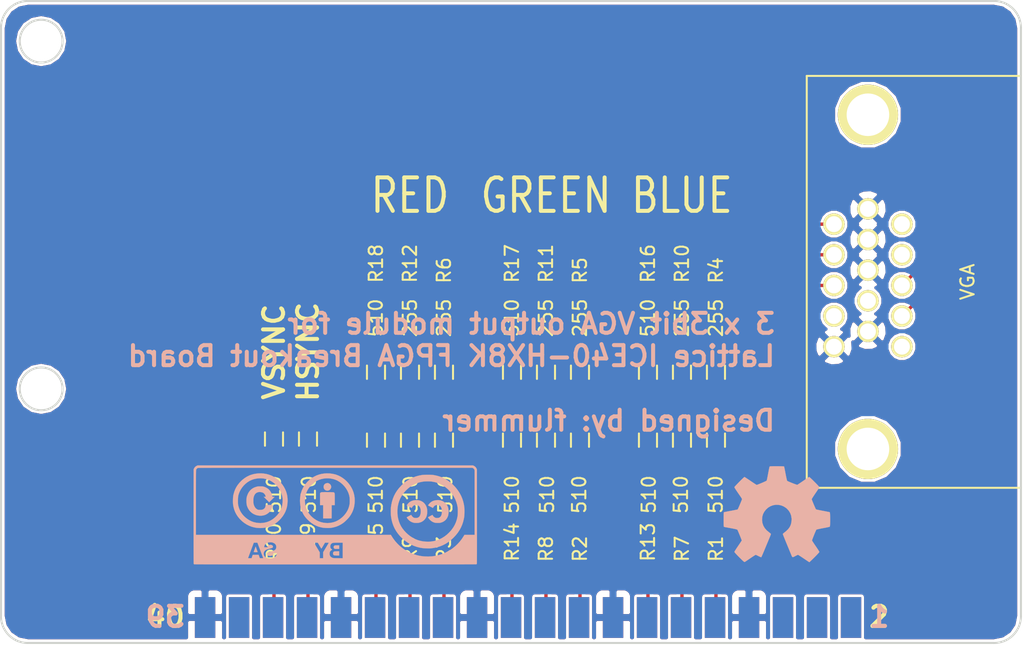
<source format=kicad_pcb>
(kicad_pcb (version 4) (host pcbnew "(2016-05-05 BZR 6775)-product")

  (general
    (links 49)
    (no_connects 1)
    (area 97.899999 51.899999 176.65 100.45)
    (thickness 1.6)
    (drawings 25)
    (tracks 83)
    (zones 0)
    (modules 24)
    (nets 47)
  )

  (page A4)
  (layers
    (0 F.Cu signal)
    (31 B.Cu signal)
    (32 B.Adhes user)
    (33 F.Adhes user)
    (34 B.Paste user)
    (35 F.Paste user)
    (36 B.SilkS user)
    (37 F.SilkS user)
    (38 B.Mask user)
    (39 F.Mask user)
    (40 Dwgs.User user hide)
    (41 Cmts.User user)
    (42 Eco1.User user)
    (43 Eco2.User user)
    (44 Edge.Cuts user)
    (45 Margin user)
    (46 B.CrtYd user)
    (47 F.CrtYd user)
    (48 B.Fab user)
    (49 F.Fab user)
  )

  (setup
    (last_trace_width 0.25)
    (trace_clearance 0.2)
    (zone_clearance 0.2032)
    (zone_45_only no)
    (trace_min 0.2)
    (segment_width 0.2)
    (edge_width 0.15)
    (via_size 0.6)
    (via_drill 0.4)
    (via_min_size 0.4)
    (via_min_drill 0.3)
    (uvia_size 0.3)
    (uvia_drill 0.1)
    (uvias_allowed no)
    (uvia_min_size 0.2)
    (uvia_min_drill 0.1)
    (pcb_text_width 0.3)
    (pcb_text_size 1.5 1.5)
    (mod_edge_width 0.15)
    (mod_text_size 1 1)
    (mod_text_width 0.15)
    (pad_size 1.524 1.524)
    (pad_drill 0.762)
    (pad_to_mask_clearance 0.2)
    (aux_axis_origin 0 0)
    (visible_elements FFFFFF7F)
    (pcbplotparams
      (layerselection 0x00030_ffffffff)
      (usegerberextensions false)
      (excludeedgelayer true)
      (linewidth 0.100000)
      (plotframeref false)
      (viasonmask false)
      (mode 1)
      (useauxorigin false)
      (hpglpennumber 1)
      (hpglpenspeed 20)
      (hpglpendiameter 15)
      (psnegative false)
      (psa4output false)
      (plotreference true)
      (plotvalue true)
      (plotinvisibletext false)
      (padsonsilk false)
      (subtractmaskfromsilk false)
      (outputformat 1)
      (mirror false)
      (drillshape 1)
      (scaleselection 1)
      (outputdirectory ""))
  )

  (net 0 "")
  (net 1 "Net-(P1-Pad9)")
  (net 2 "Net-(P1-Pad4)")
  (net 3 "Net-(P1-Pad15)")
  (net 4 "Net-(P1-Pad11)")
  (net 5 "Net-(P1-Pad12)")
  (net 6 +1V2)
  (net 7 VCC)
  (net 8 "Net-(P2-Pad4)")
  (net 9 "Net-(P2-Pad5)")
  (net 10 "Net-(P2-Pad6)")
  (net 11 GND)
  (net 12 "Net-(P2-Pad9)")
  (net 13 "Net-(P2-Pad10)")
  (net 14 "Net-(P2-Pad11)")
  (net 15 "Net-(P2-Pad12)")
  (net 16 "Net-(P2-Pad13)")
  (net 17 "Net-(P2-Pad14)")
  (net 18 "Net-(P2-Pad17)")
  (net 19 "Net-(P2-Pad18)")
  (net 20 "Net-(P2-Pad19)")
  (net 21 "Net-(P2-Pad20)")
  (net 22 "Net-(P2-Pad21)")
  (net 23 "Net-(P2-Pad22)")
  (net 24 "Net-(P2-Pad25)")
  (net 25 "Net-(P2-Pad26)")
  (net 26 "Net-(P2-Pad27)")
  (net 27 "Net-(P2-Pad28)")
  (net 28 "Net-(P2-Pad29)")
  (net 29 "Net-(P2-Pad30)")
  (net 30 "Net-(P2-Pad33)")
  (net 31 "Net-(P2-Pad34)")
  (net 32 "Net-(P2-Pad35)")
  (net 33 "Net-(P2-Pad36)")
  (net 34 "Net-(P2-Pad37)")
  (net 35 "Net-(P2-Pad38)")
  (net 36 RED)
  (net 37 GREEN)
  (net 38 BLUE)
  (net 39 HSYNC)
  (net 40 VSYNC)
  (net 41 "Net-(R10-Pad1)")
  (net 42 "Net-(R11-Pad1)")
  (net 43 "Net-(R12-Pad1)")
  (net 44 "Net-(R10-Pad2)")
  (net 45 "Net-(R11-Pad2)")
  (net 46 "Net-(R12-Pad2)")

  (net_class Default "This is the default net class."
    (clearance 0.2)
    (trace_width 0.25)
    (via_dia 0.6)
    (via_drill 0.4)
    (uvia_dia 0.3)
    (uvia_drill 0.1)
    (add_net +1V2)
    (add_net BLUE)
    (add_net GND)
    (add_net GREEN)
    (add_net HSYNC)
    (add_net "Net-(P1-Pad11)")
    (add_net "Net-(P1-Pad12)")
    (add_net "Net-(P1-Pad15)")
    (add_net "Net-(P1-Pad4)")
    (add_net "Net-(P1-Pad9)")
    (add_net "Net-(P2-Pad10)")
    (add_net "Net-(P2-Pad11)")
    (add_net "Net-(P2-Pad12)")
    (add_net "Net-(P2-Pad13)")
    (add_net "Net-(P2-Pad14)")
    (add_net "Net-(P2-Pad17)")
    (add_net "Net-(P2-Pad18)")
    (add_net "Net-(P2-Pad19)")
    (add_net "Net-(P2-Pad20)")
    (add_net "Net-(P2-Pad21)")
    (add_net "Net-(P2-Pad22)")
    (add_net "Net-(P2-Pad25)")
    (add_net "Net-(P2-Pad26)")
    (add_net "Net-(P2-Pad27)")
    (add_net "Net-(P2-Pad28)")
    (add_net "Net-(P2-Pad29)")
    (add_net "Net-(P2-Pad30)")
    (add_net "Net-(P2-Pad33)")
    (add_net "Net-(P2-Pad34)")
    (add_net "Net-(P2-Pad35)")
    (add_net "Net-(P2-Pad36)")
    (add_net "Net-(P2-Pad37)")
    (add_net "Net-(P2-Pad38)")
    (add_net "Net-(P2-Pad4)")
    (add_net "Net-(P2-Pad5)")
    (add_net "Net-(P2-Pad6)")
    (add_net "Net-(P2-Pad9)")
    (add_net "Net-(R10-Pad1)")
    (add_net "Net-(R10-Pad2)")
    (add_net "Net-(R11-Pad1)")
    (add_net "Net-(R11-Pad2)")
    (add_net "Net-(R12-Pad1)")
    (add_net "Net-(R12-Pad2)")
    (add_net RED)
    (add_net VCC)
    (add_net VSYNC)
  )

  (module Connectors:20x2_EdgePinHeaders (layer F.Cu) (tedit 57A12365) (tstamp 57A0E5CE)
    (at 139.377 100)
    (path /579F9666)
    (fp_text reference P2 (at -24.061 -5.08) (layer F.SilkS) hide
      (effects (font (size 1 1) (thickness 0.15)))
    )
    (fp_text value CONN_02X20 (at 16.51 -5.08) (layer F.Fab) hide
      (effects (font (size 1 1) (thickness 0.15)))
    )
    (pad 22 smd rect (at -1.27 -1.905) (size 1.524 3.048) (layers F.Cu F.Paste F.Mask)
      (net 23 "Net-(P2-Pad22)"))
    (pad 20 smd rect (at 1.27 -1.905) (size 1.524 3.048) (layers F.Cu F.Paste F.Mask)
      (net 21 "Net-(P2-Pad20)"))
    (pad 24 smd rect (at -3.81 -1.905) (size 1.524 3.048) (layers F.Cu F.Paste F.Mask)
      (net 11 GND))
    (pad 26 smd rect (at -6.35 -1.905) (size 1.524 3.048) (layers F.Cu F.Paste F.Mask)
      (net 25 "Net-(P2-Pad26)"))
    (pad 28 smd rect (at -8.89 -1.905) (size 1.524 3.048) (layers F.Cu F.Paste F.Mask)
      (net 27 "Net-(P2-Pad28)"))
    (pad 30 smd rect (at -11.43 -1.905) (size 1.524 3.048) (layers F.Cu F.Paste F.Mask)
      (net 29 "Net-(P2-Pad30)"))
    (pad 32 smd rect (at -13.97 -1.905) (size 1.524 3.048) (layers F.Cu F.Paste F.Mask)
      (net 11 GND))
    (pad 34 smd rect (at -16.51 -1.905) (size 1.524 3.048) (layers F.Cu F.Paste F.Mask)
      (net 31 "Net-(P2-Pad34)"))
    (pad 36 smd rect (at -19.05 -1.905) (size 1.524 3.048) (layers F.Cu F.Paste F.Mask)
      (net 33 "Net-(P2-Pad36)"))
    (pad 38 smd rect (at -21.59 -1.905) (size 1.524 3.048) (layers F.Cu F.Paste F.Mask)
      (net 35 "Net-(P2-Pad38)"))
    (pad 40 smd rect (at -24.13 -1.905) (size 1.524 3.048) (layers F.Cu F.Paste F.Mask)
      (net 11 GND))
    (pad 18 smd rect (at 3.81 -1.905) (size 1.524 3.048) (layers F.Cu F.Paste F.Mask)
      (net 19 "Net-(P2-Pad18)"))
    (pad 16 smd rect (at 6.35 -1.905) (size 1.524 3.048) (layers F.Cu F.Paste F.Mask)
      (net 11 GND))
    (pad 14 smd rect (at 8.89 -1.905) (size 1.524 3.048) (layers F.Cu F.Paste F.Mask)
      (net 17 "Net-(P2-Pad14)"))
    (pad 12 smd rect (at 11.43 -1.905) (size 1.524 3.048) (layers F.Cu F.Paste F.Mask)
      (net 15 "Net-(P2-Pad12)"))
    (pad 10 smd rect (at 13.97 -1.905) (size 1.524 3.048) (layers F.Cu F.Paste F.Mask)
      (net 13 "Net-(P2-Pad10)"))
    (pad 8 smd rect (at 16.51 -1.905) (size 1.524 3.048) (layers F.Cu F.Paste F.Mask)
      (net 11 GND))
    (pad 6 smd rect (at 19.05 -1.905) (size 1.524 3.048) (layers F.Cu F.Paste F.Mask)
      (net 10 "Net-(P2-Pad6)"))
    (pad 4 smd rect (at 21.59 -1.905) (size 1.524 3.048) (layers F.Cu F.Paste F.Mask)
      (net 8 "Net-(P2-Pad4)"))
    (pad 2 smd rect (at 24.13 -1.905) (size 1.524 3.048) (layers F.Cu F.Paste F.Mask)
      (net 7 VCC))
    (pad 19 smd rect (at 1.27 -1.905) (size 1.524 3.048) (layers B.Cu B.Paste B.Mask)
      (net 20 "Net-(P2-Pad19)"))
    (pad 17 smd rect (at 3.81 -1.905) (size 1.524 3.048) (layers B.Cu B.Paste B.Mask)
      (net 18 "Net-(P2-Pad17)"))
    (pad 21 smd rect (at -1.27 -1.905) (size 1.524 3.048) (layers B.Cu B.Paste B.Mask)
      (net 22 "Net-(P2-Pad21)"))
    (pad 23 smd rect (at -3.81 -1.905) (size 1.524 3.048) (layers B.Cu B.Paste B.Mask)
      (net 11 GND))
    (pad 25 smd rect (at -6.35 -1.905) (size 1.524 3.048) (layers B.Cu B.Paste B.Mask)
      (net 24 "Net-(P2-Pad25)"))
    (pad 27 smd rect (at -8.89 -1.905) (size 1.524 3.048) (layers B.Cu B.Paste B.Mask)
      (net 26 "Net-(P2-Pad27)"))
    (pad 35 smd rect (at -19.05 -1.905) (size 1.524 3.048) (layers B.Cu B.Paste B.Mask)
      (net 32 "Net-(P2-Pad35)"))
    (pad 37 smd rect (at -21.59 -1.905) (size 1.524 3.048) (layers B.Cu B.Paste B.Mask)
      (net 34 "Net-(P2-Pad37)"))
    (pad 29 smd rect (at -11.43 -1.905) (size 1.524 3.048) (layers B.Cu B.Paste B.Mask)
      (net 28 "Net-(P2-Pad29)"))
    (pad 31 smd rect (at -13.97 -1.905) (size 1.524 3.048) (layers B.Cu B.Paste B.Mask)
      (net 11 GND))
    (pad 33 smd rect (at -16.51 -1.905) (size 1.524 3.048) (layers B.Cu B.Paste B.Mask)
      (net 30 "Net-(P2-Pad33)"))
    (pad 39 smd rect (at -24.13 -1.905) (size 1.524 3.048) (layers B.Cu B.Paste B.Mask)
      (net 11 GND))
    (pad 15 smd rect (at 6.35 -1.905) (size 1.524 3.048) (layers B.Cu B.Paste B.Mask)
      (net 11 GND))
    (pad 13 smd rect (at 8.89 -1.905) (size 1.524 3.048) (layers B.Cu B.Paste B.Mask)
      (net 16 "Net-(P2-Pad13)"))
    (pad 11 smd rect (at 11.43 -1.905) (size 1.524 3.048) (layers B.Cu B.Paste B.Mask)
      (net 14 "Net-(P2-Pad11)"))
    (pad 9 smd rect (at 13.97 -1.905) (size 1.524 3.048) (layers B.Cu B.Paste B.Mask)
      (net 12 "Net-(P2-Pad9)"))
    (pad 7 smd rect (at 16.51 -1.905) (size 1.524 3.048) (layers B.Cu B.Paste B.Mask)
      (net 11 GND))
    (pad 5 smd rect (at 19.05 -1.905) (size 1.524 3.048) (layers B.Cu B.Paste B.Mask)
      (net 9 "Net-(P2-Pad5)"))
    (pad 3 smd rect (at 21.59 -1.905) (size 1.524 3.048) (layers B.Cu B.Paste B.Mask)
      (net 6 +1V2))
    (pad 1 smd rect (at 24.13 -1.905) (size 1.524 3.048) (layers B.Cu B.Paste B.Mask)
      (net 6 +1V2))
    (model ${KISYS3DMOD}/Pin_Headers.3dshapes/Pin_Header_Straight_2x20.wrl
      (at (xyz 0 0.02 -0.035))
      (scale (xyz 1 1 1))
      (rotate (xyz -90 0 0))
    )
  )

  (module Connectors:VGA_Connector (layer F.Cu) (tedit 57A12358) (tstamp 579FAA8F)
    (at 176.2 73)
    (path /579F9FD1)
    (fp_text reference P1 (at -3.302 0 90) (layer F.SilkS) hide
      (effects (font (size 1 1) (thickness 0.15)))
    )
    (fp_text value VGA (at -3.988 0 90) (layer F.SilkS)
      (effects (font (size 1 1) (thickness 0.15)))
    )
    (fp_line (start -16 15.4) (end 0 15.4) (layer F.SilkS) (width 0.15))
    (fp_line (start -16 -15.4) (end -16 15.4) (layer F.SilkS) (width 0.15))
    (fp_line (start 0 -15.4) (end -16 -15.4) (layer F.SilkS) (width 0.15))
    (pad "" thru_hole circle (at -11.43 -12.495) (size 4.5 4.5) (drill 3.18) (layers *.Cu *.Mask F.SilkS))
    (pad "" thru_hole circle (at -11.43 12.495) (size 4.5 4.5) (drill 3.18) (layers *.Cu *.Mask F.SilkS))
    (pad 6 thru_hole circle (at -11.43 -5.455) (size 1.6 1.6) (drill 1.19) (layers *.Cu *.Mask F.SilkS)
      (net 11 GND))
    (pad 7 thru_hole circle (at -11.43 -3.165) (size 1.6 1.6) (drill 1.19) (layers *.Cu *.Mask F.SilkS)
      (net 11 GND))
    (pad 8 thru_hole circle (at -11.43 -0.875) (size 1.6 1.6) (drill 1.19) (layers *.Cu *.Mask F.SilkS)
      (net 11 GND))
    (pad 9 thru_hole circle (at -11.43 1.415) (size 1.6 1.6) (drill 1.19) (layers *.Cu *.Mask F.SilkS)
      (net 1 "Net-(P1-Pad9)"))
    (pad 10 thru_hole circle (at -11.43 3.705) (size 1.6 1.6) (drill 1.19) (layers *.Cu *.Mask F.SilkS)
      (net 11 GND))
    (pad 1 thru_hole circle (at -13.97 -4.315) (size 1.6 1.6) (drill 1.19) (layers *.Cu *.Mask F.SilkS)
      (net 36 RED))
    (pad 2 thru_hole circle (at -13.97 -2.025) (size 1.6 1.6) (drill 1.19) (layers *.Cu *.Mask F.SilkS)
      (net 37 GREEN))
    (pad 3 thru_hole circle (at -13.97 0.265) (size 1.6 1.6) (drill 1.19) (layers *.Cu *.Mask F.SilkS)
      (net 38 BLUE))
    (pad 4 thru_hole circle (at -13.97 2.555) (size 1.6 1.6) (drill 1.19) (layers *.Cu *.Mask F.SilkS)
      (net 2 "Net-(P1-Pad4)"))
    (pad 5 thru_hole circle (at -13.97 4.845) (size 1.6 1.6) (drill 1.19) (layers *.Cu *.Mask F.SilkS)
      (net 11 GND))
    (pad 13 thru_hole circle (at -8.89 0.265) (size 1.6 1.6) (drill 1.19) (layers *.Cu *.Mask F.SilkS)
      (net 39 HSYNC))
    (pad 14 thru_hole circle (at -8.89 2.555) (size 1.6 1.6) (drill 1.19) (layers *.Cu *.Mask F.SilkS)
      (net 40 VSYNC))
    (pad 15 thru_hole circle (at -8.89 4.845) (size 1.6 1.6) (drill 1.19) (layers *.Cu *.Mask F.SilkS)
      (net 3 "Net-(P1-Pad15)"))
    (pad 11 thru_hole circle (at -8.89 -4.315) (size 1.6 1.6) (drill 1.19) (layers *.Cu *.Mask F.SilkS)
      (net 4 "Net-(P1-Pad11)"))
    (pad 12 thru_hole circle (at -8.89 -2.025) (size 1.6 1.6) (drill 1.19) (layers *.Cu *.Mask F.SilkS)
      (net 5 "Net-(P1-Pad12)"))
    (model Connectors.3dshapes/VGA-PORT-v1.wrl
      (at (xyz 0 0 0.25))
      (scale (xyz 0.3937 0.3937 0.3937))
      (rotate (xyz -90 0 90))
    )
  )

  (module Resistors_SMD:R_0603_HandSoldering (layer F.Cu) (tedit 57A11079) (tstamp 57A108DB)
    (at 153.416 84.836 270)
    (descr "Resistor SMD 0603, hand soldering")
    (tags "resistor 0603")
    (path /57A10D66)
    (attr smd)
    (fp_text reference R1 (at 8.128 0 270) (layer F.SilkS)
      (effects (font (size 1 1) (thickness 0.15)))
    )
    (fp_text value 510 (at 4.064 0.016 270) (layer F.SilkS)
      (effects (font (size 1 1) (thickness 0.15)))
    )
    (fp_line (start -2 -0.8) (end 2 -0.8) (layer F.CrtYd) (width 0.05))
    (fp_line (start -2 0.8) (end 2 0.8) (layer F.CrtYd) (width 0.05))
    (fp_line (start -2 -0.8) (end -2 0.8) (layer F.CrtYd) (width 0.05))
    (fp_line (start 2 -0.8) (end 2 0.8) (layer F.CrtYd) (width 0.05))
    (fp_line (start 0.5 0.675) (end -0.5 0.675) (layer F.SilkS) (width 0.15))
    (fp_line (start -0.5 -0.675) (end 0.5 -0.675) (layer F.SilkS) (width 0.15))
    (pad 1 smd rect (at -1.1 0 270) (size 1.2 0.9) (layers F.Cu F.Paste F.Mask)
      (net 38 BLUE))
    (pad 2 smd rect (at 1.1 0 270) (size 1.2 0.9) (layers F.Cu F.Paste F.Mask)
      (net 13 "Net-(P2-Pad10)"))
    (model Resistors_SMD.3dshapes/R_0603_HandSoldering.wrl
      (at (xyz 0 0 0))
      (scale (xyz 1 1 1))
      (rotate (xyz 0 0 0))
    )
  )

  (module Resistors_SMD:R_0603_HandSoldering (layer F.Cu) (tedit 57A111BE) (tstamp 57A108E1)
    (at 143.256 84.836 270)
    (descr "Resistor SMD 0603, hand soldering")
    (tags "resistor 0603")
    (path /57A11232)
    (attr smd)
    (fp_text reference R2 (at 8.128 0 270) (layer F.SilkS)
      (effects (font (size 1 1) (thickness 0.15)))
    )
    (fp_text value 510 (at 4.064 0.056 270) (layer F.SilkS)
      (effects (font (size 1 1) (thickness 0.15)))
    )
    (fp_line (start -2 -0.8) (end 2 -0.8) (layer F.CrtYd) (width 0.05))
    (fp_line (start -2 0.8) (end 2 0.8) (layer F.CrtYd) (width 0.05))
    (fp_line (start -2 -0.8) (end -2 0.8) (layer F.CrtYd) (width 0.05))
    (fp_line (start 2 -0.8) (end 2 0.8) (layer F.CrtYd) (width 0.05))
    (fp_line (start 0.5 0.675) (end -0.5 0.675) (layer F.SilkS) (width 0.15))
    (fp_line (start -0.5 -0.675) (end 0.5 -0.675) (layer F.SilkS) (width 0.15))
    (pad 1 smd rect (at -1.1 0 270) (size 1.2 0.9) (layers F.Cu F.Paste F.Mask)
      (net 37 GREEN))
    (pad 2 smd rect (at 1.1 0 270) (size 1.2 0.9) (layers F.Cu F.Paste F.Mask)
      (net 19 "Net-(P2-Pad18)"))
    (model Resistors_SMD.3dshapes/R_0603_HandSoldering.wrl
      (at (xyz 0 0 0))
      (scale (xyz 1 1 1))
      (rotate (xyz 0 0 0))
    )
  )

  (module Resistors_SMD:R_0603_HandSoldering (layer F.Cu) (tedit 57A111E8) (tstamp 57A108E7)
    (at 133.096 84.836 270)
    (descr "Resistor SMD 0603, hand soldering")
    (tags "resistor 0603")
    (path /57A1133D)
    (attr smd)
    (fp_text reference R3 (at 8.128 0 270) (layer F.SilkS)
      (effects (font (size 1 1) (thickness 0.15)))
    )
    (fp_text value 510 (at 4.064 -0.104 270) (layer F.SilkS)
      (effects (font (size 1 1) (thickness 0.15)))
    )
    (fp_line (start -2 -0.8) (end 2 -0.8) (layer F.CrtYd) (width 0.05))
    (fp_line (start -2 0.8) (end 2 0.8) (layer F.CrtYd) (width 0.05))
    (fp_line (start -2 -0.8) (end -2 0.8) (layer F.CrtYd) (width 0.05))
    (fp_line (start 2 -0.8) (end 2 0.8) (layer F.CrtYd) (width 0.05))
    (fp_line (start 0.5 0.675) (end -0.5 0.675) (layer F.SilkS) (width 0.15))
    (fp_line (start -0.5 -0.675) (end 0.5 -0.675) (layer F.SilkS) (width 0.15))
    (pad 1 smd rect (at -1.1 0 270) (size 1.2 0.9) (layers F.Cu F.Paste F.Mask)
      (net 36 RED))
    (pad 2 smd rect (at 1.1 0 270) (size 1.2 0.9) (layers F.Cu F.Paste F.Mask)
      (net 25 "Net-(P2-Pad26)"))
    (model Resistors_SMD.3dshapes/R_0603_HandSoldering.wrl
      (at (xyz 0 0 0))
      (scale (xyz 1 1 1))
      (rotate (xyz 0 0 0))
    )
  )

  (module Resistors_SMD:R_0603_HandSoldering (layer F.Cu) (tedit 57A11235) (tstamp 57A108ED)
    (at 153.416 79.756 90)
    (descr "Resistor SMD 0603, hand soldering")
    (tags "resistor 0603")
    (path /57A10D78)
    (attr smd)
    (fp_text reference R4 (at 7.62 0 90) (layer F.SilkS)
      (effects (font (size 1 1) (thickness 0.15)))
    )
    (fp_text value 255 (at 4.064 0 90) (layer F.SilkS)
      (effects (font (size 1 1) (thickness 0.15)))
    )
    (fp_line (start -2 -0.8) (end 2 -0.8) (layer F.CrtYd) (width 0.05))
    (fp_line (start -2 0.8) (end 2 0.8) (layer F.CrtYd) (width 0.05))
    (fp_line (start -2 -0.8) (end -2 0.8) (layer F.CrtYd) (width 0.05))
    (fp_line (start 2 -0.8) (end 2 0.8) (layer F.CrtYd) (width 0.05))
    (fp_line (start 0.5 0.675) (end -0.5 0.675) (layer F.SilkS) (width 0.15))
    (fp_line (start -0.5 -0.675) (end 0.5 -0.675) (layer F.SilkS) (width 0.15))
    (pad 1 smd rect (at -1.1 0 90) (size 1.2 0.9) (layers F.Cu F.Paste F.Mask)
      (net 38 BLUE))
    (pad 2 smd rect (at 1.1 0 90) (size 1.2 0.9) (layers F.Cu F.Paste F.Mask)
      (net 41 "Net-(R10-Pad1)"))
    (model Resistors_SMD.3dshapes/R_0603_HandSoldering.wrl
      (at (xyz 0 0 0))
      (scale (xyz 1 1 1))
      (rotate (xyz 0 0 0))
    )
  )

  (module Resistors_SMD:R_0603_HandSoldering (layer F.Cu) (tedit 57A11240) (tstamp 57A108F3)
    (at 143.256 79.756 90)
    (descr "Resistor SMD 0603, hand soldering")
    (tags "resistor 0603")
    (path /57A11244)
    (attr smd)
    (fp_text reference R5 (at 7.62 0 90) (layer F.SilkS)
      (effects (font (size 1 1) (thickness 0.15)))
    )
    (fp_text value 255 (at 4.064 0 90) (layer F.SilkS)
      (effects (font (size 1 1) (thickness 0.15)))
    )
    (fp_line (start -2 -0.8) (end 2 -0.8) (layer F.CrtYd) (width 0.05))
    (fp_line (start -2 0.8) (end 2 0.8) (layer F.CrtYd) (width 0.05))
    (fp_line (start -2 -0.8) (end -2 0.8) (layer F.CrtYd) (width 0.05))
    (fp_line (start 2 -0.8) (end 2 0.8) (layer F.CrtYd) (width 0.05))
    (fp_line (start 0.5 0.675) (end -0.5 0.675) (layer F.SilkS) (width 0.15))
    (fp_line (start -0.5 -0.675) (end 0.5 -0.675) (layer F.SilkS) (width 0.15))
    (pad 1 smd rect (at -1.1 0 90) (size 1.2 0.9) (layers F.Cu F.Paste F.Mask)
      (net 37 GREEN))
    (pad 2 smd rect (at 1.1 0 90) (size 1.2 0.9) (layers F.Cu F.Paste F.Mask)
      (net 42 "Net-(R11-Pad1)"))
    (model Resistors_SMD.3dshapes/R_0603_HandSoldering.wrl
      (at (xyz 0 0 0))
      (scale (xyz 1 1 1))
      (rotate (xyz 0 0 0))
    )
  )

  (module Resistors_SMD:R_0603_HandSoldering (layer F.Cu) (tedit 57A1124F) (tstamp 57A108F9)
    (at 133.096 79.756 90)
    (descr "Resistor SMD 0603, hand soldering")
    (tags "resistor 0603")
    (path /57A1134F)
    (attr smd)
    (fp_text reference R6 (at 7.62 0 90) (layer F.SilkS)
      (effects (font (size 1 1) (thickness 0.15)))
    )
    (fp_text value 255 (at 4.064 0 90) (layer F.SilkS)
      (effects (font (size 1 1) (thickness 0.15)))
    )
    (fp_line (start -2 -0.8) (end 2 -0.8) (layer F.CrtYd) (width 0.05))
    (fp_line (start -2 0.8) (end 2 0.8) (layer F.CrtYd) (width 0.05))
    (fp_line (start -2 -0.8) (end -2 0.8) (layer F.CrtYd) (width 0.05))
    (fp_line (start 2 -0.8) (end 2 0.8) (layer F.CrtYd) (width 0.05))
    (fp_line (start 0.5 0.675) (end -0.5 0.675) (layer F.SilkS) (width 0.15))
    (fp_line (start -0.5 -0.675) (end 0.5 -0.675) (layer F.SilkS) (width 0.15))
    (pad 1 smd rect (at -1.1 0 90) (size 1.2 0.9) (layers F.Cu F.Paste F.Mask)
      (net 36 RED))
    (pad 2 smd rect (at 1.1 0 90) (size 1.2 0.9) (layers F.Cu F.Paste F.Mask)
      (net 43 "Net-(R12-Pad1)"))
    (model Resistors_SMD.3dshapes/R_0603_HandSoldering.wrl
      (at (xyz 0 0 0))
      (scale (xyz 1 1 1))
      (rotate (xyz 0 0 0))
    )
  )

  (module Resistors_SMD:R_0603_HandSoldering (layer F.Cu) (tedit 57A11187) (tstamp 57A108FF)
    (at 150.876 84.836 270)
    (descr "Resistor SMD 0603, hand soldering")
    (tags "resistor 0603")
    (path /57A10D6C)
    (attr smd)
    (fp_text reference R7 (at 8.128 0 270) (layer F.SilkS)
      (effects (font (size 1 1) (thickness 0.15)))
    )
    (fp_text value 510 (at 4.064 0.076 270) (layer F.SilkS)
      (effects (font (size 1 1) (thickness 0.15)))
    )
    (fp_line (start -2 -0.8) (end 2 -0.8) (layer F.CrtYd) (width 0.05))
    (fp_line (start -2 0.8) (end 2 0.8) (layer F.CrtYd) (width 0.05))
    (fp_line (start -2 -0.8) (end -2 0.8) (layer F.CrtYd) (width 0.05))
    (fp_line (start 2 -0.8) (end 2 0.8) (layer F.CrtYd) (width 0.05))
    (fp_line (start 0.5 0.675) (end -0.5 0.675) (layer F.SilkS) (width 0.15))
    (fp_line (start -0.5 -0.675) (end 0.5 -0.675) (layer F.SilkS) (width 0.15))
    (pad 1 smd rect (at -1.1 0 270) (size 1.2 0.9) (layers F.Cu F.Paste F.Mask)
      (net 41 "Net-(R10-Pad1)"))
    (pad 2 smd rect (at 1.1 0 270) (size 1.2 0.9) (layers F.Cu F.Paste F.Mask)
      (net 15 "Net-(P2-Pad12)"))
    (model Resistors_SMD.3dshapes/R_0603_HandSoldering.wrl
      (at (xyz 0 0 0))
      (scale (xyz 1 1 1))
      (rotate (xyz 0 0 0))
    )
  )

  (module Resistors_SMD:R_0603_HandSoldering (layer F.Cu) (tedit 57A111C4) (tstamp 57A10905)
    (at 140.716 84.836 270)
    (descr "Resistor SMD 0603, hand soldering")
    (tags "resistor 0603")
    (path /57A11238)
    (attr smd)
    (fp_text reference R8 (at 8.128 0 270) (layer F.SilkS)
      (effects (font (size 1 1) (thickness 0.15)))
    )
    (fp_text value 510 (at 4.064 -0.084 270) (layer F.SilkS)
      (effects (font (size 1 1) (thickness 0.15)))
    )
    (fp_line (start -2 -0.8) (end 2 -0.8) (layer F.CrtYd) (width 0.05))
    (fp_line (start -2 0.8) (end 2 0.8) (layer F.CrtYd) (width 0.05))
    (fp_line (start -2 -0.8) (end -2 0.8) (layer F.CrtYd) (width 0.05))
    (fp_line (start 2 -0.8) (end 2 0.8) (layer F.CrtYd) (width 0.05))
    (fp_line (start 0.5 0.675) (end -0.5 0.675) (layer F.SilkS) (width 0.15))
    (fp_line (start -0.5 -0.675) (end 0.5 -0.675) (layer F.SilkS) (width 0.15))
    (pad 1 smd rect (at -1.1 0 270) (size 1.2 0.9) (layers F.Cu F.Paste F.Mask)
      (net 42 "Net-(R11-Pad1)"))
    (pad 2 smd rect (at 1.1 0 270) (size 1.2 0.9) (layers F.Cu F.Paste F.Mask)
      (net 21 "Net-(P2-Pad20)"))
    (model Resistors_SMD.3dshapes/R_0603_HandSoldering.wrl
      (at (xyz 0 0 0))
      (scale (xyz 1 1 1))
      (rotate (xyz 0 0 0))
    )
  )

  (module Resistors_SMD:R_0603_HandSoldering (layer F.Cu) (tedit 57A11221) (tstamp 57A1090B)
    (at 130.556 84.836 270)
    (descr "Resistor SMD 0603, hand soldering")
    (tags "resistor 0603")
    (path /57A11343)
    (attr smd)
    (fp_text reference R9 (at 8.128 0 270) (layer F.SilkS)
      (effects (font (size 1 1) (thickness 0.15)))
    )
    (fp_text value 510 (at 4.064 -0.044 270) (layer F.SilkS)
      (effects (font (size 1 1) (thickness 0.15)))
    )
    (fp_line (start -2 -0.8) (end 2 -0.8) (layer F.CrtYd) (width 0.05))
    (fp_line (start -2 0.8) (end 2 0.8) (layer F.CrtYd) (width 0.05))
    (fp_line (start -2 -0.8) (end -2 0.8) (layer F.CrtYd) (width 0.05))
    (fp_line (start 2 -0.8) (end 2 0.8) (layer F.CrtYd) (width 0.05))
    (fp_line (start 0.5 0.675) (end -0.5 0.675) (layer F.SilkS) (width 0.15))
    (fp_line (start -0.5 -0.675) (end 0.5 -0.675) (layer F.SilkS) (width 0.15))
    (pad 1 smd rect (at -1.1 0 270) (size 1.2 0.9) (layers F.Cu F.Paste F.Mask)
      (net 43 "Net-(R12-Pad1)"))
    (pad 2 smd rect (at 1.1 0 270) (size 1.2 0.9) (layers F.Cu F.Paste F.Mask)
      (net 27 "Net-(P2-Pad28)"))
    (model Resistors_SMD.3dshapes/R_0603_HandSoldering.wrl
      (at (xyz 0 0 0))
      (scale (xyz 1 1 1))
      (rotate (xyz 0 0 0))
    )
  )

  (module Resistors_SMD:R_0603_HandSoldering (layer F.Cu) (tedit 57A11238) (tstamp 57A10911)
    (at 150.876 79.756 90)
    (descr "Resistor SMD 0603, hand soldering")
    (tags "resistor 0603")
    (path /57A10D7E)
    (attr smd)
    (fp_text reference R10 (at 8.128 0 90) (layer F.SilkS)
      (effects (font (size 1 1) (thickness 0.15)))
    )
    (fp_text value 255 (at 4.064 0 90) (layer F.SilkS)
      (effects (font (size 1 1) (thickness 0.15)))
    )
    (fp_line (start -2 -0.8) (end 2 -0.8) (layer F.CrtYd) (width 0.05))
    (fp_line (start -2 0.8) (end 2 0.8) (layer F.CrtYd) (width 0.05))
    (fp_line (start -2 -0.8) (end -2 0.8) (layer F.CrtYd) (width 0.05))
    (fp_line (start 2 -0.8) (end 2 0.8) (layer F.CrtYd) (width 0.05))
    (fp_line (start 0.5 0.675) (end -0.5 0.675) (layer F.SilkS) (width 0.15))
    (fp_line (start -0.5 -0.675) (end 0.5 -0.675) (layer F.SilkS) (width 0.15))
    (pad 1 smd rect (at -1.1 0 90) (size 1.2 0.9) (layers F.Cu F.Paste F.Mask)
      (net 41 "Net-(R10-Pad1)"))
    (pad 2 smd rect (at 1.1 0 90) (size 1.2 0.9) (layers F.Cu F.Paste F.Mask)
      (net 44 "Net-(R10-Pad2)"))
    (model Resistors_SMD.3dshapes/R_0603_HandSoldering.wrl
      (at (xyz 0 0 0))
      (scale (xyz 1 1 1))
      (rotate (xyz 0 0 0))
    )
  )

  (module Resistors_SMD:R_0603_HandSoldering (layer F.Cu) (tedit 57A11244) (tstamp 57A10917)
    (at 140.716 79.756 90)
    (descr "Resistor SMD 0603, hand soldering")
    (tags "resistor 0603")
    (path /57A1124A)
    (attr smd)
    (fp_text reference R11 (at 8.128 0 90) (layer F.SilkS)
      (effects (font (size 1 1) (thickness 0.15)))
    )
    (fp_text value 255 (at 4.064 0 90) (layer F.SilkS)
      (effects (font (size 1 1) (thickness 0.15)))
    )
    (fp_line (start -2 -0.8) (end 2 -0.8) (layer F.CrtYd) (width 0.05))
    (fp_line (start -2 0.8) (end 2 0.8) (layer F.CrtYd) (width 0.05))
    (fp_line (start -2 -0.8) (end -2 0.8) (layer F.CrtYd) (width 0.05))
    (fp_line (start 2 -0.8) (end 2 0.8) (layer F.CrtYd) (width 0.05))
    (fp_line (start 0.5 0.675) (end -0.5 0.675) (layer F.SilkS) (width 0.15))
    (fp_line (start -0.5 -0.675) (end 0.5 -0.675) (layer F.SilkS) (width 0.15))
    (pad 1 smd rect (at -1.1 0 90) (size 1.2 0.9) (layers F.Cu F.Paste F.Mask)
      (net 42 "Net-(R11-Pad1)"))
    (pad 2 smd rect (at 1.1 0 90) (size 1.2 0.9) (layers F.Cu F.Paste F.Mask)
      (net 45 "Net-(R11-Pad2)"))
    (model Resistors_SMD.3dshapes/R_0603_HandSoldering.wrl
      (at (xyz 0 0 0))
      (scale (xyz 1 1 1))
      (rotate (xyz 0 0 0))
    )
  )

  (module Resistors_SMD:R_0603_HandSoldering (layer F.Cu) (tedit 57A11254) (tstamp 57A1091D)
    (at 130.556 79.756 90)
    (descr "Resistor SMD 0603, hand soldering")
    (tags "resistor 0603")
    (path /57A11355)
    (attr smd)
    (fp_text reference R12 (at 8.128 0 90) (layer F.SilkS)
      (effects (font (size 1 1) (thickness 0.15)))
    )
    (fp_text value 255 (at 4.064 0 90) (layer F.SilkS)
      (effects (font (size 1 1) (thickness 0.15)))
    )
    (fp_line (start -2 -0.8) (end 2 -0.8) (layer F.CrtYd) (width 0.05))
    (fp_line (start -2 0.8) (end 2 0.8) (layer F.CrtYd) (width 0.05))
    (fp_line (start -2 -0.8) (end -2 0.8) (layer F.CrtYd) (width 0.05))
    (fp_line (start 2 -0.8) (end 2 0.8) (layer F.CrtYd) (width 0.05))
    (fp_line (start 0.5 0.675) (end -0.5 0.675) (layer F.SilkS) (width 0.15))
    (fp_line (start -0.5 -0.675) (end 0.5 -0.675) (layer F.SilkS) (width 0.15))
    (pad 1 smd rect (at -1.1 0 90) (size 1.2 0.9) (layers F.Cu F.Paste F.Mask)
      (net 43 "Net-(R12-Pad1)"))
    (pad 2 smd rect (at 1.1 0 90) (size 1.2 0.9) (layers F.Cu F.Paste F.Mask)
      (net 46 "Net-(R12-Pad2)"))
    (model Resistors_SMD.3dshapes/R_0603_HandSoldering.wrl
      (at (xyz 0 0 0))
      (scale (xyz 1 1 1))
      (rotate (xyz 0 0 0))
    )
  )

  (module Resistors_SMD:R_0603_HandSoldering (layer F.Cu) (tedit 57A1118C) (tstamp 57A10923)
    (at 148.336 84.836 270)
    (descr "Resistor SMD 0603, hand soldering")
    (tags "resistor 0603")
    (path /57A10D72)
    (attr smd)
    (fp_text reference R13 (at 7.62 0 270) (layer F.SilkS)
      (effects (font (size 1 1) (thickness 0.15)))
    )
    (fp_text value 510 (at 4.064 -0.064 270) (layer F.SilkS)
      (effects (font (size 1 1) (thickness 0.15)))
    )
    (fp_line (start -2 -0.8) (end 2 -0.8) (layer F.CrtYd) (width 0.05))
    (fp_line (start -2 0.8) (end 2 0.8) (layer F.CrtYd) (width 0.05))
    (fp_line (start -2 -0.8) (end -2 0.8) (layer F.CrtYd) (width 0.05))
    (fp_line (start 2 -0.8) (end 2 0.8) (layer F.CrtYd) (width 0.05))
    (fp_line (start 0.5 0.675) (end -0.5 0.675) (layer F.SilkS) (width 0.15))
    (fp_line (start -0.5 -0.675) (end 0.5 -0.675) (layer F.SilkS) (width 0.15))
    (pad 1 smd rect (at -1.1 0 270) (size 1.2 0.9) (layers F.Cu F.Paste F.Mask)
      (net 44 "Net-(R10-Pad2)"))
    (pad 2 smd rect (at 1.1 0 270) (size 1.2 0.9) (layers F.Cu F.Paste F.Mask)
      (net 17 "Net-(P2-Pad14)"))
    (model Resistors_SMD.3dshapes/R_0603_HandSoldering.wrl
      (at (xyz 0 0 0))
      (scale (xyz 1 1 1))
      (rotate (xyz 0 0 0))
    )
  )

  (module Resistors_SMD:R_0603_HandSoldering (layer F.Cu) (tedit 57A111E3) (tstamp 57A10929)
    (at 138.176 84.836 270)
    (descr "Resistor SMD 0603, hand soldering")
    (tags "resistor 0603")
    (path /57A1123E)
    (attr smd)
    (fp_text reference R14 (at 7.62 0 270) (layer F.SilkS)
      (effects (font (size 1 1) (thickness 0.15)))
    )
    (fp_text value 510 (at 4.064 0 270) (layer F.SilkS)
      (effects (font (size 1 1) (thickness 0.15)))
    )
    (fp_line (start -2 -0.8) (end 2 -0.8) (layer F.CrtYd) (width 0.05))
    (fp_line (start -2 0.8) (end 2 0.8) (layer F.CrtYd) (width 0.05))
    (fp_line (start -2 -0.8) (end -2 0.8) (layer F.CrtYd) (width 0.05))
    (fp_line (start 2 -0.8) (end 2 0.8) (layer F.CrtYd) (width 0.05))
    (fp_line (start 0.5 0.675) (end -0.5 0.675) (layer F.SilkS) (width 0.15))
    (fp_line (start -0.5 -0.675) (end 0.5 -0.675) (layer F.SilkS) (width 0.15))
    (pad 1 smd rect (at -1.1 0 270) (size 1.2 0.9) (layers F.Cu F.Paste F.Mask)
      (net 45 "Net-(R11-Pad2)"))
    (pad 2 smd rect (at 1.1 0 270) (size 1.2 0.9) (layers F.Cu F.Paste F.Mask)
      (net 23 "Net-(P2-Pad22)"))
    (model Resistors_SMD.3dshapes/R_0603_HandSoldering.wrl
      (at (xyz 0 0 0))
      (scale (xyz 1 1 1))
      (rotate (xyz 0 0 0))
    )
  )

  (module Resistors_SMD:R_0603_HandSoldering (layer F.Cu) (tedit 57A11226) (tstamp 57A1092F)
    (at 128.016 84.836 270)
    (descr "Resistor SMD 0603, hand soldering")
    (tags "resistor 0603")
    (path /57A11349)
    (attr smd)
    (fp_text reference R15 (at 7.62 0 270) (layer F.SilkS)
      (effects (font (size 1 1) (thickness 0.15)))
    )
    (fp_text value 510 (at 4.064 0.016 270) (layer F.SilkS)
      (effects (font (size 1 1) (thickness 0.15)))
    )
    (fp_line (start -2 -0.8) (end 2 -0.8) (layer F.CrtYd) (width 0.05))
    (fp_line (start -2 0.8) (end 2 0.8) (layer F.CrtYd) (width 0.05))
    (fp_line (start -2 -0.8) (end -2 0.8) (layer F.CrtYd) (width 0.05))
    (fp_line (start 2 -0.8) (end 2 0.8) (layer F.CrtYd) (width 0.05))
    (fp_line (start 0.5 0.675) (end -0.5 0.675) (layer F.SilkS) (width 0.15))
    (fp_line (start -0.5 -0.675) (end 0.5 -0.675) (layer F.SilkS) (width 0.15))
    (pad 1 smd rect (at -1.1 0 270) (size 1.2 0.9) (layers F.Cu F.Paste F.Mask)
      (net 46 "Net-(R12-Pad2)"))
    (pad 2 smd rect (at 1.1 0 270) (size 1.2 0.9) (layers F.Cu F.Paste F.Mask)
      (net 29 "Net-(P2-Pad30)"))
    (model Resistors_SMD.3dshapes/R_0603_HandSoldering.wrl
      (at (xyz 0 0 0))
      (scale (xyz 1 1 1))
      (rotate (xyz 0 0 0))
    )
  )

  (module Resistors_SMD:R_0603_HandSoldering (layer F.Cu) (tedit 57A1123C) (tstamp 57A10935)
    (at 148.336 79.756 90)
    (descr "Resistor SMD 0603, hand soldering")
    (tags "resistor 0603")
    (path /57A10D84)
    (attr smd)
    (fp_text reference R16 (at 8.128 0 90) (layer F.SilkS)
      (effects (font (size 1 1) (thickness 0.15)))
    )
    (fp_text value 510 (at 4.064 0 90) (layer F.SilkS)
      (effects (font (size 1 1) (thickness 0.15)))
    )
    (fp_line (start -2 -0.8) (end 2 -0.8) (layer F.CrtYd) (width 0.05))
    (fp_line (start -2 0.8) (end 2 0.8) (layer F.CrtYd) (width 0.05))
    (fp_line (start -2 -0.8) (end -2 0.8) (layer F.CrtYd) (width 0.05))
    (fp_line (start 2 -0.8) (end 2 0.8) (layer F.CrtYd) (width 0.05))
    (fp_line (start 0.5 0.675) (end -0.5 0.675) (layer F.SilkS) (width 0.15))
    (fp_line (start -0.5 -0.675) (end 0.5 -0.675) (layer F.SilkS) (width 0.15))
    (pad 1 smd rect (at -1.1 0 90) (size 1.2 0.9) (layers F.Cu F.Paste F.Mask)
      (net 44 "Net-(R10-Pad2)"))
    (pad 2 smd rect (at 1.1 0 90) (size 1.2 0.9) (layers F.Cu F.Paste F.Mask)
      (net 11 GND))
    (model Resistors_SMD.3dshapes/R_0603_HandSoldering.wrl
      (at (xyz 0 0 0))
      (scale (xyz 1 1 1))
      (rotate (xyz 0 0 0))
    )
  )

  (module Resistors_SMD:R_0603_HandSoldering (layer F.Cu) (tedit 57A1124A) (tstamp 57A1093B)
    (at 138.176 79.756 90)
    (descr "Resistor SMD 0603, hand soldering")
    (tags "resistor 0603")
    (path /57A11250)
    (attr smd)
    (fp_text reference R17 (at 8.128 0 90) (layer F.SilkS)
      (effects (font (size 1 1) (thickness 0.15)))
    )
    (fp_text value 510 (at 4.064 0 90) (layer F.SilkS)
      (effects (font (size 1 1) (thickness 0.15)))
    )
    (fp_line (start -2 -0.8) (end 2 -0.8) (layer F.CrtYd) (width 0.05))
    (fp_line (start -2 0.8) (end 2 0.8) (layer F.CrtYd) (width 0.05))
    (fp_line (start -2 -0.8) (end -2 0.8) (layer F.CrtYd) (width 0.05))
    (fp_line (start 2 -0.8) (end 2 0.8) (layer F.CrtYd) (width 0.05))
    (fp_line (start 0.5 0.675) (end -0.5 0.675) (layer F.SilkS) (width 0.15))
    (fp_line (start -0.5 -0.675) (end 0.5 -0.675) (layer F.SilkS) (width 0.15))
    (pad 1 smd rect (at -1.1 0 90) (size 1.2 0.9) (layers F.Cu F.Paste F.Mask)
      (net 45 "Net-(R11-Pad2)"))
    (pad 2 smd rect (at 1.1 0 90) (size 1.2 0.9) (layers F.Cu F.Paste F.Mask)
      (net 11 GND))
    (model Resistors_SMD.3dshapes/R_0603_HandSoldering.wrl
      (at (xyz 0 0 0))
      (scale (xyz 1 1 1))
      (rotate (xyz 0 0 0))
    )
  )

  (module Resistors_SMD:R_0603_HandSoldering (layer F.Cu) (tedit 57A11258) (tstamp 57A10941)
    (at 128.016 79.756 90)
    (descr "Resistor SMD 0603, hand soldering")
    (tags "resistor 0603")
    (path /57A1135B)
    (attr smd)
    (fp_text reference R18 (at 8.128 0 90) (layer F.SilkS)
      (effects (font (size 1 1) (thickness 0.15)))
    )
    (fp_text value 510 (at 4.064 -0.016 90) (layer F.SilkS)
      (effects (font (size 1 1) (thickness 0.15)))
    )
    (fp_line (start -2 -0.8) (end 2 -0.8) (layer F.CrtYd) (width 0.05))
    (fp_line (start -2 0.8) (end 2 0.8) (layer F.CrtYd) (width 0.05))
    (fp_line (start -2 -0.8) (end -2 0.8) (layer F.CrtYd) (width 0.05))
    (fp_line (start 2 -0.8) (end 2 0.8) (layer F.CrtYd) (width 0.05))
    (fp_line (start 0.5 0.675) (end -0.5 0.675) (layer F.SilkS) (width 0.15))
    (fp_line (start -0.5 -0.675) (end 0.5 -0.675) (layer F.SilkS) (width 0.15))
    (pad 1 smd rect (at -1.1 0 90) (size 1.2 0.9) (layers F.Cu F.Paste F.Mask)
      (net 46 "Net-(R12-Pad2)"))
    (pad 2 smd rect (at 1.1 0 90) (size 1.2 0.9) (layers F.Cu F.Paste F.Mask)
      (net 11 GND))
    (model Resistors_SMD.3dshapes/R_0603_HandSoldering.wrl
      (at (xyz 0 0 0))
      (scale (xyz 1 1 1))
      (rotate (xyz 0 0 0))
    )
  )

  (module Resistors_SMD:R_0603_HandSoldering (layer F.Cu) (tedit 57A1122A) (tstamp 57A10947)
    (at 122.936 84.752 270)
    (descr "Resistor SMD 0603, hand soldering")
    (tags "resistor 0603")
    (path /57A127C6)
    (attr smd)
    (fp_text reference R19 (at 7.704 0 270) (layer F.SilkS)
      (effects (font (size 1 1) (thickness 0.15)))
    )
    (fp_text value 510 (at 4.148 -0.064 270) (layer F.SilkS)
      (effects (font (size 1 1) (thickness 0.15)))
    )
    (fp_line (start -2 -0.8) (end 2 -0.8) (layer F.CrtYd) (width 0.05))
    (fp_line (start -2 0.8) (end 2 0.8) (layer F.CrtYd) (width 0.05))
    (fp_line (start -2 -0.8) (end -2 0.8) (layer F.CrtYd) (width 0.05))
    (fp_line (start 2 -0.8) (end 2 0.8) (layer F.CrtYd) (width 0.05))
    (fp_line (start 0.5 0.675) (end -0.5 0.675) (layer F.SilkS) (width 0.15))
    (fp_line (start -0.5 -0.675) (end 0.5 -0.675) (layer F.SilkS) (width 0.15))
    (pad 1 smd rect (at -1.1 0 270) (size 1.2 0.9) (layers F.Cu F.Paste F.Mask)
      (net 39 HSYNC))
    (pad 2 smd rect (at 1.1 0 270) (size 1.2 0.9) (layers F.Cu F.Paste F.Mask)
      (net 31 "Net-(P2-Pad34)"))
    (model Resistors_SMD.3dshapes/R_0603_HandSoldering.wrl
      (at (xyz 0 0 0))
      (scale (xyz 1 1 1))
      (rotate (xyz 0 0 0))
    )
  )

  (module Resistors_SMD:R_0603_HandSoldering (layer F.Cu) (tedit 57A1122E) (tstamp 57A1094D)
    (at 120.396 84.752 270)
    (descr "Resistor SMD 0603, hand soldering")
    (tags "resistor 0603")
    (path /57A12A11)
    (attr smd)
    (fp_text reference R20 (at 7.704 0 270) (layer F.SilkS)
      (effects (font (size 1 1) (thickness 0.15)))
    )
    (fp_text value 510 (at 4.148 0 270) (layer F.SilkS)
      (effects (font (size 1 1) (thickness 0.15)))
    )
    (fp_line (start -2 -0.8) (end 2 -0.8) (layer F.CrtYd) (width 0.05))
    (fp_line (start -2 0.8) (end 2 0.8) (layer F.CrtYd) (width 0.05))
    (fp_line (start -2 -0.8) (end -2 0.8) (layer F.CrtYd) (width 0.05))
    (fp_line (start 2 -0.8) (end 2 0.8) (layer F.CrtYd) (width 0.05))
    (fp_line (start 0.5 0.675) (end -0.5 0.675) (layer F.SilkS) (width 0.15))
    (fp_line (start -0.5 -0.675) (end 0.5 -0.675) (layer F.SilkS) (width 0.15))
    (pad 1 smd rect (at -1.1 0 270) (size 1.2 0.9) (layers F.Cu F.Paste F.Mask)
      (net 40 VSYNC))
    (pad 2 smd rect (at 1.1 0 270) (size 1.2 0.9) (layers F.Cu F.Paste F.Mask)
      (net 33 "Net-(P2-Pad36)"))
    (model Resistors_SMD.3dshapes/R_0603_HandSoldering.wrl
      (at (xyz 0 0 0))
      (scale (xyz 1 1 1))
      (rotate (xyz 0 0 0))
    )
  )

  (module Aesthetics:oshw_logo_8.3mm (layer B.Cu) (tedit 0) (tstamp 57A11898)
    (at 157.988 90.424 180)
    (fp_text reference G*** (at 0 0 180) (layer B.SilkS) hide
      (effects (font (thickness 0.3)) (justify mirror))
    )
    (fp_text value LOGO (at 0.75 0 180) (layer B.SilkS) hide
      (effects (font (thickness 0.3)) (justify mirror))
    )
    (fp_poly (pts (xy 0.185723 3.640592) (xy 0.311321 3.640072) (xy 0.404742 3.638667) (xy 0.471063 3.635936)
      (xy 0.515362 3.631437) (xy 0.542718 3.62473) (xy 0.558207 3.615373) (xy 0.566908 3.602927)
      (xy 0.571299 3.593042) (xy 0.580794 3.558986) (xy 0.596312 3.489894) (xy 0.616495 3.392415)
      (xy 0.639984 3.273197) (xy 0.665422 3.13889) (xy 0.678105 3.07003) (xy 0.703771 2.932052)
      (xy 0.727939 2.807109) (xy 0.749305 2.701553) (xy 0.766563 2.62174) (xy 0.778411 2.574022)
      (xy 0.781946 2.564098) (xy 0.805163 2.548317) (xy 0.860157 2.520264) (xy 0.939315 2.483189)
      (xy 1.03503 2.440339) (xy 1.13969 2.394964) (xy 1.245686 2.350312) (xy 1.345407 2.30963)
      (xy 1.431243 2.276168) (xy 1.495584 2.253173) (xy 1.53082 2.243894) (xy 1.532226 2.243842)
      (xy 1.555526 2.25541) (xy 1.608598 2.287839) (xy 1.686426 2.337867) (xy 1.783994 2.402234)
      (xy 1.896285 2.477678) (xy 1.988033 2.540176) (xy 2.108103 2.621822) (xy 2.217216 2.694851)
      (xy 2.310362 2.756003) (xy 2.382532 2.802021) (xy 2.428718 2.829645) (xy 2.443343 2.836334)
      (xy 2.466007 2.821739) (xy 2.512627 2.781333) (xy 2.578202 2.720185) (xy 2.657728 2.643363)
      (xy 2.746205 2.555935) (xy 2.838629 2.462968) (xy 2.929998 2.369532) (xy 3.015311 2.280695)
      (xy 3.089565 2.201525) (xy 3.147758 2.137089) (xy 3.184888 2.092457) (xy 3.196166 2.07357)
      (xy 3.186457 2.046691) (xy 3.156712 1.993453) (xy 3.106002 1.912428) (xy 3.033397 1.802191)
      (xy 2.937969 1.661316) (xy 2.81879 1.488377) (xy 2.759993 1.403776) (xy 2.705425 1.322748)
      (xy 2.661387 1.252262) (xy 2.632901 1.200691) (xy 2.624666 1.178125) (xy 2.632672 1.151182)
      (xy 2.654562 1.093064) (xy 2.687144 1.011329) (xy 2.727227 0.913538) (xy 2.77162 0.807252)
      (xy 2.817132 0.700031) (xy 2.860569 0.599436) (xy 2.898743 0.513026) (xy 2.92846 0.448363)
      (xy 2.946529 0.413006) (xy 2.949256 0.409188) (xy 2.972317 0.402351) (xy 3.031103 0.3891)
      (xy 3.1197 0.370649) (xy 3.232191 0.34821) (xy 3.362662 0.322996) (xy 3.450844 0.306342)
      (xy 3.590865 0.279889) (xy 3.717839 0.25545) (xy 3.825557 0.234255) (xy 3.907808 0.217536)
      (xy 3.958383 0.206526) (xy 3.970965 0.203163) (xy 3.980262 0.192841) (xy 3.987466 0.166891)
      (xy 3.992817 0.120837) (xy 3.996556 0.050201) (xy 3.998922 -0.049492) (xy 4.000157 -0.18272)
      (xy 4.000499 -0.347159) (xy 4.000302 -0.512728) (xy 3.999492 -0.640855) (xy 3.997738 -0.736431)
      (xy 3.994712 -0.804346) (xy 3.990085 -0.849492) (xy 3.983526 -0.876759) (xy 3.974707 -0.891037)
      (xy 3.963458 -0.897171) (xy 3.926773 -0.905689) (xy 3.860167 -0.919095) (xy 3.775431 -0.935056)
      (xy 3.735916 -0.942203) (xy 3.529669 -0.979468) (xy 3.361789 -1.010885) (xy 3.228831 -1.037225)
      (xy 3.127349 -1.059262) (xy 3.053898 -1.077768) (xy 3.005033 -1.093517) (xy 2.977309 -1.107282)
      (xy 2.970015 -1.114028) (xy 2.955498 -1.142055) (xy 2.928938 -1.201303) (xy 2.89337 -1.284315)
      (xy 2.85183 -1.38363) (xy 2.807352 -1.49179) (xy 2.762971 -1.601337) (xy 2.721723 -1.704811)
      (xy 2.686642 -1.794755) (xy 2.660764 -1.863708) (xy 2.647124 -1.904212) (xy 2.645773 -1.910876)
      (xy 2.657294 -1.932308) (xy 2.689564 -1.983397) (xy 2.7392 -2.05902) (xy 2.802817 -2.154054)
      (xy 2.877032 -2.263377) (xy 2.921 -2.327534) (xy 2.999908 -2.44395) (xy 3.06998 -2.550496)
      (xy 3.127788 -2.641697) (xy 3.169904 -2.712081) (xy 3.192901 -2.756174) (xy 3.196166 -2.766948)
      (xy 3.181444 -2.793226) (xy 3.139616 -2.84488) (xy 3.074193 -2.918047) (xy 2.988683 -3.008866)
      (xy 2.886596 -3.113473) (xy 2.827811 -3.172347) (xy 2.712818 -3.286329) (xy 2.623692 -3.373468)
      (xy 2.556501 -3.436987) (xy 2.507307 -3.480106) (xy 2.472176 -3.506049) (xy 2.447172 -3.518035)
      (xy 2.428361 -3.519288) (xy 2.411807 -3.513028) (xy 2.41173 -3.512987) (xy 2.380322 -3.49358)
      (xy 2.320113 -3.454104) (xy 2.237107 -3.398581) (xy 2.137311 -3.331038) (xy 2.026731 -3.255497)
      (xy 1.998306 -3.235972) (xy 1.887822 -3.16084) (xy 1.788164 -3.094663) (xy 1.704895 -3.041006)
      (xy 1.643578 -3.003434) (xy 1.609775 -2.985512) (xy 1.605904 -2.9845) (xy 1.576669 -2.993748)
      (xy 1.519508 -3.018652) (xy 1.44385 -3.054945) (xy 1.390716 -3.081848) (xy 1.305773 -3.123056)
      (xy 1.237732 -3.150908) (xy 1.194353 -3.162451) (xy 1.183686 -3.160653) (xy 1.171212 -3.137089)
      (xy 1.144832 -3.079323) (xy 1.106692 -2.992325) (xy 1.058938 -2.881066) (xy 1.003715 -2.750516)
      (xy 0.943169 -2.605646) (xy 0.920096 -2.550012) (xy 0.852362 -2.38645) (xy 0.784225 -2.222097)
      (xy 0.718943 -2.064803) (xy 0.659777 -1.922416) (xy 0.609986 -1.802786) (xy 0.572831 -1.713763)
      (xy 0.570358 -1.707856) (xy 0.530744 -1.611101) (xy 0.498001 -1.527067) (xy 0.475291 -1.464163)
      (xy 0.465772 -1.430797) (xy 0.465666 -1.429255) (xy 0.481843 -1.404059) (xy 0.52464 -1.363383)
      (xy 0.585453 -1.31523) (xy 0.597958 -1.306165) (xy 0.782606 -1.153558) (xy 0.927274 -0.987813)
      (xy 1.032564 -0.807846) (xy 1.099078 -0.61257) (xy 1.127417 -0.400902) (xy 1.128601 -0.34925)
      (xy 1.110963 -0.137559) (xy 1.05568 0.05694) (xy 0.961378 0.237686) (xy 0.826683 0.408115)
      (xy 0.825628 0.409244) (xy 0.667375 0.549158) (xy 0.490904 0.653594) (xy 0.301419 0.722338)
      (xy 0.104125 0.755175) (xy -0.095773 0.75189) (xy -0.293072 0.71227) (xy -0.482566 0.6361)
      (xy -0.659052 0.523165) (xy -0.719033 0.472899) (xy -0.866339 0.314219) (xy -0.975408 0.13743)
      (xy -1.045935 -0.056786) (xy -1.077615 -0.267742) (xy -1.0795 -0.336449) (xy -1.064408 -0.54792)
      (xy -1.017569 -0.737519) (xy -0.936637 -0.90965) (xy -0.81927 -1.068714) (xy -0.663122 -1.219117)
      (xy -0.57102 -1.291522) (xy -0.504285 -1.344233) (xy -0.453244 -1.390711) (xy -0.425872 -1.423435)
      (xy -0.423334 -1.430817) (xy -0.43118 -1.456813) (xy -0.453471 -1.517147) (xy -0.488335 -1.607093)
      (xy -0.533901 -1.721926) (xy -0.588299 -1.856919) (xy -0.649655 -2.007347) (xy -0.701244 -2.132605)
      (xy -0.770069 -2.299138) (xy -0.836571 -2.460263) (xy -0.898285 -2.609994) (xy -0.952746 -2.742343)
      (xy -0.99749 -2.851323) (xy -1.030053 -2.930948) (xy -1.043199 -2.963333) (xy -1.083233 -3.061106)
      (xy -1.115048 -3.123508) (xy -1.147337 -3.153975) (xy -1.188797 -3.155941) (xy -1.248122 -3.132844)
      (xy -1.334006 -3.088119) (xy -1.344643 -3.082455) (xy -1.426044 -3.040562) (xy -1.495113 -3.007612)
      (xy -1.542328 -2.988015) (xy -1.556206 -2.9845) (xy -1.580878 -2.995984) (xy -1.635072 -3.028188)
      (xy -1.713501 -3.077736) (xy -1.810879 -3.141253) (xy -1.921919 -3.215366) (xy -1.987257 -3.259666)
      (xy -2.102802 -3.338014) (xy -2.206738 -3.407681) (xy -2.293967 -3.465317) (xy -2.359392 -3.507571)
      (xy -2.397913 -3.531092) (xy -2.405862 -3.534833) (xy -2.424409 -3.52052) (xy -2.468581 -3.480297)
      (xy -2.534113 -3.418233) (xy -2.616742 -3.338401) (xy -2.712208 -3.244872) (xy -2.787338 -3.170499)
      (xy -2.889196 -3.067786) (xy -2.980173 -2.973259) (xy -3.05613 -2.891444) (xy -3.112934 -2.826867)
      (xy -3.146446 -2.784057) (xy -3.153834 -2.769366) (xy -3.142217 -2.741957) (xy -3.109659 -2.685386)
      (xy -3.0596 -2.605096) (xy -2.995476 -2.506532) (xy -2.920729 -2.39514) (xy -2.879289 -2.334658)
      (xy -2.800536 -2.219452) (xy -2.730553 -2.115032) (xy -2.672764 -2.026679) (xy -2.630597 -1.959674)
      (xy -2.607479 -1.919299) (xy -2.604122 -1.910544) (xy -2.611682 -1.880468) (xy -2.632882 -1.819074)
      (xy -2.66466 -1.733941) (xy -2.703952 -1.63265) (xy -2.747695 -1.52278) (xy -2.792825 -1.411912)
      (xy -2.83628 -1.307626) (xy -2.874997 -1.217501) (xy -2.905911 -1.149117) (xy -2.925959 -1.110056)
      (xy -2.929738 -1.104819) (xy -2.957582 -1.093214) (xy -3.020845 -1.075896) (xy -3.113219 -1.0543)
      (xy -3.228398 -1.02986) (xy -3.360074 -1.004009) (xy -3.430895 -0.990863) (xy -3.56845 -0.965137)
      (xy -3.692679 -0.940605) (xy -3.797288 -0.918617) (xy -3.87598 -0.90052) (xy -3.922458 -0.887664)
      (xy -3.931709 -0.883576) (xy -3.940921 -0.855936) (xy -3.948366 -0.79364) (xy -3.954062 -0.703653)
      (xy -3.958025 -0.592943) (xy -3.960274 -0.468476) (xy -3.960825 -0.337219) (xy -3.959697 -0.206138)
      (xy -3.956906 -0.082199) (xy -3.95247 0.02763) (xy -3.946406 0.116383) (xy -3.938732 0.177093)
      (xy -3.929466 0.202795) (xy -3.92899 0.203026) (xy -3.90062 0.209945) (xy -3.836816 0.223299)
      (xy -3.743775 0.24186) (xy -3.6277 0.264405) (xy -3.494788 0.289707) (xy -3.408465 0.305902)
      (xy -3.269178 0.332503) (xy -3.143783 0.357617) (xy -3.03829 0.379945) (xy -2.95871 0.398187)
      (xy -2.911052 0.411046) (xy -2.900167 0.41575) (xy -2.88415 0.443495) (xy -2.855959 0.502598)
      (xy -2.818846 0.585303) (xy -2.776063 0.683853) (xy -2.730859 0.790492) (xy -2.686487 0.897465)
      (xy -2.646198 0.997015) (xy -2.613244 1.081387) (xy -2.590874 1.142824) (xy -2.582342 1.17357)
      (xy -2.582334 1.173948) (xy -2.59391 1.201433) (xy -2.626372 1.258185) (xy -2.676323 1.338797)
      (xy -2.740364 1.437861) (xy -2.815099 1.549969) (xy -2.860259 1.616293) (xy -2.940077 1.733615)
      (xy -3.011879 1.841011) (xy -3.072118 1.933022) (xy -3.117243 2.004188) (xy -3.143706 2.049048)
      (xy -3.149017 2.060519) (xy -3.14437 2.081886) (xy -3.120705 2.118491) (xy -3.075617 2.173076)
      (xy -3.006704 2.248384) (xy -2.911562 2.347157) (xy -2.791943 2.467977) (xy -2.689178 2.569836)
      (xy -2.595333 2.660895) (xy -2.514788 2.737062) (xy -2.451922 2.794245) (xy -2.411113 2.828354)
      (xy -2.397693 2.836334) (xy -2.373538 2.82475) (xy -2.319835 2.79222) (xy -2.241714 2.742076)
      (xy -2.144306 2.677649) (xy -2.032742 2.602272) (xy -1.952966 2.547535) (xy -1.834335 2.466189)
      (xy -1.726075 2.39298) (xy -1.633415 2.331363) (xy -1.561589 2.284793) (xy -1.515825 2.256725)
      (xy -1.502485 2.250025) (xy -1.473702 2.254993) (xy -1.413804 2.273629) (xy -1.330562 2.302872)
      (xy -1.23175 2.339664) (xy -1.125139 2.380944) (xy -1.018503 2.423652) (xy -0.919613 2.46473)
      (xy -0.836244 2.501118) (xy -0.776166 2.529755) (xy -0.747511 2.547221) (xy -0.736821 2.574109)
      (xy -0.720048 2.636699) (xy -0.698539 2.729016) (xy -0.673638 2.845086) (xy -0.64669 2.978933)
      (xy -0.626094 3.086592) (xy -0.599042 3.229394) (xy -0.573943 3.35857) (xy -0.551994 3.468228)
      (xy -0.53439 3.552474) (xy -0.522328 3.605415) (xy -0.517626 3.621051) (xy -0.493648 3.626705)
      (xy -0.432518 3.63165) (xy -0.339413 3.635696) (xy -0.21951 3.638656) (xy -0.077986 3.640343)
      (xy 0.022869 3.640667) (xy 0.185723 3.640592)) (layer B.SilkS) (width 0.01))
  )

  (module labitat_kicad_footprints:cc-by-sa_badge_8mm (layer B.Cu) (tedit 0) (tstamp 57A11982)
    (at 124.968 90.424 180)
    (fp_text reference G*** (at 0 0 180) (layer B.SilkS) hide
      (effects (font (thickness 0.3)) (justify mirror))
    )
    (fp_text value LOGO (at 0.75 0 180) (layer B.SilkS) hide
      (effects (font (thickness 0.3)) (justify mirror))
    )
    (fp_poly (pts (xy 10.352101 3.665524) (xy 10.429963 3.618468) (xy 10.492087 3.557842) (xy 10.540442 3.481681)
      (xy 10.544691 3.472934) (xy 10.578042 3.402542) (xy 10.580808 -0.111125) (xy 10.581065 -0.467424)
      (xy 10.581256 -0.802884) (xy 10.581381 -1.117831) (xy 10.581439 -1.412591) (xy 10.58143 -1.687492)
      (xy 10.581353 -1.942861) (xy 10.581206 -2.179024) (xy 10.580989 -2.396308) (xy 10.580702 -2.59504)
      (xy 10.580342 -2.775547) (xy 10.579911 -2.938155) (xy 10.579406 -3.083191) (xy 10.578827 -3.210983)
      (xy 10.578174 -3.321856) (xy 10.577444 -3.416138) (xy 10.576639 -3.494156) (xy 10.575756 -3.556236)
      (xy 10.574795 -3.602705) (xy 10.573756 -3.63389) (xy 10.572637 -3.650118) (xy 10.572155 -3.652523)
      (xy 10.554204 -3.677845) (xy 10.534495 -3.69221) (xy 10.5226 -3.692842) (xy 10.49009 -3.693455)
      (xy 10.437512 -3.694052) (xy 10.365417 -3.694632) (xy 10.274353 -3.695194) (xy 10.164869 -3.69574)
      (xy 10.037515 -3.696268) (xy 9.892838 -3.696779) (xy 9.731388 -3.697273) (xy 9.553714 -3.69775)
      (xy 9.360365 -3.69821) (xy 9.15189 -3.698653) (xy 8.928837 -3.699079) (xy 8.691756 -3.699487)
      (xy 8.441196 -3.699879) (xy 8.177705 -3.700254) (xy 7.901832 -3.700612) (xy 7.614127 -3.700953)
      (xy 7.315139 -3.701277) (xy 7.005415 -3.701584) (xy 6.685506 -3.701874) (xy 6.35596 -3.702147)
      (xy 6.017326 -3.702404) (xy 5.670153 -3.702643) (xy 5.31499 -3.702866) (xy 4.952385 -3.703072)
      (xy 4.582889 -3.703261) (xy 4.207049 -3.703434) (xy 3.825416 -3.703589) (xy 3.438536 -3.703728)
      (xy 3.046961 -3.70385) (xy 2.651238 -3.703955) (xy 2.251916 -3.704044) (xy 1.849545 -3.704116)
      (xy 1.444673 -3.704172) (xy 1.037849 -3.70421) (xy 0.629623 -3.704232) (xy 0.220543 -3.704238)
      (xy -0.188842 -3.704226) (xy -0.597983 -3.704199) (xy -1.006331 -3.704154) (xy -1.413338 -3.704093)
      (xy -1.818453 -3.704016) (xy -2.221128 -3.703922) (xy -2.620815 -3.703812) (xy -3.016964 -3.703685)
      (xy -3.409027 -3.703541) (xy -3.796454 -3.703381) (xy -4.178696 -3.703205) (xy -4.555205 -3.703012)
      (xy -4.925432 -3.702803) (xy -5.288827 -3.702578) (xy -5.644842 -3.702336) (xy -5.992928 -3.702077)
      (xy -6.332536 -3.701803) (xy -6.663117 -3.701512) (xy -6.984122 -3.701205) (xy -7.295002 -3.700881)
      (xy -7.595208 -3.700541) (xy -7.884191 -3.700185) (xy -8.161402 -3.699813) (xy -8.426293 -3.699424)
      (xy -8.678314 -3.699019) (xy -8.916917 -3.698598) (xy -9.141552 -3.698161) (xy -9.35167 -3.697708)
      (xy -9.546724 -3.697238) (xy -9.726162 -3.696753) (xy -9.889438 -3.696251) (xy -10.036002 -3.695733)
      (xy -10.165304 -3.695199) (xy -10.276796 -3.694649) (xy -10.369929 -3.694083) (xy -10.444155 -3.693501)
      (xy -10.498923 -3.692903) (xy -10.533685 -3.692289) (xy -10.547893 -3.691659) (xy -10.548184 -3.691586)
      (xy -10.569606 -3.673484) (xy -10.5827 -3.652615) (xy -10.583854 -3.642534) (xy -10.584927 -3.617864)
      (xy -10.585922 -3.578269) (xy -10.586838 -3.523411) (xy -10.587677 -3.452952) (xy -10.588439 -3.366556)
      (xy -10.589126 -3.263886) (xy -10.589737 -3.144604) (xy -10.590274 -3.008373) (xy -10.590738 -2.854857)
      (xy -10.59113 -2.683717) (xy -10.59145 -2.494616) (xy -10.591699 -2.287219) (xy -10.591878 -2.061186)
      (xy -10.591988 -1.816182) (xy -10.59203 -1.551868) (xy -10.592004 -1.267909) (xy -10.591911 -0.963966)
      (xy -10.591753 -0.639702) (xy -10.59153 -0.294781) (xy -10.591391 -0.111125) (xy -10.588665 3.3525)
      (xy -10.414 3.3525) (xy -10.414 -1.49225) (xy -9.655689 -1.49225) (xy -9.591034 -1.600729)
      (xy -9.459594 -1.801361) (xy -9.309782 -1.993792) (xy -9.143443 -2.176096) (xy -8.962419 -2.346349)
      (xy -8.768555 -2.502624) (xy -8.641291 -2.592608) (xy -8.422989 -2.726559) (xy -8.197021 -2.840842)
      (xy -7.963796 -2.935355) (xy -7.723719 -3.01) (xy -7.477199 -3.064674) (xy -7.224641 -3.099278)
      (xy -6.966452 -3.113709) (xy -6.70304 -3.107869) (xy -6.593416 -3.099572) (xy -6.349541 -3.066851)
      (xy -6.109391 -3.01387) (xy -5.874232 -2.941394) (xy -5.645328 -2.850186) (xy -5.423943 -2.741009)
      (xy -5.211341 -2.614627) (xy -5.008785 -2.471805) (xy -4.817541 -2.313305) (xy -4.638872 -2.139891)
      (xy -4.581261 -2.074333) (xy -0.560916 -2.074333) (xy -0.560916 -3.239795) (xy -0.209021 -3.236336)
      (xy -0.113051 -3.23534) (xy -0.03574 -3.234326) (xy 0.02542 -3.233124) (xy 0.072938 -3.231563)
      (xy 0.10932 -3.229474) (xy 0.137075 -3.226686) (xy 0.15871 -3.223031) (xy 0.176732 -3.218337)
      (xy 0.19365 -3.212436) (xy 0.204071 -3.208342) (xy 0.283721 -3.167376) (xy 0.345213 -3.115571)
      (xy 0.388639 -3.052806) (xy 0.414094 -2.978959) (xy 0.420877 -2.927803) (xy 0.418119 -2.843135)
      (xy 0.399057 -2.768778) (xy 0.364522 -2.706437) (xy 0.315343 -2.657813) (xy 0.278433 -2.63558)
      (xy 0.248864 -2.620323) (xy 0.228929 -2.608429) (xy 0.223518 -2.6035) (xy 0.23135 -2.594834)
      (xy 0.251387 -2.578377) (xy 0.267876 -2.566028) (xy 0.300827 -2.536133) (xy 0.330616 -2.499512)
      (xy 0.338667 -2.486653) (xy 0.352753 -2.457876) (xy 0.360745 -2.429357) (xy 0.364146 -2.39345)
      (xy 0.364573 -2.354792) (xy 0.359183 -2.285015) (xy 0.342763 -2.229327) (xy 0.313402 -2.182715)
      (xy 0.289365 -2.157562) (xy 0.264947 -2.136658) (xy 0.239545 -2.119527) (xy 0.210838 -2.105802)
      (xy 0.1765 -2.095118) (xy 0.13421 -2.087109) (xy 0.081644 -2.081408) (xy 0.036484 -2.078803)
      (xy 0.47625 -2.078803) (xy 0.481512 -2.088561) (xy 0.496514 -2.114475) (xy 0.520084 -2.154565)
      (xy 0.551049 -2.206853) (xy 0.588235 -2.269358) (xy 0.63047 -2.340101) (xy 0.676581 -2.417103)
      (xy 0.687911 -2.435991) (xy 0.899572 -2.788708) (xy 0.899584 -3.2385) (xy 1.153584 -3.2385)
      (xy 1.153589 -3.018896) (xy 1.153593 -2.846917) (xy 4.357394 -2.846917) (xy 4.363206 -2.911015)
      (xy 4.380726 -2.991174) (xy 4.41684 -3.065137) (xy 4.469295 -3.13039) (xy 4.535842 -3.184419)
      (xy 4.61423 -3.224712) (xy 4.656726 -3.238802) (xy 4.752526 -3.25776) (xy 4.854202 -3.264868)
      (xy 4.954098 -3.260056) (xy 5.044558 -3.243254) (xy 5.047798 -3.242353) (xy 5.071709 -3.233511)
      (xy 5.376334 -3.233511) (xy 5.386234 -3.235446) (xy 5.413229 -3.236603) (xy 5.453257 -3.236896)
      (xy 5.502256 -3.236241) (xy 5.504946 -3.23618) (xy 5.633559 -3.233208) (xy 5.676925 -3.108725)
      (xy 5.720292 -2.984242) (xy 6.163042 -2.989792) (xy 6.204486 -3.114146) (xy 6.245931 -3.2385)
      (xy 6.37734 -3.2385) (xy 6.427291 -3.237901) (xy 6.468534 -3.236266) (xy 6.497042 -3.233839)
      (xy 6.50879 -3.230861) (xy 6.508888 -3.230562) (xy 6.505308 -3.219465) (xy 6.494953 -3.190323)
      (xy 6.478477 -3.144912) (xy 6.456533 -3.085008) (xy 6.429776 -3.012387) (xy 6.39886 -2.928823)
      (xy 6.364439 -2.836094) (xy 6.327166 -2.735973) (xy 6.294575 -2.648649) (xy 6.080125 -2.074673)
      (xy 5.812321 -2.074333) (xy 5.80187 -2.103437) (xy 5.796231 -2.118604) (xy 5.783809 -2.151652)
      (xy 5.765325 -2.200674) (xy 5.741501 -2.263759) (xy 5.713058 -2.338999) (xy 5.680719 -2.424485)
      (xy 5.645204 -2.518306) (xy 5.607236 -2.618554) (xy 5.583876 -2.680206) (xy 5.545165 -2.782456)
      (xy 5.508801 -2.878699) (xy 5.475461 -2.967129) (xy 5.445822 -3.045941) (xy 5.420562 -3.113331)
      (xy 5.400356 -3.167494) (xy 5.385883 -3.206624) (xy 5.377819 -3.228918) (xy 5.376334 -3.233511)
      (xy 5.071709 -3.233511) (xy 5.139037 -3.208614) (xy 5.212846 -3.163551) (xy 5.270074 -3.106507)
      (xy 5.309979 -3.040357) (xy 5.335882 -2.9617) (xy 5.342862 -2.882957) (xy 5.33133 -2.807331)
      (xy 5.301698 -2.738029) (xy 5.264843 -2.688871) (xy 5.233632 -2.658375) (xy 5.200316 -2.632749)
      (xy 5.161481 -2.610412) (xy 5.113712 -2.589779) (xy 5.053596 -2.569268) (xy 4.977717 -2.547296)
      (xy 4.934535 -2.535723) (xy 4.850299 -2.512817) (xy 4.78454 -2.493048) (xy 4.734971 -2.475429)
      (xy 4.699307 -2.458975) (xy 4.675263 -2.442699) (xy 4.660552 -2.425615) (xy 4.655538 -2.415323)
      (xy 4.649124 -2.371472) (xy 4.661006 -2.329101) (xy 4.688435 -2.291955) (xy 4.728662 -2.26378)
      (xy 4.777993 -2.248462) (xy 4.853753 -2.244365) (xy 4.920275 -2.255246) (xy 4.975413 -2.280024)
      (xy 5.017021 -2.317617) (xy 5.042951 -2.366945) (xy 5.047412 -2.384161) (xy 5.054375 -2.418292)
      (xy 5.179829 -2.421286) (xy 5.305283 -2.424281) (xy 5.299191 -2.365253) (xy 5.28103 -2.285035)
      (xy 5.244676 -2.214826) (xy 5.191025 -2.155491) (xy 5.120974 -2.107894) (xy 5.035419 -2.072898)
      (xy 4.981925 -2.059304) (xy 4.874741 -2.045176) (xy 4.772875 -2.047398) (xy 4.678477 -2.065251)
      (xy 4.593697 -2.098017) (xy 4.520682 -2.144978) (xy 4.461583 -2.205417) (xy 4.437556 -2.241093)
      (xy 4.414957 -2.296833) (xy 4.403613 -2.363014) (xy 4.403907 -2.431915) (xy 4.416221 -2.495815)
      (xy 4.423884 -2.516605) (xy 4.446662 -2.55984) (xy 4.476502 -2.597422) (xy 4.515679 -2.630675)
      (xy 4.56647 -2.660927) (xy 4.63115 -2.689503) (xy 4.711997 -2.717732) (xy 4.811285 -2.746938)
      (xy 4.826 -2.750967) (xy 4.909355 -2.774853) (xy 4.973964 -2.796616) (xy 5.021965 -2.817608)
      (xy 5.055491 -2.839182) (xy 5.076677 -2.86269) (xy 5.087658 -2.889485) (xy 5.090584 -2.918589)
      (xy 5.081337 -2.969322) (xy 5.054122 -3.009716) (xy 5.009725 -3.039246) (xy 4.948929 -3.057388)
      (xy 4.873625 -3.063613) (xy 4.794128 -3.0572) (xy 4.727338 -3.038074) (xy 4.674879 -3.007195)
      (xy 4.638373 -2.965521) (xy 4.619445 -2.914014) (xy 4.619323 -2.913289) (xy 4.613918 -2.883693)
      (xy 4.609179 -2.862335) (xy 4.608549 -2.860146) (xy 4.599669 -2.853946) (xy 4.576133 -2.849828)
      (xy 4.535738 -2.847562) (xy 4.480904 -2.846917) (xy 4.357394 -2.846917) (xy 1.153593 -2.846917)
      (xy 1.153595 -2.799292) (xy 1.350317 -2.471208) (xy 1.396466 -2.394266) (xy 1.439942 -2.321819)
      (xy 1.479355 -2.256183) (xy 1.513315 -2.19967) (xy 1.540431 -2.154596) (xy 1.559313 -2.123274)
      (xy 1.568133 -2.108729) (xy 1.589227 -2.074333) (xy 1.302539 -2.074333) (xy 1.175787 -2.288646)
      (xy 1.139488 -2.349999) (xy 1.106475 -2.40576) (xy 1.078378 -2.453177) (xy 1.056827 -2.489501)
      (xy 1.043451 -2.511982) (xy 1.040049 -2.517649) (xy 1.033229 -2.516189) (xy 1.019117 -2.500204)
      (xy 0.997118 -2.468816) (xy 0.966642 -2.421144) (xy 0.927093 -2.356311) (xy 0.895523 -2.303337)
      (xy 0.759985 -2.074333) (xy 0.618117 -2.074333) (xy 0.566089 -2.074646) (xy 0.522633 -2.075504)
      (xy 0.491621 -2.076786) (xy 0.476923 -2.078368) (xy 0.47625 -2.078803) (xy 0.036484 -2.078803)
      (xy 0.016478 -2.077649) (xy -0.063611 -2.075465) (xy -0.160945 -2.074491) (xy -0.238646 -2.074333)
      (xy -0.560916 -2.074333) (xy -4.581261 -2.074333) (xy -4.474043 -1.952327) (xy -4.324317 -1.751376)
      (xy -4.298749 -1.713361) (xy -4.266081 -1.663585) (xy -4.234967 -1.615449) (xy -4.208656 -1.574028)
      (xy -4.190397 -1.544392) (xy -4.188615 -1.541382) (xy -4.159771 -1.49225) (xy 10.403417 -1.49225)
      (xy 10.403417 0.926382) (xy 10.403406 1.195312) (xy 10.403371 1.443879) (xy 10.403306 1.672887)
      (xy 10.403205 1.88314) (xy 10.403063 2.07544) (xy 10.402875 2.250593) (xy 10.402635 2.4094)
      (xy 10.402339 2.552667) (xy 10.40198 2.681197) (xy 10.401553 2.795794) (xy 10.401054 2.897261)
      (xy 10.400476 2.986401) (xy 10.399814 3.064019) (xy 10.399062 3.130919) (xy 10.398217 3.187904)
      (xy 10.397271 3.235777) (xy 10.39622 3.275343) (xy 10.395058 3.307405) (xy 10.39378 3.332766)
      (xy 10.392381 3.352231) (xy 10.390854 3.366604) (xy 10.389196 3.376687) (xy 10.3874 3.383284)
      (xy 10.38698 3.384361) (xy 10.351782 3.442093) (xy 10.301155 3.487409) (xy 10.271125 3.504186)
      (xy 10.26842 3.505258) (xy 10.26476 3.50629) (xy 10.259752 3.507283) (xy 10.253 3.508238)
      (xy 10.244111 3.509156) (xy 10.232691 3.510037) (xy 10.218346 3.510881) (xy 10.200681 3.511691)
      (xy 10.179303 3.512466) (xy 10.153816 3.513208) (xy 10.123828 3.513916) (xy 10.088944 3.514593)
      (xy 10.04877 3.515238) (xy 10.002912 3.515852) (xy 9.950976 3.516437) (xy 9.892567 3.516993)
      (xy 9.827291 3.51752) (xy 9.754755 3.518019) (xy 9.674564 3.518492) (xy 9.586325 3.518938)
      (xy 9.489642 3.51936) (xy 9.384122 3.519756) (xy 9.269371 3.520129) (xy 9.144995 3.520479)
      (xy 9.010599 3.520807) (xy 8.86579 3.521113) (xy 8.710173 3.521398) (xy 8.543354 3.521664)
      (xy 8.364939 3.52191) (xy 8.174535 3.522138) (xy 7.971746 3.522348) (xy 7.756179 3.522541)
      (xy 7.527439 3.522718) (xy 7.285133 3.522879) (xy 7.028867 3.523026) (xy 6.758245 3.523159)
      (xy 6.472875 3.523278) (xy 6.172362 3.523386) (xy 5.856312 3.523481) (xy 5.52433 3.523566)
      (xy 5.176023 3.523641) (xy 4.810997 3.523706) (xy 4.428858 3.523763) (xy 4.02921 3.523812)
      (xy 3.611661 3.523854) (xy 3.175816 3.52389) (xy 2.721281 3.52392) (xy 2.247662 3.523945)
      (xy 1.754565 3.523967) (xy 1.241595 3.523985) (xy 0.708359 3.524) (xy 0.154463 3.524014)
      (xy -0.006729 3.524018) (xy -10.242249 3.52425) (xy -10.298657 3.494783) (xy -10.336651 3.471501)
      (xy -10.362933 3.444673) (xy -10.384532 3.408907) (xy -10.414 3.3525) (xy -10.588665 3.3525)
      (xy -10.588625 3.402542) (xy -10.555274 3.472934) (xy -10.508217 3.550796) (xy -10.447592 3.612921)
      (xy -10.371431 3.661276) (xy -10.362684 3.665524) (xy -10.292291 3.698875) (xy 10.281709 3.698875)
      (xy 10.352101 3.665524)) (layer B.SilkS) (width 0.01))
    (fp_poly (pts (xy -0.119062 -2.72173) (xy -0.04226 -2.72398) (xy 0.016465 -2.727788) (xy 0.060193 -2.734031)
      (xy 0.092002 -2.743587) (xy 0.114973 -2.757331) (xy 0.132184 -2.776142) (xy 0.144613 -2.796825)
      (xy 0.15911 -2.839882) (xy 0.163382 -2.888751) (xy 0.157548 -2.935201) (xy 0.142123 -2.970466)
      (xy 0.122842 -2.99357) (xy 0.101376 -3.010751) (xy 0.074369 -3.022853) (xy 0.038462 -3.030719)
      (xy -0.009703 -3.035192) (xy -0.073484 -3.037117) (xy -0.124354 -3.0374) (xy -0.296333 -3.037417)
      (xy -0.296333 -2.718132) (xy -0.119062 -2.72173)) (layer B.SilkS) (width 0.01))
    (fp_poly (pts (xy -0.069001 -2.27631) (xy -0.014162 -2.279116) (xy 0.024383 -2.284026) (xy 0.047262 -2.290458)
      (xy 0.08334 -2.315838) (xy 0.106637 -2.353085) (xy 0.116835 -2.396954) (xy 0.113615 -2.442202)
      (xy 0.096659 -2.483588) (xy 0.065649 -2.515867) (xy 0.061118 -2.518789) (xy 0.045402 -2.527038)
      (xy 0.027203 -2.532842) (xy 0.002653 -2.536618) (xy -0.032116 -2.538785) (xy -0.080972 -2.539758)
      (xy -0.134937 -2.53996) (xy -0.296333 -2.54) (xy -0.296333 -2.275417) (xy -0.142535 -2.275417)
      (xy -0.069001 -2.27631)) (layer B.SilkS) (width 0.01))
    (fp_poly (pts (xy 5.946393 -2.371018) (xy 5.955802 -2.396034) (xy 5.969494 -2.433986) (xy 5.986239 -2.481308)
      (xy 6.004803 -2.534439) (xy 6.023955 -2.589814) (xy 6.042462 -2.64387) (xy 6.059093 -2.693042)
      (xy 6.072615 -2.733769) (xy 6.081796 -2.762485) (xy 6.085404 -2.775628) (xy 6.085417 -2.775844)
      (xy 6.075464 -2.77856) (xy 6.048124 -2.780845) (xy 6.007176 -2.782505) (xy 5.956399 -2.783349)
      (xy 5.936626 -2.783417) (xy 5.88374 -2.782889) (xy 5.839808 -2.78144) (xy 5.808452 -2.779269)
      (xy 5.793292 -2.776574) (xy 5.792517 -2.775479) (xy 5.797342 -2.763501) (xy 5.808081 -2.734702)
      (xy 5.823591 -2.692216) (xy 5.84273 -2.639177) (xy 5.864354 -2.578719) (xy 5.868718 -2.566458)
      (xy 5.890515 -2.50534) (xy 5.909858 -2.451415) (xy 5.925651 -2.407715) (xy 5.936797 -2.377272)
      (xy 5.9422 -2.363118) (xy 5.942501 -2.3625) (xy 5.946393 -2.371018)) (layer B.SilkS) (width 0.01))
    (fp_poly (pts (xy -6.807774 3.000147) (xy -6.712138 2.997682) (xy -6.623819 2.993915) (xy -6.546878 2.988872)
      (xy -6.485377 2.982581) (xy -6.471708 2.980635) (xy -6.232278 2.933541) (xy -6.002616 2.867676)
      (xy -5.782641 2.783004) (xy -5.57227 2.67949) (xy -5.371422 2.557097) (xy -5.180541 2.416217)
      (xy -5.137899 2.380031) (xy -5.085522 2.332853) (xy -5.028163 2.279123) (xy -4.970575 2.223278)
      (xy -4.926255 2.178753) (xy -4.764595 2.000153) (xy -4.622794 1.81546) (xy -4.500323 1.623568)
      (xy -4.396651 1.423369) (xy -4.311248 1.213758) (xy -4.243583 0.993628) (xy -4.193126 0.761872)
      (xy -4.168484 0.597958) (xy -4.162428 0.532232) (xy -4.158247 0.450333) (xy -4.155905 0.357168)
      (xy -4.155368 0.257644) (xy -4.156601 0.156669) (xy -4.159569 0.05915) (xy -4.164238 -0.030005)
      (xy -4.170571 -0.10589) (xy -4.173676 -0.132292) (xy -4.21464 -0.37092) (xy -4.273577 -0.598486)
      (xy -4.35072 -0.815477) (xy -4.446303 -1.02238) (xy -4.560559 -1.21968) (xy -4.693721 -1.407865)
      (xy -4.846025 -1.587421) (xy -4.899434 -1.643744) (xy -5.081526 -1.817443) (xy -5.270284 -1.971157)
      (xy -5.466211 -2.105148) (xy -5.66981 -2.219681) (xy -5.881585 -2.31502) (xy -6.102039 -2.391428)
      (xy -6.331676 -2.44917) (xy -6.489819 -2.477379) (xy -6.546247 -2.484249) (xy -6.617652 -2.490463)
      (xy -6.699282 -2.495838) (xy -6.78639 -2.50019) (xy -6.874225 -2.503334) (xy -6.958038 -2.505089)
      (xy -7.033079 -2.505269) (xy -7.0946 -2.50369) (xy -7.122583 -2.501864) (xy -7.366278 -2.470911)
      (xy -7.598924 -2.422124) (xy -7.82129 -2.355142) (xy -8.034148 -2.269604) (xy -8.238268 -2.165148)
      (xy -8.434422 -2.041414) (xy -8.62338 -1.89804) (xy -8.805912 -1.734665) (xy -8.847811 -1.693478)
      (xy -9.015356 -1.513252) (xy -9.162745 -1.327482) (xy -9.290502 -1.135132) (xy -9.399151 -0.935167)
      (xy -9.489217 -0.726554) (xy -9.561224 -0.508257) (xy -9.615696 -0.279241) (xy -9.641535 -0.127)
      (xy -9.647735 -0.070771) (xy -9.652803 0.001637) (xy -9.65665 0.085262) (xy -9.659187 0.175142)
      (xy -9.659928 0.234733) (xy -9.161095 0.234733) (xy -9.158968 0.129349) (xy -9.154044 0.029257)
      (xy -9.146357 -0.060295) (xy -9.136262 -0.132292) (xy -9.087905 -0.344655) (xy -9.021419 -0.546287)
      (xy -8.936453 -0.73795) (xy -8.83265 -0.920408) (xy -8.709658 -1.094424) (xy -8.662954 -1.152345)
      (xy -8.507781 -1.323796) (xy -8.343487 -1.476527) (xy -8.17041 -1.610345) (xy -7.988885 -1.72506)
      (xy -7.799249 -1.820481) (xy -7.601837 -1.896417) (xy -7.396987 -1.952676) (xy -7.191375 -1.988282)
      (xy -7.122122 -1.99449) (xy -7.037519 -1.998195) (xy -6.943227 -1.999478) (xy -6.844903 -1.998417)
      (xy -6.748207 -1.995093) (xy -6.658798 -1.989586) (xy -6.582335 -1.981975) (xy -6.563759 -1.97944)
      (xy -6.357479 -1.939514) (xy -6.159976 -1.881497) (xy -5.970343 -1.80492) (xy -5.787674 -1.709309)
      (xy -5.611062 -1.594193) (xy -5.439601 -1.459102) (xy -5.281161 -1.312333) (xy -5.140283 -1.160422)
      (xy -5.018739 -1.003738) (xy -4.915525 -0.840306) (xy -4.829638 -0.66815) (xy -4.760074 -0.485296)
      (xy -4.705829 -0.289768) (xy -4.670854 -0.111125) (xy -4.662198 -0.040672) (xy -4.655988 0.045601)
      (xy -4.652224 0.142487) (xy -4.650905 0.244781) (xy -4.652033 0.347278) (xy -4.655607 0.444771)
      (xy -4.661627 0.532055) (xy -4.670094 0.603925) (xy -4.670826 0.608542) (xy -4.715386 0.825025)
      (xy -4.777064 1.029368) (xy -4.85631 1.222473) (xy -4.953572 1.405244) (xy -5.069298 1.578582)
      (xy -5.203938 1.743391) (xy -5.269757 1.813923) (xy -5.430758 1.96748) (xy -5.596525 2.100791)
      (xy -5.768226 2.214468) (xy -5.947031 2.309125) (xy -6.134112 2.385375) (xy -6.330637 2.443831)
      (xy -6.537776 2.485106) (xy -6.556138 2.487875) (xy -6.647039 2.498136) (xy -6.752373 2.5049)
      (xy -6.865693 2.508125) (xy -6.980551 2.507768) (xy -7.090497 2.503789) (xy -7.189084 2.496145)
      (xy -7.222854 2.492189) (xy -7.432907 2.454342) (xy -7.634866 2.396939) (xy -7.828713 2.319989)
      (xy -8.01443 2.2235) (xy -8.191997 2.107483) (xy -8.361395 1.971947) (xy -8.472595 1.867958)
      (xy -8.627798 1.700736) (xy -8.762988 1.527082) (xy -8.878517 1.34633) (xy -8.974739 1.157811)
      (xy -9.052007 0.960856) (xy -9.110676 0.754798) (xy -9.140967 0.604182) (xy -9.150362 0.530132)
      (xy -9.156826 0.440374) (xy -9.160392 0.340157) (xy -9.161095 0.234733) (xy -9.659928 0.234733)
      (xy -9.660322 0.266317) (xy -9.659968 0.353823) (xy -9.658034 0.432699) (xy -9.65443 0.497983)
      (xy -9.653097 0.513292) (xy -9.620762 0.751765) (xy -9.570625 0.979898) (xy -9.502215 1.198752)
      (xy -9.415059 1.409391) (xy -9.308688 1.612875) (xy -9.182629 1.810267) (xy -9.036411 2.002628)
      (xy -8.94452 2.109699) (xy -8.776844 2.282165) (xy -8.598028 2.436772) (xy -8.407256 2.574141)
      (xy -8.203713 2.694889) (xy -8.112125 2.741824) (xy -7.943122 2.817736) (xy -7.772722 2.88)
      (xy -7.595732 2.930193) (xy -7.40696 2.969891) (xy -7.307791 2.986109) (xy -7.253549 2.992014)
      (xy -7.182253 2.996457) (xy -7.097966 2.999466) (xy -7.00475 3.001066) (xy -6.906665 3.001284)
      (xy -6.807774 3.000147)) (layer B.SilkS) (width 0.01))
    (fp_poly (pts (xy 0.83188 3.093008) (xy 1.022878 3.063573) (xy 1.218923 3.013529) (xy 1.407265 2.944038)
      (xy 1.587084 2.855667) (xy 1.757558 2.748985) (xy 1.917868 2.624561) (xy 2.067193 2.482964)
      (xy 2.204712 2.324761) (xy 2.32059 2.164292) (xy 2.414256 2.003508) (xy 2.491662 1.830789)
      (xy 2.552461 1.648161) (xy 2.596301 1.45765) (xy 2.622835 1.261283) (xy 2.631711 1.061085)
      (xy 2.622581 0.859083) (xy 2.595095 0.657304) (xy 2.587442 0.617539) (xy 2.560588 0.499847)
      (xy 2.528892 0.392533) (xy 2.489586 0.2876) (xy 2.439903 0.177053) (xy 2.423195 0.142875)
      (xy 2.369483 0.040796) (xy 2.314191 -0.050657) (xy 2.253702 -0.136434) (xy 2.184398 -0.221483)
      (xy 2.102661 -0.310754) (xy 2.058623 -0.355878) (xy 1.904485 -0.499585) (xy 1.746754 -0.623097)
      (xy 1.583785 -0.727294) (xy 1.413933 -0.813058) (xy 1.235549 -0.881271) (xy 1.046989 -0.932813)
      (xy 0.941917 -0.953752) (xy 0.874231 -0.963164) (xy 0.792017 -0.970742) (xy 0.701039 -0.976291)
      (xy 0.60706 -0.979619) (xy 0.515844 -0.980534) (xy 0.433153 -0.978841) (xy 0.364751 -0.974347)
      (xy 0.355757 -0.973383) (xy 0.150601 -0.939622) (xy -0.046694 -0.88621) (xy -0.236092 -0.813161)
      (xy -0.417557 -0.720488) (xy -0.591053 -0.608208) (xy -0.613833 -0.59157) (xy -0.664184 -0.551334)
      (xy -0.723861 -0.498925) (xy -0.789156 -0.438041) (xy -0.856361 -0.372378) (xy -0.921769 -0.30563)
      (xy -0.981674 -0.241495) (xy -1.032366 -0.183669) (xy -1.067918 -0.138893) (xy -1.181303 0.03069)
      (xy -1.274436 0.203778) (xy -1.347911 0.382095) (xy -1.402323 0.567365) (xy -1.438269 0.761313)
      (xy -1.456342 0.965665) (xy -1.457289 0.989542) (xy -1.457479 1.058333) (xy -1.084134 1.058333)
      (xy -1.083744 0.979199) (xy -1.082505 0.916679) (xy -1.080081 0.866227) (xy -1.076137 0.823297)
      (xy -1.070335 0.783342) (xy -1.062339 0.741816) (xy -1.05987 0.73025) (xy -1.03569 0.629021)
      (xy -1.008808 0.539694) (xy -0.976153 0.453508) (xy -0.934657 0.361701) (xy -0.920828 0.333375)
      (xy -0.841262 0.193624) (xy -0.743547 0.0573) (xy -0.630698 -0.07259) (xy -0.505727 -0.193039)
      (xy -0.37165 -0.30104) (xy -0.23148 -0.393586) (xy -0.144901 -0.440848) (xy -0.031315 -0.492575)
      (xy 0.08435 -0.534003) (xy 0.206137 -0.566105) (xy 0.338088 -0.589855) (xy 0.484246 -0.606226)
      (xy 0.566209 -0.612087) (xy 0.584703 -0.611785) (xy 0.619305 -0.610022) (xy 0.665028 -0.60709)
      (xy 0.71573 -0.603368) (xy 0.901872 -0.579319) (xy 1.078769 -0.536605) (xy 1.247523 -0.474775)
      (xy 1.409233 -0.39338) (xy 1.565001 -0.291968) (xy 1.663602 -0.215088) (xy 1.801874 -0.087711)
      (xy 1.922914 0.049749) (xy 2.025925 0.196156) (xy 2.110106 0.350375) (xy 2.174658 0.511268)
      (xy 2.174798 0.51169) (xy 2.223394 0.689806) (xy 2.252736 0.871704) (xy 2.262965 1.055106)
      (xy 2.254223 1.23773) (xy 2.226653 1.417297) (xy 2.180395 1.591527) (xy 2.115592 1.758139)
      (xy 2.094516 1.802365) (xy 2.012048 1.947095) (xy 1.911348 2.087649) (xy 1.79533 2.220751)
      (xy 1.666912 2.343124) (xy 1.529007 2.451493) (xy 1.497542 2.473226) (xy 1.351536 2.559115)
      (xy 1.194706 2.628332) (xy 1.029447 2.680733) (xy 0.858156 2.716178) (xy 0.683228 2.734522)
      (xy 0.507058 2.735625) (xy 0.332043 2.719344) (xy 0.160578 2.685537) (xy -0.004941 2.634061)
      (xy -0.149768 2.571045) (xy -0.298298 2.485481) (xy -0.439865 2.382228) (xy -0.572373 2.263723)
      (xy -0.693725 2.132405) (xy -0.801826 1.990709) (xy -0.89458 1.841074) (xy -0.96989 1.685938)
      (xy -1.014138 1.56595) (xy -1.037556 1.488526) (xy -1.055291 1.419501) (xy -1.068064 1.353636)
      (xy -1.076599 1.285691) (xy -1.081617 1.210426) (xy -1.083842 1.122603) (xy -1.084134 1.058333)
      (xy -1.457479 1.058333) (xy -1.457745 1.154376) (xy -1.446603 1.310042) (xy -1.423152 1.465527)
      (xy -1.417198 1.496024) (xy -1.369353 1.680873) (xy -1.302177 1.860817) (xy -1.217079 2.034341)
      (xy -1.115469 2.199933) (xy -0.998755 2.35608) (xy -0.868346 2.50127) (xy -0.725652 2.633988)
      (xy -0.572082 2.752724) (xy -0.409044 2.855963) (xy -0.237947 2.942193) (xy -0.060201 3.009901)
      (xy 0.012997 3.03161) (xy 0.211403 3.07513) (xy 0.416381 3.099944) (xy 0.624388 3.105941)
      (xy 0.83188 3.093008)) (layer B.SilkS) (width 0.01))
    (fp_poly (pts (xy 5.730861 3.10298) (xy 5.929031 3.082527) (xy 6.122886 3.044398) (xy 6.309763 2.988591)
      (xy 6.431163 2.940689) (xy 6.608561 2.851672) (xy 6.77772 2.743251) (xy 6.938782 2.615331)
      (xy 7.013956 2.546305) (xy 7.156516 2.397792) (xy 7.279189 2.244624) (xy 7.383097 2.084733)
      (xy 7.469359 1.916051) (xy 7.539098 1.736507) (xy 7.593434 1.544034) (xy 7.616757 1.434042)
      (xy 7.623753 1.38454) (xy 7.629606 1.318559) (xy 7.634211 1.240759) (xy 7.637465 1.155804)
      (xy 7.639261 1.068354) (xy 7.639496 0.983072) (xy 7.638065 0.904619) (xy 7.634864 0.837656)
      (xy 7.631062 0.796331) (xy 7.596458 0.59137) (xy 7.544358 0.39802) (xy 7.47434 0.215381)
      (xy 7.385983 0.042552) (xy 7.278863 -0.121366) (xy 7.152559 -0.277274) (xy 7.101615 -0.332342)
      (xy 6.946167 -0.480392) (xy 6.781103 -0.609999) (xy 6.607165 -0.720845) (xy 6.425094 -0.812615)
      (xy 6.235632 -0.884991) (xy 6.039519 -0.937657) (xy 5.837496 -0.970297) (xy 5.630305 -0.982595)
      (xy 5.578941 -0.982471) (xy 5.525237 -0.98143) (xy 5.475038 -0.979986) (xy 5.434627 -0.978346)
      (xy 5.413375 -0.977016) (xy 5.211983 -0.949061) (xy 5.016055 -0.900936) (xy 4.826578 -0.833158)
      (xy 4.644538 -0.746244) (xy 4.470921 -0.640712) (xy 4.306714 -0.517079) (xy 4.152902 -0.375861)
      (xy 4.0459 -0.259816) (xy 3.916724 -0.095661) (xy 3.808002 0.072823) (xy 3.719315 0.246769)
      (xy 3.650247 0.427307) (xy 3.600381 0.615568) (xy 3.569298 0.812683) (xy 3.556581 1.019783)
      (xy 3.556207 1.066813) (xy 3.558785 1.150257) (xy 3.927573 1.150257) (xy 3.927864 1.089938)
      (xy 3.929615 1.014041) (xy 3.929709 1.010708) (xy 3.936224 0.88208) (xy 3.948788 0.768259)
      (xy 3.96863 0.663442) (xy 3.996975 0.561827) (xy 4.03505 0.457611) (xy 4.058358 0.402167)
      (xy 4.132689 0.256038) (xy 4.225479 0.113882) (xy 4.334061 -0.021634) (xy 4.455768 -0.147842)
      (xy 4.587934 -0.262075) (xy 4.72789 -0.361666) (xy 4.87297 -0.443947) (xy 4.931834 -0.471412)
      (xy 5.029059 -0.51088) (xy 5.124074 -0.54258) (xy 5.221458 -0.567501) (xy 5.325793 -0.586633)
      (xy 5.441661 -0.600965) (xy 5.573642 -0.611489) (xy 5.582709 -0.612054) (xy 5.601212 -0.611765)
      (xy 5.635815 -0.610013) (xy 5.681523 -0.607089) (xy 5.731953 -0.60339) (xy 5.914912 -0.580055)
      (xy 6.088038 -0.538913) (xy 6.252973 -0.479283) (xy 6.411361 -0.400484) (xy 6.564842 -0.301834)
      (xy 6.685307 -0.208073) (xy 6.824755 -0.07908) (xy 6.944799 0.057833) (xy 7.046003 0.203571)
      (xy 7.128934 0.359039) (xy 7.194157 0.525143) (xy 7.235321 0.672042) (xy 7.24467 0.712992)
      (xy 7.251822 0.748239) (xy 7.257069 0.781592) (xy 7.260703 0.816858) (xy 7.263016 0.857845)
      (xy 7.2643 0.908361) (xy 7.264848 0.972214) (xy 7.26495 1.053212) (xy 7.264948 1.058333)
      (xy 7.264285 1.159196) (xy 7.26198 1.243219) (xy 7.257454 1.314703) (xy 7.250127 1.37795)
      (xy 7.239417 1.43726) (xy 7.224743 1.496934) (xy 7.205526 1.561272) (xy 7.191102 1.605309)
      (xy 7.127275 1.763705) (xy 7.044435 1.917235) (xy 6.94458 2.063597) (xy 6.829708 2.200492)
      (xy 6.701818 2.325619) (xy 6.562906 2.436677) (xy 6.414971 2.531366) (xy 6.362126 2.559858)
      (xy 6.22257 2.623398) (xy 6.07884 2.672089) (xy 5.926515 2.707147) (xy 5.761179 2.729788)
      (xy 5.736008 2.7321) (xy 5.547991 2.738103) (xy 5.363895 2.723465) (xy 5.184678 2.688502)
      (xy 5.011295 2.633531) (xy 4.844705 2.558869) (xy 4.685863 2.464832) (xy 4.535728 2.351738)
      (xy 4.503964 2.324334) (xy 4.370203 2.19285) (xy 4.251941 2.049089) (xy 4.150227 1.894897)
      (xy 4.066109 1.732117) (xy 4.000634 1.562595) (xy 3.95485 1.388176) (xy 3.946381 1.342722)
      (xy 3.938146 1.29123) (xy 3.932445 1.245555) (xy 3.92901 1.200346) (xy 3.927573 1.150257)
      (xy 3.558785 1.150257) (xy 3.561279 1.230959) (xy 3.576752 1.382413) (xy 3.603654 1.52746)
      (xy 3.643011 1.672386) (xy 3.667126 1.745178) (xy 3.739409 1.92136) (xy 3.830547 2.09222)
      (xy 3.93868 2.255742) (xy 4.061948 2.409906) (xy 4.19849 2.552694) (xy 4.346446 2.682088)
      (xy 4.503958 2.79607) (xy 4.669163 2.89262) (xy 4.768412 2.940118) (xy 4.948244 3.008037)
      (xy 5.137066 3.058284) (xy 5.332217 3.090857) (xy 5.531036 3.105756) (xy 5.730861 3.10298)) (layer B.SilkS) (width 0.01))
    (fp_poly (pts (xy -7.551539 1.100706) (xy -7.550929 1.100634) (xy -7.427547 1.079529) (xy -7.319505 1.046803)
      (xy -7.223585 1.001014) (xy -7.136567 0.940717) (xy -7.079238 0.889113) (xy -7.044928 0.853022)
      (xy -7.01185 0.814457) (xy -6.982582 0.776931) (xy -6.959704 0.743955) (xy -6.945797 0.719039)
      (xy -6.943438 0.705696) (xy -6.944027 0.70506) (xy -6.954224 0.699453) (xy -6.980226 0.685701)
      (xy -7.01903 0.665377) (xy -7.067636 0.640052) (xy -7.123044 0.611298) (xy -7.123495 0.611064)
      (xy -7.299031 0.520136) (xy -7.343675 0.58804) (xy -7.394532 0.653031) (xy -7.450397 0.698827)
      (xy -7.514335 0.726956) (xy -7.589412 0.738946) (xy -7.646073 0.738786) (xy -7.728736 0.726488)
      (xy -7.798794 0.69858) (xy -7.856716 0.654515) (xy -7.902973 0.593744) (xy -7.938036 0.515716)
      (xy -7.962374 0.419884) (xy -7.971425 0.358821) (xy -7.977706 0.285636) (xy -7.977543 0.218942)
      (xy -7.971425 0.149179) (xy -7.954424 0.048631) (xy -7.928566 -0.034184) (xy -7.892832 -0.101193)
      (xy -7.846201 -0.154326) (xy -7.789801 -0.194315) (xy -7.757909 -0.210709) (xy -7.728625 -0.220991)
      (xy -7.694542 -0.226922) (xy -7.648253 -0.230262) (xy -7.636343 -0.230797) (xy -7.584294 -0.231922)
      (xy -7.545262 -0.229463) (xy -7.511254 -0.222432) (xy -7.47775 -0.211154) (xy -7.416644 -0.178839)
      (xy -7.35904 -0.131587) (xy -7.311569 -0.075395) (xy -7.292665 -0.043801) (xy -7.278683 -0.017926)
      (xy -7.268678 -0.002203) (xy -7.266298 0) (xy -7.25648 -0.004661) (xy -7.231665 -0.017352)
      (xy -7.195526 -0.036133) (xy -7.151737 -0.059065) (xy -7.103974 -0.084209) (xy -7.055911 -0.109626)
      (xy -7.011222 -0.133377) (xy -6.973582 -0.153522) (xy -6.946664 -0.168123) (xy -6.934143 -0.17524)
      (xy -6.933843 -0.175452) (xy -6.935529 -0.186559) (xy -6.948904 -0.20994) (xy -6.971399 -0.242226)
      (xy -7.000444 -0.280046) (xy -7.033469 -0.320031) (xy -7.067905 -0.358811) (xy -7.095502 -0.387455)
      (xy -7.191977 -0.468743) (xy -7.298287 -0.531314) (xy -7.414245 -0.575059) (xy -7.424208 -0.577817)
      (xy -7.472227 -0.587027) (xy -7.535175 -0.593804) (xy -7.606941 -0.598005) (xy -7.681411 -0.599488)
      (xy -7.752472 -0.598109) (xy -7.814013 -0.593725) (xy -7.852833 -0.587841) (xy -7.97931 -0.550921)
      (xy -8.093414 -0.497216) (xy -8.194305 -0.427489) (xy -8.281141 -0.342503) (xy -8.353079 -0.24302)
      (xy -8.409279 -0.129803) (xy -8.4331 -0.062199) (xy -8.450924 0.011204) (xy -8.464437 0.097333)
      (xy -8.472786 0.188033) (xy -8.47512 0.275149) (xy -8.473264 0.322532) (xy -8.454641 0.463991)
      (xy -8.419739 0.592041) (xy -8.368469 0.706911) (xy -8.300738 0.808831) (xy -8.263584 0.851907)
      (xy -8.166484 0.941332) (xy -8.06013 1.011791) (xy -7.944991 1.063122) (xy -7.821534 1.09516)
      (xy -7.690228 1.107742) (xy -7.551539 1.100706)) (layer B.SilkS) (width 0.01))
    (fp_poly (pts (xy -5.954661 1.100857) (xy -5.952979 1.100658) (xy -5.826059 1.078314) (xy -5.714058 1.042813)
      (xy -5.614498 0.993055) (xy -5.524901 0.927939) (xy -5.488151 0.894292) (xy -5.454242 0.858742)
      (xy -5.421186 0.81989) (xy -5.391693 0.781474) (xy -5.36847 0.747232) (xy -5.354227 0.720902)
      (xy -5.351673 0.706222) (xy -5.351761 0.70607) (xy -5.362425 0.698925) (xy -5.389022 0.684035)
      (xy -5.428505 0.663022) (xy -5.477826 0.637509) (xy -5.533936 0.609116) (xy -5.534793 0.608687)
      (xy -5.712716 0.519609) (xy -5.755933 0.586435) (xy -5.805302 0.65141) (xy -5.858559 0.697247)
      (xy -5.919195 0.725713) (xy -5.9907 0.738574) (xy -6.057289 0.738854) (xy -6.140024 0.727261)
      (xy -6.208632 0.700927) (xy -6.26558 0.65825) (xy -6.313337 0.59763) (xy -6.335422 0.558357)
      (xy -6.363973 0.48368) (xy -6.38255 0.395616) (xy -6.391232 0.299406) (xy -6.390096 0.20029)
      (xy -6.379221 0.103509) (xy -6.358687 0.014302) (xy -6.328571 -0.06209) (xy -6.326044 -0.066939)
      (xy -6.283023 -0.13082) (xy -6.229296 -0.178088) (xy -6.161749 -0.211881) (xy -6.10208 -0.226727)
      (xy -6.032073 -0.232557) (xy -5.960622 -0.229198) (xy -5.898383 -0.217007) (xy -5.841763 -0.190862)
      (xy -5.786512 -0.148455) (xy -5.737874 -0.094335) (xy -5.712902 -0.05612) (xy -5.695035 -0.026856)
      (xy -5.680545 -0.007416) (xy -5.673306 -0.002187) (xy -5.649076 -0.013458) (xy -5.613379 -0.031458)
      (xy -5.569826 -0.054215) (xy -5.52203 -0.079757) (xy -5.473603 -0.106111) (xy -5.428159 -0.131305)
      (xy -5.389309 -0.153366) (xy -5.360665 -0.170321) (xy -5.345842 -0.180199) (xy -5.344583 -0.181667)
      (xy -5.35108 -0.199212) (xy -5.368878 -0.229015) (xy -5.395435 -0.26732) (xy -5.428211 -0.310371)
      (xy -5.448692 -0.335581) (xy -5.534018 -0.421787) (xy -5.633106 -0.492741) (xy -5.743868 -0.547215)
      (xy -5.864212 -0.583982) (xy -5.875949 -0.586485) (xy -5.943175 -0.596133) (xy -6.022749 -0.601095)
      (xy -6.106471 -0.601349) (xy -6.186139 -0.596876) (xy -6.253554 -0.587656) (xy -6.25475 -0.587417)
      (xy -6.378759 -0.552513) (xy -6.492053 -0.500299) (xy -6.593243 -0.431699) (xy -6.680939 -0.347638)
      (xy -6.746853 -0.26004) (xy -6.792962 -0.178935) (xy -6.827551 -0.096075) (xy -6.851683 -0.007221)
      (xy -6.866424 0.091864) (xy -6.872837 0.205421) (xy -6.873298 0.243417) (xy -6.871684 0.340926)
      (xy -6.865373 0.42314) (xy -6.853286 0.495618) (xy -6.834343 0.563919) (xy -6.807465 0.633604)
      (xy -6.790084 0.672042) (xy -6.727586 0.781333) (xy -6.650424 0.876087) (xy -6.559939 0.955617)
      (xy -6.457474 1.019237) (xy -6.344371 1.066258) (xy -6.221973 1.095993) (xy -6.091622 1.107756)
      (xy -5.954661 1.100857)) (layer B.SilkS) (width 0.01))
    (fp_poly (pts (xy 0.803969 1.702521) (xy 0.893804 1.701653) (xy 0.962532 1.700008) (xy 1.010168 1.697586)
      (xy 1.036727 1.694386) (xy 1.039033 1.693799) (xy 1.07251 1.677525) (xy 1.102553 1.652975)
      (xy 1.105179 1.649997) (xy 1.132417 1.617626) (xy 1.132417 0.73025) (xy 0.899584 0.73025)
      (xy 0.899584 -0.264583) (xy 0.589139 -0.264583) (xy 0.510105 -0.264351) (xy 0.438012 -0.263696)
      (xy 0.375554 -0.262677) (xy 0.325428 -0.261354) (xy 0.29033 -0.259788) (xy 0.272955 -0.258037)
      (xy 0.271639 -0.257528) (xy 0.270204 -0.245824) (xy 0.268866 -0.215075) (xy 0.267657 -0.167403)
      (xy 0.266606 -0.104929) (xy 0.265743 -0.029776) (xy 0.265099 0.055936) (xy 0.264703 0.150084)
      (xy 0.264584 0.239889) (xy 0.264584 0.73025) (xy 0.03175 0.73025) (xy 0.03175 1.159922)
      (xy 0.031814 1.272931) (xy 0.032163 1.366755) (xy 0.033033 1.443379) (xy 0.03466 1.504783)
      (xy 0.037278 1.552952) (xy 0.041125 1.589866) (xy 0.046435 1.617509) (xy 0.053445 1.637864)
      (xy 0.062389 1.652912) (xy 0.073504 1.664637) (xy 0.087026 1.675021) (xy 0.093516 1.679485)
      (xy 0.101853 1.684228) (xy 0.112934 1.688155) (xy 0.128768 1.691363) (xy 0.151367 1.693948)
      (xy 0.182741 1.696007) (xy 0.224898 1.697635) (xy 0.27985 1.698931) (xy 0.349606 1.699989)
      (xy 0.436177 1.700907) (xy 0.541573 1.701781) (xy 0.560917 1.701928) (xy 0.693012 1.702613)
      (xy 0.803969 1.702521)) (layer B.SilkS) (width 0.01))
    (fp_poly (pts (xy 0.601825 2.378879) (xy 0.68029 2.363809) (xy 0.747283 2.331806) (xy 0.80112 2.284669)
      (xy 0.840118 2.224196) (xy 0.862595 2.152184) (xy 0.867601 2.094932) (xy 0.858307 2.019978)
      (xy 0.831683 1.953739) (xy 0.790413 1.898032) (xy 0.737177 1.854673) (xy 0.674658 1.825478)
      (xy 0.605537 1.812262) (xy 0.532496 1.816843) (xy 0.479371 1.832031) (xy 0.420504 1.864948)
      (xy 0.370222 1.912835) (xy 0.331289 1.971182) (xy 0.306465 2.035476) (xy 0.298513 2.101205)
      (xy 0.300336 2.124525) (xy 0.320762 2.202225) (xy 0.358802 2.268357) (xy 0.413812 2.322056)
      (xy 0.474761 2.357894) (xy 0.51209 2.372852) (xy 0.545344 2.379606) (xy 0.585161 2.379913)
      (xy 0.601825 2.378879)) (layer B.SilkS) (width 0.01))
    (fp_poly (pts (xy 5.598584 2.131715) (xy 5.669485 2.131096) (xy 5.724191 2.129588) (xy 5.767673 2.126705)
      (xy 5.804898 2.121964) (xy 5.840834 2.114879) (xy 5.880451 2.104966) (xy 5.884866 2.103784)
      (xy 6.025438 2.056108) (xy 6.152261 1.992349) (xy 6.265275 1.912572) (xy 6.364419 1.81684)
      (xy 6.449632 1.705217) (xy 6.520853 1.577765) (xy 6.578021 1.43455) (xy 6.60175 1.355448)
      (xy 6.611287 1.318464) (xy 6.618336 1.285526) (xy 6.623279 1.252338) (xy 6.626499 1.214604)
      (xy 6.628378 1.168027) (xy 6.629298 1.108312) (xy 6.629616 1.042458) (xy 6.629025 0.951498)
      (xy 6.626211 0.876729) (xy 6.620376 0.813226) (xy 6.610721 0.756063) (xy 6.596447 0.700313)
      (xy 6.576756 0.64105) (xy 6.555424 0.584898) (xy 6.493137 0.454548) (xy 6.414779 0.336807)
      (xy 6.321899 0.232557) (xy 6.216045 0.142676) (xy 6.098766 0.068046) (xy 5.971611 0.009546)
      (xy 5.836127 -0.031943) (xy 5.693863 -0.055542) (xy 5.546369 -0.06037) (xy 5.435787 -0.051472)
      (xy 5.307539 -0.024813) (xy 5.185606 0.020563) (xy 5.072228 0.083079) (xy 4.969643 0.161154)
      (xy 4.880091 0.253211) (xy 4.805812 0.35767) (xy 4.77486 0.414543) (xy 4.748441 0.473149)
      (xy 4.723975 0.536393) (xy 4.703133 0.59904) (xy 4.687584 0.655856) (xy 4.678995 0.701608)
      (xy 4.677834 0.718784) (xy 4.678407 0.7257) (xy 4.68179 0.730995) (xy 4.690478 0.734883)
      (xy 4.706965 0.737583) (xy 4.733745 0.739311) (xy 4.773315 0.740284) (xy 4.828167 0.740718)
      (xy 4.900798 0.74083) (xy 4.931632 0.740833) (xy 5.18543 0.740833) (xy 5.191534 0.711729)
      (xy 5.207218 0.64253) (xy 5.22259 0.589833) (xy 5.239805 0.549115) (xy 5.261024 0.515856)
      (xy 5.288402 0.485536) (xy 5.308188 0.467309) (xy 5.352803 0.432456) (xy 5.398426 0.407339)
      (xy 5.449656 0.390593) (xy 5.511089 0.380855) (xy 5.587324 0.376761) (xy 5.614459 0.376425)
      (xy 5.671635 0.37638) (xy 5.712753 0.377456) (xy 5.742918 0.380425) (xy 5.767236 0.38606)
      (xy 5.790812 0.395134) (xy 5.815542 0.406841) (xy 5.892542 0.456221) (xy 5.960282 0.523753)
      (xy 6.017802 0.608118) (xy 6.064144 0.707999) (xy 6.088127 0.781731) (xy 6.096422 0.814559)
      (xy 6.102415 0.846908) (xy 6.106451 0.883102) (xy 6.108876 0.927466) (xy 6.110038 0.984322)
      (xy 6.110282 1.057997) (xy 6.110281 1.058333) (xy 6.109842 1.132552) (xy 6.108495 1.189961)
      (xy 6.105883 1.234908) (xy 6.101655 1.271743) (xy 6.095455 1.304814) (xy 6.087696 1.33569)
      (xy 6.051817 1.440619) (xy 6.006272 1.527196) (xy 5.950164 1.596333) (xy 5.882597 1.648944)
      (xy 5.802674 1.685941) (xy 5.723955 1.705863) (xy 5.656673 1.71127) (xy 5.579709 1.707246)
      (xy 5.50174 1.694897) (xy 5.431444 1.675327) (xy 5.406996 1.665535) (xy 5.341115 1.625357)
      (xy 5.283511 1.569767) (xy 5.237914 1.503588) (xy 5.208056 1.431642) (xy 5.200799 1.398992)
      (xy 5.193712 1.354667) (xy 5.339223 1.354667) (xy 5.135528 1.150972) (xy 4.931834 0.947277)
      (xy 4.524444 1.354667) (xy 4.606229 1.354667) (xy 4.64743 1.354984) (xy 4.672214 1.35698)
      (xy 4.68533 1.362222) (xy 4.691527 1.372276) (xy 4.694459 1.383771) (xy 4.735718 1.5326)
      (xy 4.790031 1.664864) (xy 4.85766 1.780861) (xy 4.938864 1.880888) (xy 5.033904 1.965243)
      (xy 5.143042 2.034225) (xy 5.266538 2.088131) (xy 5.328709 2.108082) (xy 5.362727 2.117217)
      (xy 5.39446 2.12374) (xy 5.4285 2.128052) (xy 5.469443 2.130555) (xy 5.521883 2.131652)
      (xy 5.590413 2.131746) (xy 5.598584 2.131715)) (layer B.SilkS) (width 0.01))
  )

  (gr_text "3 x 3bit VGA output module for\nLattice ICE40-HX8K FPGA Breakout Board\n\nDesigned by: flummer" (at 157.988 79.756) (layer B.SilkS)
    (effects (font (size 1.5 1.5) (thickness 0.3)) (justify left mirror))
  )
  (gr_text VSYNC (at 120.396 78.232 90) (layer F.SilkS)
    (effects (font (size 1.5 1.5) (thickness 0.3)))
  )
  (gr_text HSYNC (at 122.936 78.232 90) (layer F.SilkS)
    (effects (font (size 1.5 1.5) (thickness 0.3)))
  )
  (gr_text BLUE (at 150.876 66.548) (layer F.SilkS) (tstamp 57A12443)
    (effects (font (size 2.5 2) (thickness 0.3)))
  )
  (gr_text GREEN (at 140.716 66.548) (layer F.SilkS) (tstamp 57A12440)
    (effects (font (size 2.5 2) (thickness 0.3)))
  )
  (gr_text RED (at 130.556 66.548) (layer F.SilkS)
    (effects (font (size 2.5 2) (thickness 0.3)))
  )
  (gr_text 39 (at 112.268 98.044) (layer B.SilkS)
    (effects (font (size 1.5 1.5) (thickness 0.3)) (justify mirror))
  )
  (gr_text 1 (at 165.608 98.044) (layer B.SilkS)
    (effects (font (size 1.5 1.5) (thickness 0.3)) (justify mirror))
  )
  (gr_text 40 (at 112.268 98.044) (layer F.SilkS)
    (effects (font (size 1.5 1.5) (thickness 0.3)))
  )
  (gr_text 2 (at 165.608 98.044) (layer F.SilkS)
    (effects (font (size 1.5 1.5) (thickness 0.3)))
  )
  (gr_circle (center 103 55) (end 101.4 55) (layer Edge.Cuts) (width 0.15) (tstamp 57A0E880))
  (gr_circle (center 103 81) (end 101.4 81) (layer Edge.Cuts) (width 0.15))
  (gr_line (start 100 54) (end 100 98) (layer Edge.Cuts) (width 0.15))
  (gr_line (start 174.2 52) (end 102 52) (layer Edge.Cuts) (width 0.15))
  (gr_line (start 176.2 98) (end 176.2 54) (layer Edge.Cuts) (width 0.15))
  (gr_line (start 174.2 100) (end 102 100) (layer Edge.Cuts) (width 0.15))
  (gr_arc (start 174.2 98) (end 176.2 98) (angle 90) (layer Edge.Cuts) (width 0.15))
  (gr_arc (start 174.2 54) (end 174.2 52) (angle 90) (layer Edge.Cuts) (width 0.15))
  (gr_arc (start 102 54) (end 100 54) (angle 90) (layer Edge.Cuts) (width 0.15))
  (gr_arc (start 102 98) (end 102 100) (angle 90) (layer Edge.Cuts) (width 0.15))
  (gr_line (start 100 78) (end 98 78) (layer Dwgs.User) (width 0.2))
  (gr_line (start 176.2 52) (end 100 52) (layer Dwgs.User) (width 0.2))
  (gr_line (start 176.2 100) (end 176.2 52) (layer Dwgs.User) (width 0.2))
  (gr_line (start 100 100) (end 176.2 100) (layer Dwgs.User) (width 0.2))
  (gr_line (start 100 52) (end 100 100) (layer Dwgs.User) (width 0.2))

  (segment (start 125.407 98.095) (end 125.407 84.313) (width 0.25) (layer F.Cu) (net 11))
  (segment (start 125.407 81.265) (end 128.016 78.656) (width 0.25) (layer F.Cu) (net 11))
  (segment (start 135.567 98.095) (end 135.567 83.613) (width 0.25) (layer F.Cu) (net 11))
  (segment (start 135.567 80.565) (end 137.476 78.656) (width 0.25) (layer F.Cu) (net 11))
  (segment (start 137.476 78.656) (end 138.176 78.656) (width 0.25) (layer F.Cu) (net 11))
  (segment (start 148.336 78.656) (end 147.636 78.656) (width 0.25) (layer F.Cu) (net 11))
  (segment (start 145.727 83.613) (end 145.727 96.321) (width 0.25) (layer F.Cu) (net 11))
  (segment (start 145.727 96.321) (end 145.727 98.095) (width 0.25) (layer F.Cu) (net 11))
  (segment (start 153.416 88.984) (end 153.416 85.936) (width 0.25) (layer F.Cu) (net 13))
  (segment (start 153.416 88.984) (end 153.416 98.026) (width 0.25) (layer F.Cu) (net 13))
  (segment (start 153.416 98.026) (end 153.347 98.095) (width 0.25) (layer F.Cu) (net 13))
  (segment (start 150.876 85.936) (end 150.876 98.026) (width 0.25) (layer F.Cu) (net 15))
  (segment (start 150.876 98.026) (end 150.807 98.095) (width 0.25) (layer F.Cu) (net 15))
  (segment (start 148.336 85.936) (end 148.336 98.026) (width 0.25) (layer F.Cu) (net 17))
  (segment (start 148.336 98.026) (end 148.267 98.095) (width 0.25) (layer F.Cu) (net 17))
  (segment (start 143.256 85.936) (end 143.256 98.026) (width 0.25) (layer F.Cu) (net 19))
  (segment (start 143.256 98.026) (end 143.187 98.095) (width 0.25) (layer F.Cu) (net 19))
  (segment (start 140.716 85.936) (end 140.716 98.026) (width 0.25) (layer F.Cu) (net 21))
  (segment (start 140.716 98.026) (end 140.647 98.095) (width 0.25) (layer F.Cu) (net 21))
  (segment (start 138.176 85.936) (end 138.176 98.026) (width 0.25) (layer F.Cu) (net 23))
  (segment (start 138.176 98.026) (end 138.107 98.095) (width 0.25) (layer F.Cu) (net 23))
  (segment (start 133.096 85.936) (end 133.096 98.026) (width 0.25) (layer F.Cu) (net 25))
  (segment (start 133.096 98.026) (end 133.027 98.095) (width 0.25) (layer F.Cu) (net 25))
  (segment (start 130.556 85.936) (end 130.556 98.026) (width 0.25) (layer F.Cu) (net 27))
  (segment (start 130.556 98.026) (end 130.487 98.095) (width 0.25) (layer F.Cu) (net 27))
  (segment (start 128.016 85.936) (end 128.016 98.026) (width 0.25) (layer F.Cu) (net 29))
  (segment (start 128.016 98.026) (end 127.947 98.095) (width 0.25) (layer F.Cu) (net 29))
  (segment (start 122.936 85.852) (end 122.936 98.026) (width 0.25) (layer F.Cu) (net 31))
  (segment (start 122.936 98.026) (end 122.867 98.095) (width 0.25) (layer F.Cu) (net 31))
  (segment (start 120.396 85.852) (end 120.396 98.026) (width 0.25) (layer F.Cu) (net 33))
  (segment (start 120.396 98.026) (end 120.327 98.095) (width 0.25) (layer F.Cu) (net 33))
  (segment (start 162.23 68.685) (end 145.967 68.685) (width 0.25) (layer F.Cu) (net 36))
  (segment (start 145.967 68.685) (end 133.796 80.856) (width 0.25) (layer F.Cu) (net 36))
  (segment (start 133.796 80.856) (end 133.096 80.856) (width 0.25) (layer F.Cu) (net 36))
  (segment (start 133.096 80.706) (end 133.096 80.856) (width 0.25) (layer F.Cu) (net 36))
  (segment (start 133.096 83.736) (end 133.096 80.856) (width 0.25) (layer F.Cu) (net 36))
  (segment (start 162.23 70.975) (end 153.420021 70.975) (width 0.25) (layer F.Cu) (net 37))
  (segment (start 153.420021 70.975) (end 143.539021 80.856) (width 0.25) (layer F.Cu) (net 37))
  (segment (start 143.539021 80.856) (end 143.256 80.856) (width 0.25) (layer F.Cu) (net 37))
  (segment (start 143.492644 80.856) (end 143.256 80.856) (width 0.25) (layer F.Cu) (net 37))
  (segment (start 143.256 83.736) (end 143.256 80.856) (width 0.25) (layer F.Cu) (net 37))
  (segment (start 162.23 73.265) (end 160.857 73.265) (width 0.25) (layer F.Cu) (net 38))
  (segment (start 160.857 73.265) (end 153.416 80.706) (width 0.25) (layer F.Cu) (net 38))
  (segment (start 153.416 80.706) (end 153.416 80.856) (width 0.25) (layer F.Cu) (net 38))
  (segment (start 153.416 83.736) (end 153.416 80.856) (width 0.25) (layer F.Cu) (net 38))
  (segment (start 122.936 80.266781) (end 122.936 82.802) (width 0.25) (layer F.Cu) (net 39))
  (segment (start 137.937937 65.264844) (end 122.936 80.266781) (width 0.25) (layer F.Cu) (net 39))
  (segment (start 166.232083 65.264844) (end 137.937937 65.264844) (width 0.25) (layer F.Cu) (net 39))
  (segment (start 168.827108 71.747892) (end 168.827108 67.859869) (width 0.25) (layer F.Cu) (net 39))
  (segment (start 122.936 82.802) (end 122.936 83.652) (width 0.25) (layer F.Cu) (net 39))
  (segment (start 168.827108 67.859869) (end 166.232083 65.264844) (width 0.25) (layer F.Cu) (net 39))
  (segment (start 167.31 73.265) (end 168.827108 71.747892) (width 0.25) (layer F.Cu) (net 39))
  (segment (start 167.31 75.555) (end 169.277119 73.587881) (width 0.25) (layer F.Cu) (net 40))
  (segment (start 169.277119 67.673469) (end 166.418483 64.814833) (width 0.25) (layer F.Cu) (net 40))
  (segment (start 169.277119 73.587881) (end 169.277119 67.673469) (width 0.25) (layer F.Cu) (net 40))
  (segment (start 166.418483 64.814833) (end 137.751538 64.814833) (width 0.25) (layer F.Cu) (net 40))
  (segment (start 137.751538 64.814833) (end 120.396 82.170371) (width 0.25) (layer F.Cu) (net 40))
  (segment (start 120.396 82.170371) (end 120.396 82.802) (width 0.25) (layer F.Cu) (net 40))
  (segment (start 120.396 82.802) (end 120.396 83.652) (width 0.25) (layer F.Cu) (net 40))
  (segment (start 150.876 80.856) (end 151.036001 80.856) (width 0.25) (layer F.Cu) (net 41))
  (segment (start 151.036001 80.856) (end 153.236001 78.656) (width 0.25) (layer F.Cu) (net 41))
  (segment (start 153.236001 78.656) (end 153.416 78.656) (width 0.25) (layer F.Cu) (net 41))
  (segment (start 150.876 83.736) (end 150.876 80.856) (width 0.25) (layer F.Cu) (net 41))
  (segment (start 140.716 80.856) (end 140.903842 80.856) (width 0.25) (layer F.Cu) (net 42))
  (segment (start 140.903842 80.856) (end 143.103842 78.656) (width 0.25) (layer F.Cu) (net 42))
  (segment (start 143.103842 78.656) (end 143.256 78.656) (width 0.25) (layer F.Cu) (net 42))
  (segment (start 140.716 83.736) (end 140.716 80.856) (width 0.25) (layer F.Cu) (net 42))
  (segment (start 130.556 80.856) (end 130.716809 80.856) (width 0.25) (layer F.Cu) (net 43))
  (segment (start 132.916809 78.656) (end 133.096 78.656) (width 0.25) (layer F.Cu) (net 43))
  (segment (start 130.716809 80.856) (end 132.916809 78.656) (width 0.25) (layer F.Cu) (net 43))
  (segment (start 130.556 83.736) (end 130.556 80.856) (width 0.25) (layer F.Cu) (net 43))
  (segment (start 148.336 80.856) (end 148.495551 80.856) (width 0.25) (layer F.Cu) (net 44))
  (segment (start 148.495551 80.856) (end 150.695551 78.656) (width 0.25) (layer F.Cu) (net 44))
  (segment (start 150.695551 78.656) (end 150.876 78.656) (width 0.25) (layer F.Cu) (net 44))
  (segment (start 148.336 83.736) (end 148.336 80.856) (width 0.25) (layer F.Cu) (net 44))
  (segment (start 138.176 80.856) (end 138.321052 80.856) (width 0.25) (layer F.Cu) (net 45))
  (segment (start 138.321052 80.856) (end 140.521052 78.656) (width 0.25) (layer F.Cu) (net 45))
  (segment (start 140.521052 78.656) (end 140.716 78.656) (width 0.25) (layer F.Cu) (net 45))
  (segment (start 138.176 83.736) (end 138.176 80.856) (width 0.25) (layer F.Cu) (net 45))
  (segment (start 128.016 80.856) (end 128.162246 80.856) (width 0.25) (layer F.Cu) (net 46))
  (segment (start 128.162246 80.856) (end 130.362246 78.656) (width 0.25) (layer F.Cu) (net 46))
  (segment (start 130.362246 78.656) (end 130.556 78.656) (width 0.25) (layer F.Cu) (net 46))
  (segment (start 128.016 83.736) (end 128.016 80.856) (width 0.25) (layer F.Cu) (net 46))

  (zone (net 11) (net_name GND) (layer F.Cu) (tstamp 0) (hatch edge 0.508)
    (connect_pads (clearance 0.2032))
    (min_thickness 0.254)
    (fill yes (arc_segments 16) (thermal_gap 0.508) (thermal_bridge_width 0.508))
    (polygon
      (pts
        (xy 100 52) (xy 121.8 52) (xy 176.2 52) (xy 176.2 100) (xy 100 100)
      )
    )
    (filled_polygon
      (pts
        (xy 174.807265 52.533931) (xy 175.322081 52.877919) (xy 175.666069 53.392735) (xy 175.7948 54.039907) (xy 175.7948 97.960093)
        (xy 175.666069 98.607265) (xy 175.322081 99.122081) (xy 174.807265 99.466069) (xy 174.160092 99.5948) (xy 164.605669 99.5948)
        (xy 164.605669 96.571) (xy 164.580042 96.442162) (xy 164.507061 96.332939) (xy 164.397838 96.259958) (xy 164.269 96.234331)
        (xy 162.745 96.234331) (xy 162.616162 96.259958) (xy 162.506939 96.332939) (xy 162.433958 96.442162) (xy 162.408331 96.571)
        (xy 162.408331 99.5948) (xy 162.065669 99.5948) (xy 162.065669 96.571) (xy 162.040042 96.442162) (xy 161.967061 96.332939)
        (xy 161.857838 96.259958) (xy 161.729 96.234331) (xy 160.205 96.234331) (xy 160.076162 96.259958) (xy 159.966939 96.332939)
        (xy 159.893958 96.442162) (xy 159.868331 96.571) (xy 159.868331 99.5948) (xy 159.525669 99.5948) (xy 159.525669 96.571)
        (xy 159.500042 96.442162) (xy 159.427061 96.332939) (xy 159.317838 96.259958) (xy 159.189 96.234331) (xy 157.665 96.234331)
        (xy 157.536162 96.259958) (xy 157.426939 96.332939) (xy 157.353958 96.442162) (xy 157.328331 96.571) (xy 157.328331 99.5948)
        (xy 157.284 99.5948) (xy 157.284 98.38075) (xy 157.12525 98.222) (xy 156.014 98.222) (xy 156.014 98.242)
        (xy 155.76 98.242) (xy 155.76 98.222) (xy 154.64875 98.222) (xy 154.49 98.38075) (xy 154.49 99.5948)
        (xy 154.445669 99.5948) (xy 154.445669 96.571) (xy 154.420545 96.44469) (xy 154.49 96.44469) (xy 154.49 97.80925)
        (xy 154.64875 97.968) (xy 155.76 97.968) (xy 155.76 96.09475) (xy 156.014 96.09475) (xy 156.014 97.968)
        (xy 157.12525 97.968) (xy 157.284 97.80925) (xy 157.284 96.44469) (xy 157.187327 96.211301) (xy 157.008698 96.032673)
        (xy 156.775309 95.936) (xy 156.17275 95.936) (xy 156.014 96.09475) (xy 155.76 96.09475) (xy 155.60125 95.936)
        (xy 154.998691 95.936) (xy 154.765302 96.032673) (xy 154.586673 96.211301) (xy 154.49 96.44469) (xy 154.420545 96.44469)
        (xy 154.420042 96.442162) (xy 154.347061 96.332939) (xy 154.237838 96.259958) (xy 154.109 96.234331) (xy 153.8712 96.234331)
        (xy 153.8712 86.871635) (xy 153.994838 86.847042) (xy 154.104061 86.774061) (xy 154.177042 86.664838) (xy 154.202669 86.536)
        (xy 154.202669 86.005982) (xy 162.189353 86.005982) (xy 162.581338 86.954656) (xy 163.306526 87.681112) (xy 164.254515 88.074751)
        (xy 165.280982 88.075647) (xy 166.229656 87.683662) (xy 166.956112 86.958474) (xy 167.349751 86.010485) (xy 167.350647 84.984018)
        (xy 166.958662 84.035344) (xy 166.233474 83.308888) (xy 165.285485 82.915249) (xy 164.259018 82.914353) (xy 163.310344 83.306338)
        (xy 162.583888 84.031526) (xy 162.190249 84.979515) (xy 162.189353 86.005982) (xy 154.202669 86.005982) (xy 154.202669 85.336)
        (xy 154.177042 85.207162) (xy 154.104061 85.097939) (xy 153.994838 85.024958) (xy 153.866 84.999331) (xy 152.966 84.999331)
        (xy 152.837162 85.024958) (xy 152.727939 85.097939) (xy 152.654958 85.207162) (xy 152.629331 85.336) (xy 152.629331 86.536)
        (xy 152.654958 86.664838) (xy 152.727939 86.774061) (xy 152.837162 86.847042) (xy 152.9608 86.871635) (xy 152.9608 96.234331)
        (xy 152.585 96.234331) (xy 152.456162 96.259958) (xy 152.346939 96.332939) (xy 152.273958 96.442162) (xy 152.248331 96.571)
        (xy 152.248331 99.5948) (xy 151.905669 99.5948) (xy 151.905669 96.571) (xy 151.880042 96.442162) (xy 151.807061 96.332939)
        (xy 151.697838 96.259958) (xy 151.569 96.234331) (xy 151.3312 96.234331) (xy 151.3312 86.871635) (xy 151.454838 86.847042)
        (xy 151.564061 86.774061) (xy 151.637042 86.664838) (xy 151.662669 86.536) (xy 151.662669 85.336) (xy 151.637042 85.207162)
        (xy 151.564061 85.097939) (xy 151.454838 85.024958) (xy 151.326 84.999331) (xy 150.426 84.999331) (xy 150.297162 85.024958)
        (xy 150.187939 85.097939) (xy 150.114958 85.207162) (xy 150.089331 85.336) (xy 150.089331 86.536) (xy 150.114958 86.664838)
        (xy 150.187939 86.774061) (xy 150.297162 86.847042) (xy 150.4208 86.871635) (xy 150.4208 96.234331) (xy 150.045 96.234331)
        (xy 149.916162 96.259958) (xy 149.806939 96.332939) (xy 149.733958 96.442162) (xy 149.708331 96.571) (xy 149.708331 99.5948)
        (xy 149.365669 99.5948) (xy 149.365669 96.571) (xy 149.340042 96.442162) (xy 149.267061 96.332939) (xy 149.157838 96.259958)
        (xy 149.029 96.234331) (xy 148.7912 96.234331) (xy 148.7912 86.871635) (xy 148.914838 86.847042) (xy 149.024061 86.774061)
        (xy 149.097042 86.664838) (xy 149.122669 86.536) (xy 149.122669 85.336) (xy 149.097042 85.207162) (xy 149.024061 85.097939)
        (xy 148.914838 85.024958) (xy 148.786 84.999331) (xy 147.886 84.999331) (xy 147.757162 85.024958) (xy 147.647939 85.097939)
        (xy 147.574958 85.207162) (xy 147.549331 85.336) (xy 147.549331 86.536) (xy 147.574958 86.664838) (xy 147.647939 86.774061)
        (xy 147.757162 86.847042) (xy 147.8808 86.871635) (xy 147.8808 96.234331) (xy 147.505 96.234331) (xy 147.376162 96.259958)
        (xy 147.266939 96.332939) (xy 147.193958 96.442162) (xy 147.168331 96.571) (xy 147.168331 99.5948) (xy 147.124 99.5948)
        (xy 147.124 98.38075) (xy 146.96525 98.222) (xy 145.854 98.222) (xy 145.854 98.242) (xy 145.6 98.242)
        (xy 145.6 98.222) (xy 144.48875 98.222) (xy 144.33 98.38075) (xy 144.33 99.5948) (xy 144.285669 99.5948)
        (xy 144.285669 96.571) (xy 144.260545 96.44469) (xy 144.33 96.44469) (xy 144.33 97.80925) (xy 144.48875 97.968)
        (xy 145.6 97.968) (xy 145.6 96.09475) (xy 145.854 96.09475) (xy 145.854 97.968) (xy 146.96525 97.968)
        (xy 147.124 97.80925) (xy 147.124 96.44469) (xy 147.027327 96.211301) (xy 146.848698 96.032673) (xy 146.615309 95.936)
        (xy 146.01275 95.936) (xy 145.854 96.09475) (xy 145.6 96.09475) (xy 145.44125 95.936) (xy 144.838691 95.936)
        (xy 144.605302 96.032673) (xy 144.426673 96.211301) (xy 144.33 96.44469) (xy 144.260545 96.44469) (xy 144.260042 96.442162)
        (xy 144.187061 96.332939) (xy 144.077838 96.259958) (xy 143.949 96.234331) (xy 143.7112 96.234331) (xy 143.7112 86.871635)
        (xy 143.834838 86.847042) (xy 143.944061 86.774061) (xy 144.017042 86.664838) (xy 144.042669 86.536) (xy 144.042669 85.336)
        (xy 144.017042 85.207162) (xy 143.944061 85.097939) (xy 143.834838 85.024958) (xy 143.706 84.999331) (xy 142.806 84.999331)
        (xy 142.677162 85.024958) (xy 142.567939 85.097939) (xy 142.494958 85.207162) (xy 142.469331 85.336) (xy 142.469331 86.536)
        (xy 142.494958 86.664838) (xy 142.567939 86.774061) (xy 142.677162 86.847042) (xy 142.8008 86.871635) (xy 142.8008 96.234331)
        (xy 142.425 96.234331) (xy 142.296162 96.259958) (xy 142.186939 96.332939) (xy 142.113958 96.442162) (xy 142.088331 96.571)
        (xy 142.088331 99.5948) (xy 141.745669 99.5948) (xy 141.745669 96.571) (xy 141.720042 96.442162) (xy 141.647061 96.332939)
        (xy 141.537838 96.259958) (xy 141.409 96.234331) (xy 141.1712 96.234331) (xy 141.1712 86.871635) (xy 141.294838 86.847042)
        (xy 141.404061 86.774061) (xy 141.477042 86.664838) (xy 141.502669 86.536) (xy 141.502669 85.336) (xy 141.477042 85.207162)
        (xy 141.404061 85.097939) (xy 141.294838 85.024958) (xy 141.166 84.999331) (xy 140.266 84.999331) (xy 140.137162 85.024958)
        (xy 140.027939 85.097939) (xy 139.954958 85.207162) (xy 139.929331 85.336) (xy 139.929331 86.536) (xy 139.954958 86.664838)
        (xy 140.027939 86.774061) (xy 140.137162 86.847042) (xy 140.2608 86.871635) (xy 140.2608 96.234331) (xy 139.885 96.234331)
        (xy 139.756162 96.259958) (xy 139.646939 96.332939) (xy 139.573958 96.442162) (xy 139.548331 96.571) (xy 139.548331 99.5948)
        (xy 139.205669 99.5948) (xy 139.205669 96.571) (xy 139.180042 96.442162) (xy 139.107061 96.332939) (xy 138.997838 96.259958)
        (xy 138.869 96.234331) (xy 138.6312 96.234331) (xy 138.6312 86.871635) (xy 138.754838 86.847042) (xy 138.864061 86.774061)
        (xy 138.937042 86.664838) (xy 138.962669 86.536) (xy 138.962669 85.336) (xy 138.937042 85.207162) (xy 138.864061 85.097939)
        (xy 138.754838 85.024958) (xy 138.626 84.999331) (xy 137.726 84.999331) (xy 137.597162 85.024958) (xy 137.487939 85.097939)
        (xy 137.414958 85.207162) (xy 137.389331 85.336) (xy 137.389331 86.536) (xy 137.414958 86.664838) (xy 137.487939 86.774061)
        (xy 137.597162 86.847042) (xy 137.7208 86.871635) (xy 137.7208 96.234331) (xy 137.345 96.234331) (xy 137.216162 96.259958)
        (xy 137.106939 96.332939) (xy 137.033958 96.442162) (xy 137.008331 96.571) (xy 137.008331 99.5948) (xy 136.964 99.5948)
        (xy 136.964 98.38075) (xy 136.80525 98.222) (xy 135.694 98.222) (xy 135.694 98.242) (xy 135.44 98.242)
        (xy 135.44 98.222) (xy 134.32875 98.222) (xy 134.17 98.38075) (xy 134.17 99.5948) (xy 134.125669 99.5948)
        (xy 134.125669 96.571) (xy 134.100545 96.44469) (xy 134.17 96.44469) (xy 134.17 97.80925) (xy 134.32875 97.968)
        (xy 135.44 97.968) (xy 135.44 96.09475) (xy 135.694 96.09475) (xy 135.694 97.968) (xy 136.80525 97.968)
        (xy 136.964 97.80925) (xy 136.964 96.44469) (xy 136.867327 96.211301) (xy 136.688698 96.032673) (xy 136.455309 95.936)
        (xy 135.85275 95.936) (xy 135.694 96.09475) (xy 135.44 96.09475) (xy 135.28125 95.936) (xy 134.678691 95.936)
        (xy 134.445302 96.032673) (xy 134.266673 96.211301) (xy 134.17 96.44469) (xy 134.100545 96.44469) (xy 134.100042 96.442162)
        (xy 134.027061 96.332939) (xy 133.917838 96.259958) (xy 133.789 96.234331) (xy 133.5512 96.234331) (xy 133.5512 86.871635)
        (xy 133.674838 86.847042) (xy 133.784061 86.774061) (xy 133.857042 86.664838) (xy 133.882669 86.536) (xy 133.882669 85.336)
        (xy 133.857042 85.207162) (xy 133.784061 85.097939) (xy 133.674838 85.024958) (xy 133.546 84.999331) (xy 132.646 84.999331)
        (xy 132.517162 85.024958) (xy 132.407939 85.097939) (xy 132.334958 85.207162) (xy 132.309331 85.336) (xy 132.309331 86.536)
        (xy 132.334958 86.664838) (xy 132.407939 86.774061) (xy 132.517162 86.847042) (xy 132.6408 86.871635) (xy 132.6408 96.234331)
        (xy 132.265 96.234331) (xy 132.136162 96.259958) (xy 132.026939 96.332939) (xy 131.953958 96.442162) (xy 131.928331 96.571)
        (xy 131.928331 99.5948) (xy 131.585669 99.5948) (xy 131.585669 96.571) (xy 131.560042 96.442162) (xy 131.487061 96.332939)
        (xy 131.377838 96.259958) (xy 131.249 96.234331) (xy 131.0112 96.234331) (xy 131.0112 86.871635) (xy 131.134838 86.847042)
        (xy 131.244061 86.774061) (xy 131.317042 86.664838) (xy 131.342669 86.536) (xy 131.342669 85.336) (xy 131.317042 85.207162)
        (xy 131.244061 85.097939) (xy 131.134838 85.024958) (xy 131.006 84.999331) (xy 130.106 84.999331) (xy 129.977162 85.024958)
        (xy 129.867939 85.097939) (xy 129.794958 85.207162) (xy 129.769331 85.336) (xy 129.769331 86.536) (xy 129.794958 86.664838)
        (xy 129.867939 86.774061) (xy 129.977162 86.847042) (xy 130.1008 86.871635) (xy 130.1008 96.234331) (xy 129.725 96.234331)
        (xy 129.596162 96.259958) (xy 129.486939 96.332939) (xy 129.413958 96.442162) (xy 129.388331 96.571) (xy 129.388331 99.5948)
        (xy 129.045669 99.5948) (xy 129.045669 96.571) (xy 129.020042 96.442162) (xy 128.947061 96.332939) (xy 128.837838 96.259958)
        (xy 128.709 96.234331) (xy 128.4712 96.234331) (xy 128.4712 86.871635) (xy 128.594838 86.847042) (xy 128.704061 86.774061)
        (xy 128.777042 86.664838) (xy 128.802669 86.536) (xy 128.802669 85.336) (xy 128.777042 85.207162) (xy 128.704061 85.097939)
        (xy 128.594838 85.024958) (xy 128.466 84.999331) (xy 127.566 84.999331) (xy 127.437162 85.024958) (xy 127.327939 85.097939)
        (xy 127.254958 85.207162) (xy 127.229331 85.336) (xy 127.229331 86.536) (xy 127.254958 86.664838) (xy 127.327939 86.774061)
        (xy 127.437162 86.847042) (xy 127.5608 86.871635) (xy 127.5608 96.234331) (xy 127.185 96.234331) (xy 127.056162 96.259958)
        (xy 126.946939 96.332939) (xy 126.873958 96.442162) (xy 126.848331 96.571) (xy 126.848331 99.5948) (xy 126.804 99.5948)
        (xy 126.804 98.38075) (xy 126.64525 98.222) (xy 125.534 98.222) (xy 125.534 98.242) (xy 125.28 98.242)
        (xy 125.28 98.222) (xy 124.16875 98.222) (xy 124.01 98.38075) (xy 124.01 99.5948) (xy 123.965669 99.5948)
        (xy 123.965669 96.571) (xy 123.940545 96.44469) (xy 124.01 96.44469) (xy 124.01 97.80925) (xy 124.16875 97.968)
        (xy 125.28 97.968) (xy 125.28 96.09475) (xy 125.534 96.09475) (xy 125.534 97.968) (xy 126.64525 97.968)
        (xy 126.804 97.80925) (xy 126.804 96.44469) (xy 126.707327 96.211301) (xy 126.528698 96.032673) (xy 126.295309 95.936)
        (xy 125.69275 95.936) (xy 125.534 96.09475) (xy 125.28 96.09475) (xy 125.12125 95.936) (xy 124.518691 95.936)
        (xy 124.285302 96.032673) (xy 124.106673 96.211301) (xy 124.01 96.44469) (xy 123.940545 96.44469) (xy 123.940042 96.442162)
        (xy 123.867061 96.332939) (xy 123.757838 96.259958) (xy 123.629 96.234331) (xy 123.3912 96.234331) (xy 123.3912 86.787635)
        (xy 123.514838 86.763042) (xy 123.624061 86.690061) (xy 123.697042 86.580838) (xy 123.722669 86.452) (xy 123.722669 85.252)
        (xy 123.697042 85.123162) (xy 123.624061 85.013939) (xy 123.514838 84.940958) (xy 123.386 84.915331) (xy 122.486 84.915331)
        (xy 122.357162 84.940958) (xy 122.247939 85.013939) (xy 122.174958 85.123162) (xy 122.149331 85.252) (xy 122.149331 86.452)
        (xy 122.174958 86.580838) (xy 122.247939 86.690061) (xy 122.357162 86.763042) (xy 122.4808 86.787635) (xy 122.4808 96.234331)
        (xy 122.105 96.234331) (xy 121.976162 96.259958) (xy 121.866939 96.332939) (xy 121.793958 96.442162) (xy 121.768331 96.571)
        (xy 121.768331 99.5948) (xy 121.425669 99.5948) (xy 121.425669 96.571) (xy 121.400042 96.442162) (xy 121.327061 96.332939)
        (xy 121.217838 96.259958) (xy 121.089 96.234331) (xy 120.8512 96.234331) (xy 120.8512 86.787635) (xy 120.974838 86.763042)
        (xy 121.084061 86.690061) (xy 121.157042 86.580838) (xy 121.182669 86.452) (xy 121.182669 85.252) (xy 121.157042 85.123162)
        (xy 121.084061 85.013939) (xy 120.974838 84.940958) (xy 120.846 84.915331) (xy 119.946 84.915331) (xy 119.817162 84.940958)
        (xy 119.707939 85.013939) (xy 119.634958 85.123162) (xy 119.609331 85.252) (xy 119.609331 86.452) (xy 119.634958 86.580838)
        (xy 119.707939 86.690061) (xy 119.817162 86.763042) (xy 119.9408 86.787635) (xy 119.9408 96.234331) (xy 119.565 96.234331)
        (xy 119.436162 96.259958) (xy 119.326939 96.332939) (xy 119.253958 96.442162) (xy 119.228331 96.571) (xy 119.228331 99.5948)
        (xy 118.885669 99.5948) (xy 118.885669 96.571) (xy 118.860042 96.442162) (xy 118.787061 96.332939) (xy 118.677838 96.259958)
        (xy 118.549 96.234331) (xy 117.025 96.234331) (xy 116.896162 96.259958) (xy 116.786939 96.332939) (xy 116.713958 96.442162)
        (xy 116.688331 96.571) (xy 116.688331 99.5948) (xy 116.644 99.5948) (xy 116.644 98.38075) (xy 116.48525 98.222)
        (xy 115.374 98.222) (xy 115.374 98.242) (xy 115.12 98.242) (xy 115.12 98.222) (xy 114.00875 98.222)
        (xy 113.85 98.38075) (xy 113.85 99.5948) (xy 102.039907 99.5948) (xy 101.392735 99.466069) (xy 100.877919 99.122081)
        (xy 100.533931 98.607265) (xy 100.4052 97.960092) (xy 100.4052 96.44469) (xy 113.85 96.44469) (xy 113.85 97.80925)
        (xy 114.00875 97.968) (xy 115.12 97.968) (xy 115.12 96.09475) (xy 115.374 96.09475) (xy 115.374 97.968)
        (xy 116.48525 97.968) (xy 116.644 97.80925) (xy 116.644 96.44469) (xy 116.547327 96.211301) (xy 116.368698 96.032673)
        (xy 116.135309 95.936) (xy 115.53275 95.936) (xy 115.374 96.09475) (xy 115.12 96.09475) (xy 114.96125 95.936)
        (xy 114.358691 95.936) (xy 114.125302 96.032673) (xy 113.946673 96.211301) (xy 113.85 96.44469) (xy 100.4052 96.44469)
        (xy 100.4052 83.052) (xy 119.609331 83.052) (xy 119.609331 84.252) (xy 119.634958 84.380838) (xy 119.707939 84.490061)
        (xy 119.817162 84.563042) (xy 119.946 84.588669) (xy 120.846 84.588669) (xy 120.974838 84.563042) (xy 121.084061 84.490061)
        (xy 121.157042 84.380838) (xy 121.182669 84.252) (xy 121.182669 83.052) (xy 121.157042 82.923162) (xy 121.084061 82.813939)
        (xy 120.974838 82.740958) (xy 120.8512 82.716365) (xy 120.8512 82.358921) (xy 122.4808 80.729321) (xy 122.4808 82.716365)
        (xy 122.357162 82.740958) (xy 122.247939 82.813939) (xy 122.174958 82.923162) (xy 122.149331 83.052) (xy 122.149331 84.252)
        (xy 122.174958 84.380838) (xy 122.247939 84.490061) (xy 122.357162 84.563042) (xy 122.486 84.588669) (xy 123.386 84.588669)
        (xy 123.514838 84.563042) (xy 123.624061 84.490061) (xy 123.697042 84.380838) (xy 123.722669 84.252) (xy 123.722669 83.052)
        (xy 123.697042 82.923162) (xy 123.624061 82.813939) (xy 123.514838 82.740958) (xy 123.3912 82.716365) (xy 123.3912 80.455331)
        (xy 123.590531 80.256) (xy 127.229331 80.256) (xy 127.229331 81.456) (xy 127.254958 81.584838) (xy 127.327939 81.694061)
        (xy 127.437162 81.767042) (xy 127.5608 81.791635) (xy 127.5608 82.800365) (xy 127.437162 82.824958) (xy 127.327939 82.897939)
        (xy 127.254958 83.007162) (xy 127.229331 83.136) (xy 127.229331 84.336) (xy 127.254958 84.464838) (xy 127.327939 84.574061)
        (xy 127.437162 84.647042) (xy 127.566 84.672669) (xy 128.466 84.672669) (xy 128.594838 84.647042) (xy 128.704061 84.574061)
        (xy 128.777042 84.464838) (xy 128.802669 84.336) (xy 128.802669 83.136) (xy 128.777042 83.007162) (xy 128.704061 82.897939)
        (xy 128.594838 82.824958) (xy 128.4712 82.800365) (xy 128.4712 81.791635) (xy 128.594838 81.767042) (xy 128.704061 81.694061)
        (xy 128.777042 81.584838) (xy 128.802669 81.456) (xy 128.802669 80.859327) (xy 129.405996 80.256) (xy 129.769331 80.256)
        (xy 129.769331 81.456) (xy 129.794958 81.584838) (xy 129.867939 81.694061) (xy 129.977162 81.767042) (xy 130.1008 81.791635)
        (xy 130.1008 82.800365) (xy 129.977162 82.824958) (xy 129.867939 82.897939) (xy 129.794958 83.007162) (xy 129.769331 83.136)
        (xy 129.769331 84.336) (xy 129.794958 84.464838) (xy 129.867939 84.574061) (xy 129.977162 84.647042) (xy 130.106 84.672669)
        (xy 131.006 84.672669) (xy 131.134838 84.647042) (xy 131.244061 84.574061) (xy 131.317042 84.464838) (xy 131.342669 84.336)
        (xy 131.342669 83.136) (xy 131.317042 83.007162) (xy 131.244061 82.897939) (xy 131.134838 82.824958) (xy 131.0112 82.800365)
        (xy 131.0112 81.791635) (xy 131.134838 81.767042) (xy 131.244061 81.694061) (xy 131.317042 81.584838) (xy 131.342669 81.456)
        (xy 131.342669 80.87389) (xy 131.960559 80.256) (xy 132.309331 80.256) (xy 132.309331 81.456) (xy 132.334958 81.584838)
        (xy 132.407939 81.694061) (xy 132.517162 81.767042) (xy 132.6408 81.791635) (xy 132.6408 82.800365) (xy 132.517162 82.824958)
        (xy 132.407939 82.897939) (xy 132.334958 83.007162) (xy 132.309331 83.136) (xy 132.309331 84.336) (xy 132.334958 84.464838)
        (xy 132.407939 84.574061) (xy 132.517162 84.647042) (xy 132.646 84.672669) (xy 133.546 84.672669) (xy 133.674838 84.647042)
        (xy 133.784061 84.574061) (xy 133.857042 84.464838) (xy 133.882669 84.336) (xy 133.882669 83.136) (xy 133.857042 83.007162)
        (xy 133.784061 82.897939) (xy 133.674838 82.824958) (xy 133.5512 82.800365) (xy 133.5512 81.791635) (xy 133.674838 81.767042)
        (xy 133.784061 81.694061) (xy 133.857042 81.584838) (xy 133.882669 81.456) (xy 133.882669 81.293961) (xy 133.970198 81.27655)
        (xy 134.117875 81.177875) (xy 135.03975 80.256) (xy 137.389331 80.256) (xy 137.389331 81.456) (xy 137.414958 81.584838)
        (xy 137.487939 81.694061) (xy 137.597162 81.767042) (xy 137.7208 81.791635) (xy 137.7208 82.800365) (xy 137.597162 82.824958)
        (xy 137.487939 82.897939) (xy 137.414958 83.007162) (xy 137.389331 83.136) (xy 137.389331 84.336) (xy 137.414958 84.464838)
        (xy 137.487939 84.574061) (xy 137.597162 84.647042) (xy 137.726 84.672669) (xy 138.626 84.672669) (xy 138.754838 84.647042)
        (xy 138.864061 84.574061) (xy 138.937042 84.464838) (xy 138.962669 84.336) (xy 138.962669 83.136) (xy 138.937042 83.007162)
        (xy 138.864061 82.897939) (xy 138.754838 82.824958) (xy 138.6312 82.800365) (xy 138.6312 81.791635) (xy 138.754838 81.767042)
        (xy 138.864061 81.694061) (xy 138.937042 81.584838) (xy 138.962669 81.456) (xy 138.962669 80.858133) (xy 139.564802 80.256)
        (xy 139.929331 80.256) (xy 139.929331 81.456) (xy 139.954958 81.584838) (xy 140.027939 81.694061) (xy 140.137162 81.767042)
        (xy 140.2608 81.791635) (xy 140.2608 82.800365) (xy 140.137162 82.824958) (xy 140.027939 82.897939) (xy 139.954958 83.007162)
        (xy 139.929331 83.136) (xy 139.929331 84.336) (xy 139.954958 84.464838) (xy 140.027939 84.574061) (xy 140.137162 84.647042)
        (xy 140.266 84.672669) (xy 141.166 84.672669) (xy 141.294838 84.647042) (xy 141.404061 84.574061) (xy 141.477042 84.464838)
        (xy 141.502669 84.336) (xy 141.502669 83.136) (xy 141.477042 83.007162) (xy 141.404061 82.897939) (xy 141.294838 82.824958)
        (xy 141.1712 82.800365) (xy 141.1712 81.791635) (xy 141.294838 81.767042) (xy 141.404061 81.694061) (xy 141.477042 81.584838)
        (xy 141.502669 81.456) (xy 141.502669 80.900923) (xy 142.147592 80.256) (xy 142.469331 80.256) (xy 142.469331 81.456)
        (xy 142.494958 81.584838) (xy 142.567939 81.694061) (xy 142.677162 81.767042) (xy 142.8008 81.791635) (xy 142.8008 82.800365)
        (xy 142.677162 82.824958) (xy 142.567939 82.897939) (xy 142.494958 83.007162) (xy 142.469331 83.136) (xy 142.469331 84.336)
        (xy 142.494958 84.464838) (xy 142.567939 84.574061) (xy 142.677162 84.647042) (xy 142.806 84.672669) (xy 143.706 84.672669)
        (xy 143.834838 84.647042) (xy 143.944061 84.574061) (xy 144.017042 84.464838) (xy 144.042669 84.336) (xy 144.042669 83.136)
        (xy 144.017042 83.007162) (xy 143.944061 82.897939) (xy 143.834838 82.824958) (xy 143.7112 82.800365) (xy 143.7112 81.791635)
        (xy 143.834838 81.767042) (xy 143.944061 81.694061) (xy 144.017042 81.584838) (xy 144.042669 81.456) (xy 144.042669 80.996102)
        (xy 144.782771 80.256) (xy 147.549331 80.256) (xy 147.549331 81.456) (xy 147.574958 81.584838) (xy 147.647939 81.694061)
        (xy 147.757162 81.767042) (xy 147.8808 81.791635) (xy 147.8808 82.800365) (xy 147.757162 82.824958) (xy 147.647939 82.897939)
        (xy 147.574958 83.007162) (xy 147.549331 83.136) (xy 147.549331 84.336) (xy 147.574958 84.464838) (xy 147.647939 84.574061)
        (xy 147.757162 84.647042) (xy 147.886 84.672669) (xy 148.786 84.672669) (xy 148.914838 84.647042) (xy 149.024061 84.574061)
        (xy 149.097042 84.464838) (xy 149.122669 84.336) (xy 149.122669 83.136) (xy 149.097042 83.007162) (xy 149.024061 82.897939)
        (xy 148.914838 82.824958) (xy 148.7912 82.800365) (xy 148.7912 81.791635) (xy 148.914838 81.767042) (xy 149.024061 81.694061)
        (xy 149.097042 81.584838) (xy 149.122669 81.456) (xy 149.122669 80.872632) (xy 149.739301 80.256) (xy 150.089331 80.256)
        (xy 150.089331 81.456) (xy 150.114958 81.584838) (xy 150.187939 81.694061) (xy 150.297162 81.767042) (xy 150.4208 81.791635)
        (xy 150.4208 82.800365) (xy 150.297162 82.824958) (xy 150.187939 82.897939) (xy 150.114958 83.007162) (xy 150.089331 83.136)
        (xy 150.089331 84.336) (xy 150.114958 84.464838) (xy 150.187939 84.574061) (xy 150.297162 84.647042) (xy 150.426 84.672669)
        (xy 151.326 84.672669) (xy 151.454838 84.647042) (xy 151.564061 84.574061) (xy 151.637042 84.464838) (xy 151.662669 84.336)
        (xy 151.662669 83.136) (xy 151.637042 83.007162) (xy 151.564061 82.897939) (xy 151.454838 82.824958) (xy 151.3312 82.800365)
        (xy 151.3312 81.791635) (xy 151.454838 81.767042) (xy 151.564061 81.694061) (xy 151.637042 81.584838) (xy 151.662669 81.456)
        (xy 151.662669 80.873082) (xy 152.946884 79.588867) (xy 152.966 79.592669) (xy 153.866 79.592669) (xy 153.890443 79.587807)
        (xy 153.558919 79.919331) (xy 152.966 79.919331) (xy 152.837162 79.944958) (xy 152.727939 80.017939) (xy 152.654958 80.127162)
        (xy 152.629331 80.256) (xy 152.629331 81.456) (xy 152.654958 81.584838) (xy 152.727939 81.694061) (xy 152.837162 81.767042)
        (xy 152.9608 81.791635) (xy 152.9608 82.800365) (xy 152.837162 82.824958) (xy 152.727939 82.897939) (xy 152.654958 83.007162)
        (xy 152.629331 83.136) (xy 152.629331 84.336) (xy 152.654958 84.464838) (xy 152.727939 84.574061) (xy 152.837162 84.647042)
        (xy 152.966 84.672669) (xy 153.866 84.672669) (xy 153.994838 84.647042) (xy 154.104061 84.574061) (xy 154.177042 84.464838)
        (xy 154.202669 84.336) (xy 154.202669 83.136) (xy 154.177042 83.007162) (xy 154.104061 82.897939) (xy 153.994838 82.824958)
        (xy 153.8712 82.800365) (xy 153.8712 81.791635) (xy 153.994838 81.767042) (xy 154.104061 81.694061) (xy 154.177042 81.584838)
        (xy 154.202669 81.456) (xy 154.202669 80.563081) (xy 155.913005 78.852745) (xy 161.401861 78.852745) (xy 161.475995 79.098864)
        (xy 162.013223 79.291965) (xy 162.583454 79.264778) (xy 162.984005 79.098864) (xy 163.058139 78.852745) (xy 162.23 78.024605)
        (xy 161.401861 78.852745) (xy 155.913005 78.852745) (xy 157.137527 77.628223) (xy 160.783035 77.628223) (xy 160.810222 78.198454)
        (xy 160.976136 78.599005) (xy 161.222255 78.673139) (xy 162.050395 77.845) (xy 162.409605 77.845) (xy 163.237745 78.673139)
        (xy 163.483864 78.599005) (xy 163.676965 78.061777) (xy 163.660325 77.712745) (xy 163.941861 77.712745) (xy 164.015995 77.958864)
        (xy 164.553223 78.151965) (xy 165.123454 78.124778) (xy 165.258538 78.068824) (xy 166.179604 78.068824) (xy 166.351304 78.484371)
        (xy 166.668957 78.802578) (xy 167.084203 78.975003) (xy 167.533824 78.975396) (xy 167.949371 78.803696) (xy 168.267578 78.486043)
        (xy 168.440003 78.070797) (xy 168.440396 77.621176) (xy 168.268696 77.205629) (xy 167.951043 76.887422) (xy 167.535797 76.714997)
        (xy 167.086176 76.714604) (xy 166.670629 76.886304) (xy 166.352422 77.203957) (xy 166.179997 77.619203) (xy 166.179604 78.068824)
        (xy 165.258538 78.068824) (xy 165.524005 77.958864) (xy 165.598139 77.712745) (xy 164.77 76.884605) (xy 163.941861 77.712745)
        (xy 163.660325 77.712745) (xy 163.650151 77.499372) (xy 163.762255 77.533139) (xy 164.590395 76.705) (xy 164.949605 76.705)
        (xy 165.777745 77.533139) (xy 166.023864 77.459005) (xy 166.216965 76.921777) (xy 166.189778 76.351546) (xy 166.023864 75.950995)
        (xy 165.777745 75.876861) (xy 164.949605 76.705) (xy 164.590395 76.705) (xy 163.762255 75.876861) (xy 163.516136 75.950995)
        (xy 163.323035 76.488223) (xy 163.349849 77.050628) (xy 163.237745 77.016861) (xy 162.409605 77.845) (xy 162.050395 77.845)
        (xy 161.222255 77.016861) (xy 160.976136 77.090995) (xy 160.783035 77.628223) (xy 157.137527 77.628223) (xy 158.986926 75.778824)
        (xy 161.099604 75.778824) (xy 161.271304 76.194371) (xy 161.588957 76.512578) (xy 161.627256 76.528481) (xy 161.475995 76.591136)
        (xy 161.401861 76.837255) (xy 162.23 77.665395) (xy 163.058139 76.837255) (xy 162.984005 76.591136) (xy 162.822471 76.533074)
        (xy 162.869371 76.513696) (xy 163.187578 76.196043) (xy 163.360003 75.780797) (xy 163.360396 75.331176) (xy 163.188696 74.915629)
        (xy 162.912373 74.638824) (xy 163.639604 74.638824) (xy 163.811304 75.054371) (xy 164.128957 75.372578) (xy 164.167256 75.388481)
        (xy 164.015995 75.451136) (xy 163.941861 75.697255) (xy 164.77 76.525395) (xy 165.598139 75.697255) (xy 165.524005 75.451136)
        (xy 165.362471 75.393074) (xy 165.409371 75.373696) (xy 165.727578 75.056043) (xy 165.900003 74.640797) (xy 165.900396 74.191176)
        (xy 165.728696 73.775629) (xy 165.411043 73.457422) (xy 165.372744 73.441519) (xy 165.524005 73.378864) (xy 165.598139 73.132745)
        (xy 164.77 72.304605) (xy 163.941861 73.132745) (xy 164.015995 73.378864) (xy 164.177529 73.436926) (xy 164.130629 73.456304)
        (xy 163.812422 73.773957) (xy 163.639997 74.189203) (xy 163.639604 74.638824) (xy 162.912373 74.638824) (xy 162.871043 74.597422)
        (xy 162.455797 74.424997) (xy 162.006176 74.424604) (xy 161.590629 74.596304) (xy 161.272422 74.913957) (xy 161.099997 75.329203)
        (xy 161.099604 75.778824) (xy 158.986926 75.778824) (xy 161.04555 73.7202) (xy 161.195206 73.7202) (xy 161.271304 73.904371)
        (xy 161.588957 74.222578) (xy 162.004203 74.395003) (xy 162.453824 74.395396) (xy 162.869371 74.223696) (xy 163.187578 73.906043)
        (xy 163.360003 73.490797) (xy 163.360396 73.041176) (xy 163.188696 72.625629) (xy 162.871043 72.307422) (xy 162.455797 72.134997)
        (xy 162.006176 72.134604) (xy 161.590629 72.306304) (xy 161.272422 72.623957) (xy 161.195253 72.8098) (xy 160.857 72.8098)
        (xy 160.682802 72.84445) (xy 160.535125 72.943125) (xy 154.197807 79.280443) (xy 154.202669 79.256) (xy 154.202669 78.056)
        (xy 154.177042 77.927162) (xy 154.104061 77.817939) (xy 153.994838 77.744958) (xy 153.866 77.719331) (xy 152.966 77.719331)
        (xy 152.837162 77.744958) (xy 152.727939 77.817939) (xy 152.654958 77.927162) (xy 152.629331 78.056) (xy 152.629331 78.61892)
        (xy 151.328436 79.919815) (xy 151.326 79.919331) (xy 150.426 79.919331) (xy 150.297162 79.944958) (xy 150.187939 80.017939)
        (xy 150.114958 80.127162) (xy 150.089331 80.256) (xy 149.739301 80.256) (xy 150.406509 79.588792) (xy 150.426 79.592669)
        (xy 151.326 79.592669) (xy 151.454838 79.567042) (xy 151.564061 79.494061) (xy 151.637042 79.384838) (xy 151.662669 79.256)
        (xy 151.662669 78.056) (xy 151.637042 77.927162) (xy 151.564061 77.817939) (xy 151.454838 77.744958) (xy 151.326 77.719331)
        (xy 150.426 77.719331) (xy 150.297162 77.744958) (xy 150.187939 77.817939) (xy 150.114958 77.927162) (xy 150.089331 78.056)
        (xy 150.089331 78.61847) (xy 149.421 79.286801) (xy 149.421 78.94175) (xy 149.26225 78.783) (xy 148.463 78.783)
        (xy 148.463 79.73225) (xy 148.62175 79.891) (xy 148.816801 79.891) (xy 148.78806 79.919741) (xy 148.786 79.919331)
        (xy 147.886 79.919331) (xy 147.757162 79.944958) (xy 147.647939 80.017939) (xy 147.574958 80.127162) (xy 147.549331 80.256)
        (xy 144.782771 80.256) (xy 146.097021 78.94175) (xy 147.251 78.94175) (xy 147.251 79.382309) (xy 147.347673 79.615698)
        (xy 147.526301 79.794327) (xy 147.75969 79.891) (xy 148.05025 79.891) (xy 148.209 79.73225) (xy 148.209 78.783)
        (xy 147.40975 78.783) (xy 147.251 78.94175) (xy 146.097021 78.94175) (xy 147.10908 77.929691) (xy 147.251 77.929691)
        (xy 147.251 78.37025) (xy 147.40975 78.529) (xy 148.209 78.529) (xy 148.209 77.57975) (xy 148.463 77.57975)
        (xy 148.463 78.529) (xy 149.26225 78.529) (xy 149.421 78.37025) (xy 149.421 77.929691) (xy 149.324327 77.696302)
        (xy 149.145699 77.517673) (xy 148.91231 77.421) (xy 148.62175 77.421) (xy 148.463 77.57975) (xy 148.209 77.57975)
        (xy 148.05025 77.421) (xy 147.75969 77.421) (xy 147.526301 77.517673) (xy 147.347673 77.696302) (xy 147.251 77.929691)
        (xy 147.10908 77.929691) (xy 153.608571 71.4302) (xy 161.195206 71.4302) (xy 161.271304 71.614371) (xy 161.588957 71.932578)
        (xy 162.004203 72.105003) (xy 162.453824 72.105396) (xy 162.869371 71.933696) (xy 162.894888 71.908223) (xy 163.323035 71.908223)
        (xy 163.350222 72.478454) (xy 163.516136 72.879005) (xy 163.762255 72.953139) (xy 164.590395 72.125) (xy 164.949605 72.125)
        (xy 165.777745 72.953139) (xy 166.023864 72.879005) (xy 166.216965 72.341777) (xy 166.189778 71.771546) (xy 166.023864 71.370995)
        (xy 165.777745 71.296861) (xy 164.949605 72.125) (xy 164.590395 72.125) (xy 163.762255 71.296861) (xy 163.516136 71.370995)
        (xy 163.323035 71.908223) (xy 162.894888 71.908223) (xy 163.187578 71.616043) (xy 163.360003 71.200797) (xy 163.360315 70.842745)
        (xy 163.941861 70.842745) (xy 163.983204 70.98) (xy 163.941861 71.117255) (xy 164.77 71.945395) (xy 165.598139 71.117255)
        (xy 165.556796 70.98) (xy 165.598139 70.842745) (xy 164.77 70.014605) (xy 163.941861 70.842745) (xy 163.360315 70.842745)
        (xy 163.360396 70.751176) (xy 163.188696 70.335629) (xy 162.871043 70.017422) (xy 162.455797 69.844997) (xy 162.006176 69.844604)
        (xy 161.590629 70.016304) (xy 161.272422 70.333957) (xy 161.195253 70.5198) (xy 153.420021 70.5198) (xy 153.245824 70.55445)
        (xy 153.245822 70.554451) (xy 153.245823 70.554451) (xy 153.098146 70.653125) (xy 143.811046 79.940225) (xy 143.706 79.919331)
        (xy 142.806 79.919331) (xy 142.677162 79.944958) (xy 142.567939 80.017939) (xy 142.494958 80.127162) (xy 142.469331 80.256)
        (xy 142.147592 80.256) (xy 142.810923 79.592669) (xy 143.706 79.592669) (xy 143.834838 79.567042) (xy 143.944061 79.494061)
        (xy 144.017042 79.384838) (xy 144.042669 79.256) (xy 144.042669 78.056) (xy 144.017042 77.927162) (xy 143.944061 77.817939)
        (xy 143.834838 77.744958) (xy 143.706 77.719331) (xy 142.806 77.719331) (xy 142.677162 77.744958) (xy 142.567939 77.817939)
        (xy 142.494958 77.927162) (xy 142.469331 78.056) (xy 142.469331 78.646761) (xy 141.191657 79.924435) (xy 141.166 79.919331)
        (xy 140.266 79.919331) (xy 140.137162 79.944958) (xy 140.027939 80.017939) (xy 139.954958 80.127162) (xy 139.929331 80.256)
        (xy 139.564802 80.256) (xy 140.234415 79.586387) (xy 140.266 79.592669) (xy 141.166 79.592669) (xy 141.294838 79.567042)
        (xy 141.404061 79.494061) (xy 141.477042 79.384838) (xy 141.502669 79.256) (xy 141.502669 78.056) (xy 141.477042 77.927162)
        (xy 141.404061 77.817939) (xy 141.294838 77.744958) (xy 141.166 77.719331) (xy 140.266 77.719331) (xy 140.137162 77.744958)
        (xy 140.027939 77.817939) (xy 139.954958 77.927162) (xy 139.929331 78.056) (xy 139.929331 78.603971) (xy 139.261 79.272302)
        (xy 139.261 78.94175) (xy 139.10225 78.783) (xy 138.303 78.783) (xy 138.303 79.73225) (xy 138.46175 79.891)
        (xy 138.642302 79.891) (xy 138.613971 79.919331) (xy 137.726 79.919331) (xy 137.597162 79.944958) (xy 137.487939 80.017939)
        (xy 137.414958 80.127162) (xy 137.389331 80.256) (xy 135.03975 80.256) (xy 136.354 78.94175) (xy 137.091 78.94175)
        (xy 137.091 79.382309) (xy 137.187673 79.615698) (xy 137.366301 79.794327) (xy 137.59969 79.891) (xy 137.89025 79.891)
        (xy 138.049 79.73225) (xy 138.049 78.783) (xy 137.24975 78.783) (xy 137.091 78.94175) (xy 136.354 78.94175)
        (xy 137.091 78.20475) (xy 137.091 78.37025) (xy 137.24975 78.529) (xy 138.049 78.529) (xy 138.049 77.57975)
        (xy 138.303 77.57975) (xy 138.303 78.529) (xy 139.10225 78.529) (xy 139.261 78.37025) (xy 139.261 77.929691)
        (xy 139.164327 77.696302) (xy 138.985699 77.517673) (xy 138.75231 77.421) (xy 138.46175 77.421) (xy 138.303 77.57975)
        (xy 138.049 77.57975) (xy 137.89025 77.421) (xy 137.87475 77.421) (xy 146.15555 69.1402) (xy 161.195206 69.1402)
        (xy 161.271304 69.324371) (xy 161.588957 69.642578) (xy 162.004203 69.815003) (xy 162.453824 69.815396) (xy 162.869371 69.643696)
        (xy 162.894888 69.618223) (xy 163.323035 69.618223) (xy 163.350222 70.188454) (xy 163.516136 70.589005) (xy 163.762255 70.663139)
        (xy 164.590395 69.835) (xy 164.949605 69.835) (xy 165.777745 70.663139) (xy 166.023864 70.589005) (xy 166.216965 70.051777)
        (xy 166.189778 69.481546) (xy 166.023864 69.080995) (xy 165.777745 69.006861) (xy 164.949605 69.835) (xy 164.590395 69.835)
        (xy 163.762255 69.006861) (xy 163.516136 69.080995) (xy 163.323035 69.618223) (xy 162.894888 69.618223) (xy 163.187578 69.326043)
        (xy 163.360003 68.910797) (xy 163.360315 68.552745) (xy 163.941861 68.552745) (xy 163.983204 68.69) (xy 163.941861 68.827255)
        (xy 164.77 69.655395) (xy 165.598139 68.827255) (xy 165.556796 68.69) (xy 165.598139 68.552745) (xy 164.77 67.724605)
        (xy 163.941861 68.552745) (xy 163.360315 68.552745) (xy 163.360396 68.461176) (xy 163.188696 68.045629) (xy 162.871043 67.727422)
        (xy 162.455797 67.554997) (xy 162.006176 67.554604) (xy 161.590629 67.726304) (xy 161.272422 68.043957) (xy 161.195253 68.2298)
        (xy 145.967 68.2298) (xy 145.792803 68.26445) (xy 145.792801 68.264451) (xy 145.792802 68.264451) (xy 145.645125 68.363125)
        (xy 133.861031 80.147219) (xy 133.857042 80.127162) (xy 133.784061 80.017939) (xy 133.674838 79.944958) (xy 133.546 79.919331)
        (xy 132.646 79.919331) (xy 132.517162 79.944958) (xy 132.407939 80.017939) (xy 132.334958 80.127162) (xy 132.309331 80.256)
        (xy 131.960559 80.256) (xy 132.627558 79.589001) (xy 132.646 79.592669) (xy 133.546 79.592669) (xy 133.674838 79.567042)
        (xy 133.784061 79.494061) (xy 133.857042 79.384838) (xy 133.882669 79.256) (xy 133.882669 78.056) (xy 133.857042 77.927162)
        (xy 133.784061 77.817939) (xy 133.674838 77.744958) (xy 133.546 77.719331) (xy 132.646 77.719331) (xy 132.517162 77.744958)
        (xy 132.407939 77.817939) (xy 132.334958 77.927162) (xy 132.309331 78.056) (xy 132.309331 78.619728) (xy 131.009109 79.91995)
        (xy 131.006 79.919331) (xy 130.106 79.919331) (xy 129.977162 79.944958) (xy 129.867939 80.017939) (xy 129.794958 80.127162)
        (xy 129.769331 80.256) (xy 129.405996 80.256) (xy 130.075411 79.586585) (xy 130.106 79.592669) (xy 131.006 79.592669)
        (xy 131.134838 79.567042) (xy 131.244061 79.494061) (xy 131.317042 79.384838) (xy 131.342669 79.256) (xy 131.342669 78.056)
        (xy 131.317042 77.927162) (xy 131.244061 77.817939) (xy 131.134838 77.744958) (xy 131.006 77.719331) (xy 130.106 77.719331)
        (xy 129.977162 77.744958) (xy 129.867939 77.817939) (xy 129.794958 77.927162) (xy 129.769331 78.056) (xy 129.769331 78.605165)
        (xy 129.101 79.273496) (xy 129.101 78.94175) (xy 128.94225 78.783) (xy 128.143 78.783) (xy 128.143 79.73225)
        (xy 128.30175 79.891) (xy 128.483496 79.891) (xy 128.455165 79.919331) (xy 127.566 79.919331) (xy 127.437162 79.944958)
        (xy 127.327939 80.017939) (xy 127.254958 80.127162) (xy 127.229331 80.256) (xy 123.590531 80.256) (xy 124.904781 78.94175)
        (xy 126.931 78.94175) (xy 126.931 79.382309) (xy 127.027673 79.615698) (xy 127.206301 79.794327) (xy 127.43969 79.891)
        (xy 127.73025 79.891) (xy 127.889 79.73225) (xy 127.889 78.783) (xy 127.08975 78.783) (xy 126.931 78.94175)
        (xy 124.904781 78.94175) (xy 125.91684 77.929691) (xy 126.931 77.929691) (xy 126.931 78.37025) (xy 127.08975 78.529)
        (xy 127.889 78.529) (xy 127.889 77.57975) (xy 128.143 77.57975) (xy 128.143 78.529) (xy 128.94225 78.529)
        (xy 129.101 78.37025) (xy 129.101 77.929691) (xy 129.004327 77.696302) (xy 128.825699 77.517673) (xy 128.59231 77.421)
        (xy 128.30175 77.421) (xy 128.143 77.57975) (xy 127.889 77.57975) (xy 127.73025 77.421) (xy 127.43969 77.421)
        (xy 127.206301 77.517673) (xy 127.027673 77.696302) (xy 126.931 77.929691) (xy 125.91684 77.929691) (xy 136.518308 67.328223)
        (xy 163.323035 67.328223) (xy 163.350222 67.898454) (xy 163.516136 68.299005) (xy 163.762255 68.373139) (xy 164.590395 67.545)
        (xy 164.949605 67.545) (xy 165.777745 68.373139) (xy 166.023864 68.299005) (xy 166.216965 67.761777) (xy 166.189778 67.191546)
        (xy 166.023864 66.790995) (xy 165.777745 66.716861) (xy 164.949605 67.545) (xy 164.590395 67.545) (xy 163.762255 66.716861)
        (xy 163.516136 66.790995) (xy 163.323035 67.328223) (xy 136.518308 67.328223) (xy 137.309276 66.537255) (xy 163.941861 66.537255)
        (xy 164.77 67.365395) (xy 165.598139 66.537255) (xy 165.524005 66.291136) (xy 164.986777 66.098035) (xy 164.416546 66.125222)
        (xy 164.015995 66.291136) (xy 163.941861 66.537255) (xy 137.309276 66.537255) (xy 138.126487 65.720044) (xy 166.043533 65.720044)
        (xy 168.371908 68.048419) (xy 168.371908 68.295422) (xy 168.268696 68.045629) (xy 167.951043 67.727422) (xy 167.535797 67.554997)
        (xy 167.086176 67.554604) (xy 166.670629 67.726304) (xy 166.352422 68.043957) (xy 166.179997 68.459203) (xy 166.179604 68.908824)
        (xy 166.351304 69.324371) (xy 166.668957 69.642578) (xy 167.084203 69.815003) (xy 167.533824 69.815396) (xy 167.949371 69.643696)
        (xy 168.267578 69.326043) (xy 168.371908 69.074788) (xy 168.371908 70.585422) (xy 168.268696 70.335629) (xy 167.951043 70.017422)
        (xy 167.535797 69.844997) (xy 167.086176 69.844604) (xy 166.670629 70.016304) (xy 166.352422 70.333957) (xy 166.179997 70.749203)
        (xy 166.179604 71.198824) (xy 166.351304 71.614371) (xy 166.668957 71.932578) (xy 167.084203 72.105003) (xy 167.533824 72.105396)
        (xy 167.949371 71.933696) (xy 168.267578 71.616043) (xy 168.371908 71.364788) (xy 168.371908 71.559342) (xy 167.719834 72.211416)
        (xy 167.535797 72.134997) (xy 167.086176 72.134604) (xy 166.670629 72.306304) (xy 166.352422 72.623957) (xy 166.179997 73.039203)
        (xy 166.179604 73.488824) (xy 166.351304 73.904371) (xy 166.668957 74.222578) (xy 167.084203 74.395003) (xy 167.533824 74.395396)
        (xy 167.949371 74.223696) (xy 168.267578 73.906043) (xy 168.440003 73.490797) (xy 168.440396 73.041176) (xy 168.363552 72.855198)
        (xy 168.821919 72.396831) (xy 168.821919 73.399331) (xy 167.719834 74.501416) (xy 167.535797 74.424997) (xy 167.086176 74.424604)
        (xy 166.670629 74.596304) (xy 166.352422 74.913957) (xy 166.179997 75.329203) (xy 166.179604 75.778824) (xy 166.351304 76.194371)
        (xy 166.668957 76.512578) (xy 167.084203 76.685003) (xy 167.533824 76.685396) (xy 167.949371 76.513696) (xy 168.267578 76.196043)
        (xy 168.440003 75.780797) (xy 168.440396 75.331176) (xy 168.363552 75.145198) (xy 169.598994 73.909756) (xy 169.602592 73.904371)
        (xy 169.697669 73.762078) (xy 169.732319 73.587881) (xy 169.732319 67.673469) (xy 169.697669 67.499271) (xy 169.598994 67.351594)
        (xy 166.740358 64.492958) (xy 166.592681 64.394283) (xy 166.418483 64.359633) (xy 137.751538 64.359633) (xy 137.577341 64.394283)
        (xy 137.577339 64.394284) (xy 137.57734 64.394284) (xy 137.429663 64.492958) (xy 120.074125 81.848496) (xy 119.97545 81.996173)
        (xy 119.97545 81.996174) (xy 119.9408 82.170371) (xy 119.9408 82.716365) (xy 119.817162 82.740958) (xy 119.707939 82.813939)
        (xy 119.634958 82.923162) (xy 119.609331 83.052) (xy 100.4052 83.052) (xy 100.4052 81) (xy 100.9948 81)
        (xy 101.147437 81.767357) (xy 101.582109 82.417891) (xy 102.232643 82.852563) (xy 103 83.0052) (xy 103.767357 82.852563)
        (xy 104.417891 82.417891) (xy 104.852563 81.767357) (xy 105.0052 81) (xy 104.852563 80.232643) (xy 104.417891 79.582109)
        (xy 103.767357 79.147437) (xy 103 78.9948) (xy 102.232643 79.147437) (xy 101.582109 79.582109) (xy 101.147437 80.232643)
        (xy 100.9948 81) (xy 100.4052 81) (xy 100.4052 61.015982) (xy 162.189353 61.015982) (xy 162.581338 61.964656)
        (xy 163.306526 62.691112) (xy 164.254515 63.084751) (xy 165.280982 63.085647) (xy 166.229656 62.693662) (xy 166.956112 61.968474)
        (xy 167.349751 61.020485) (xy 167.350647 59.994018) (xy 166.958662 59.045344) (xy 166.233474 58.318888) (xy 165.285485 57.925249)
        (xy 164.259018 57.924353) (xy 163.310344 58.316338) (xy 162.583888 59.041526) (xy 162.190249 59.989515) (xy 162.189353 61.015982)
        (xy 100.4052 61.015982) (xy 100.4052 55) (xy 100.9948 55) (xy 101.147437 55.767357) (xy 101.582109 56.417891)
        (xy 102.232643 56.852563) (xy 103 57.0052) (xy 103.767357 56.852563) (xy 104.417891 56.417891) (xy 104.852563 55.767357)
        (xy 105.0052 55) (xy 104.852563 54.232643) (xy 104.417891 53.582109) (xy 103.767357 53.147437) (xy 103 52.9948)
        (xy 102.232643 53.147437) (xy 101.582109 53.582109) (xy 101.147437 54.232643) (xy 100.9948 55) (xy 100.4052 55)
        (xy 100.4052 54.039908) (xy 100.533931 53.392735) (xy 100.877919 52.877919) (xy 101.392735 52.533931) (xy 102.039907 52.4052)
        (xy 174.160092 52.4052)
      )
    )
  )
  (zone (net 11) (net_name GND) (layer B.Cu) (tstamp 57A10F08) (hatch edge 0.508)
    (connect_pads (clearance 0.2032))
    (min_thickness 0.254)
    (fill yes (arc_segments 16) (thermal_gap 0.508) (thermal_bridge_width 0.508))
    (polygon
      (pts
        (xy 100 100) (xy 121.8 100) (xy 176.2 100) (xy 176.2 52) (xy 100 52)
      )
    )
    (filled_polygon
      (pts
        (xy 174.807265 52.533931) (xy 175.322081 52.877919) (xy 175.666069 53.392735) (xy 175.7948 54.039907) (xy 175.7948 97.960093)
        (xy 175.666069 98.607265) (xy 175.322081 99.122081) (xy 174.807265 99.466069) (xy 174.160092 99.5948) (xy 164.605669 99.5948)
        (xy 164.605669 96.571) (xy 164.580042 96.442162) (xy 164.507061 96.332939) (xy 164.397838 96.259958) (xy 164.269 96.234331)
        (xy 162.745 96.234331) (xy 162.616162 96.259958) (xy 162.506939 96.332939) (xy 162.433958 96.442162) (xy 162.408331 96.571)
        (xy 162.408331 99.5948) (xy 162.065669 99.5948) (xy 162.065669 96.571) (xy 162.040042 96.442162) (xy 161.967061 96.332939)
        (xy 161.857838 96.259958) (xy 161.729 96.234331) (xy 160.205 96.234331) (xy 160.076162 96.259958) (xy 159.966939 96.332939)
        (xy 159.893958 96.442162) (xy 159.868331 96.571) (xy 159.868331 99.5948) (xy 159.525669 99.5948) (xy 159.525669 96.571)
        (xy 159.500042 96.442162) (xy 159.427061 96.332939) (xy 159.317838 96.259958) (xy 159.189 96.234331) (xy 157.665 96.234331)
        (xy 157.536162 96.259958) (xy 157.426939 96.332939) (xy 157.353958 96.442162) (xy 157.328331 96.571) (xy 157.328331 99.5948)
        (xy 157.284 99.5948) (xy 157.284 98.38075) (xy 157.12525 98.222) (xy 156.014 98.222) (xy 156.014 98.242)
        (xy 155.76 98.242) (xy 155.76 98.222) (xy 154.64875 98.222) (xy 154.49 98.38075) (xy 154.49 99.5948)
        (xy 154.445669 99.5948) (xy 154.445669 96.571) (xy 154.420545 96.44469) (xy 154.49 96.44469) (xy 154.49 97.80925)
        (xy 154.64875 97.968) (xy 155.76 97.968) (xy 155.76 96.09475) (xy 156.014 96.09475) (xy 156.014 97.968)
        (xy 157.12525 97.968) (xy 157.284 97.80925) (xy 157.284 96.44469) (xy 157.187327 96.211301) (xy 157.008698 96.032673)
        (xy 156.775309 95.936) (xy 156.17275 95.936) (xy 156.014 96.09475) (xy 155.76 96.09475) (xy 155.60125 95.936)
        (xy 154.998691 95.936) (xy 154.765302 96.032673) (xy 154.586673 96.211301) (xy 154.49 96.44469) (xy 154.420545 96.44469)
        (xy 154.420042 96.442162) (xy 154.347061 96.332939) (xy 154.237838 96.259958) (xy 154.109 96.234331) (xy 152.585 96.234331)
        (xy 152.456162 96.259958) (xy 152.346939 96.332939) (xy 152.273958 96.442162) (xy 152.248331 96.571) (xy 152.248331 99.5948)
        (xy 151.905669 99.5948) (xy 151.905669 96.571) (xy 151.880042 96.442162) (xy 151.807061 96.332939) (xy 151.697838 96.259958)
        (xy 151.569 96.234331) (xy 150.045 96.234331) (xy 149.916162 96.259958) (xy 149.806939 96.332939) (xy 149.733958 96.442162)
        (xy 149.708331 96.571) (xy 149.708331 99.5948) (xy 149.365669 99.5948) (xy 149.365669 96.571) (xy 149.340042 96.442162)
        (xy 149.267061 96.332939) (xy 149.157838 96.259958) (xy 149.029 96.234331) (xy 147.505 96.234331) (xy 147.376162 96.259958)
        (xy 147.266939 96.332939) (xy 147.193958 96.442162) (xy 147.168331 96.571) (xy 147.168331 99.5948) (xy 147.124 99.5948)
        (xy 147.124 98.38075) (xy 146.96525 98.222) (xy 145.854 98.222) (xy 145.854 98.242) (xy 145.6 98.242)
        (xy 145.6 98.222) (xy 144.48875 98.222) (xy 144.33 98.38075) (xy 144.33 99.5948) (xy 144.285669 99.5948)
        (xy 144.285669 96.571) (xy 144.260545 96.44469) (xy 144.33 96.44469) (xy 144.33 97.80925) (xy 144.48875 97.968)
        (xy 145.6 97.968) (xy 145.6 96.09475) (xy 145.854 96.09475) (xy 145.854 97.968) (xy 146.96525 97.968)
        (xy 147.124 97.80925) (xy 147.124 96.44469) (xy 147.027327 96.211301) (xy 146.848698 96.032673) (xy 146.615309 95.936)
        (xy 146.01275 95.936) (xy 145.854 96.09475) (xy 145.6 96.09475) (xy 145.44125 95.936) (xy 144.838691 95.936)
        (xy 144.605302 96.032673) (xy 144.426673 96.211301) (xy 144.33 96.44469) (xy 144.260545 96.44469) (xy 144.260042 96.442162)
        (xy 144.187061 96.332939) (xy 144.077838 96.259958) (xy 143.949 96.234331) (xy 142.425 96.234331) (xy 142.296162 96.259958)
        (xy 142.186939 96.332939) (xy 142.113958 96.442162) (xy 142.088331 96.571) (xy 142.088331 99.5948) (xy 141.745669 99.5948)
        (xy 141.745669 96.571) (xy 141.720042 96.442162) (xy 141.647061 96.332939) (xy 141.537838 96.259958) (xy 141.409 96.234331)
        (xy 139.885 96.234331) (xy 139.756162 96.259958) (xy 139.646939 96.332939) (xy 139.573958 96.442162) (xy 139.548331 96.571)
        (xy 139.548331 99.5948) (xy 139.205669 99.5948) (xy 139.205669 96.571) (xy 139.180042 96.442162) (xy 139.107061 96.332939)
        (xy 138.997838 96.259958) (xy 138.869 96.234331) (xy 137.345 96.234331) (xy 137.216162 96.259958) (xy 137.106939 96.332939)
        (xy 137.033958 96.442162) (xy 137.008331 96.571) (xy 137.008331 99.5948) (xy 136.964 99.5948) (xy 136.964 98.38075)
        (xy 136.80525 98.222) (xy 135.694 98.222) (xy 135.694 98.242) (xy 135.44 98.242) (xy 135.44 98.222)
        (xy 134.32875 98.222) (xy 134.17 98.38075) (xy 134.17 99.5948) (xy 134.125669 99.5948) (xy 134.125669 96.571)
        (xy 134.100545 96.44469) (xy 134.17 96.44469) (xy 134.17 97.80925) (xy 134.32875 97.968) (xy 135.44 97.968)
        (xy 135.44 96.09475) (xy 135.694 96.09475) (xy 135.694 97.968) (xy 136.80525 97.968) (xy 136.964 97.80925)
        (xy 136.964 96.44469) (xy 136.867327 96.211301) (xy 136.688698 96.032673) (xy 136.455309 95.936) (xy 135.85275 95.936)
        (xy 135.694 96.09475) (xy 135.44 96.09475) (xy 135.28125 95.936) (xy 134.678691 95.936) (xy 134.445302 96.032673)
        (xy 134.266673 96.211301) (xy 134.17 96.44469) (xy 134.100545 96.44469) (xy 134.100042 96.442162) (xy 134.027061 96.332939)
        (xy 133.917838 96.259958) (xy 133.789 96.234331) (xy 132.265 96.234331) (xy 132.136162 96.259958) (xy 132.026939 96.332939)
        (xy 131.953958 96.442162) (xy 131.928331 96.571) (xy 131.928331 99.5948) (xy 131.585669 99.5948) (xy 131.585669 96.571)
        (xy 131.560042 96.442162) (xy 131.487061 96.332939) (xy 131.377838 96.259958) (xy 131.249 96.234331) (xy 129.725 96.234331)
        (xy 129.596162 96.259958) (xy 129.486939 96.332939) (xy 129.413958 96.442162) (xy 129.388331 96.571) (xy 129.388331 99.5948)
        (xy 129.045669 99.5948) (xy 129.045669 96.571) (xy 129.020042 96.442162) (xy 128.947061 96.332939) (xy 128.837838 96.259958)
        (xy 128.709 96.234331) (xy 127.185 96.234331) (xy 127.056162 96.259958) (xy 126.946939 96.332939) (xy 126.873958 96.442162)
        (xy 126.848331 96.571) (xy 126.848331 99.5948) (xy 126.804 99.5948) (xy 126.804 98.38075) (xy 126.64525 98.222)
        (xy 125.534 98.222) (xy 125.534 98.242) (xy 125.28 98.242) (xy 125.28 98.222) (xy 124.16875 98.222)
        (xy 124.01 98.38075) (xy 124.01 99.5948) (xy 123.965669 99.5948) (xy 123.965669 96.571) (xy 123.940545 96.44469)
        (xy 124.01 96.44469) (xy 124.01 97.80925) (xy 124.16875 97.968) (xy 125.28 97.968) (xy 125.28 96.09475)
        (xy 125.534 96.09475) (xy 125.534 97.968) (xy 126.64525 97.968) (xy 126.804 97.80925) (xy 126.804 96.44469)
        (xy 126.707327 96.211301) (xy 126.528698 96.032673) (xy 126.295309 95.936) (xy 125.69275 95.936) (xy 125.534 96.09475)
        (xy 125.28 96.09475) (xy 125.12125 95.936) (xy 124.518691 95.936) (xy 124.285302 96.032673) (xy 124.106673 96.211301)
        (xy 124.01 96.44469) (xy 123.940545 96.44469) (xy 123.940042 96.442162) (xy 123.867061 96.332939) (xy 123.757838 96.259958)
        (xy 123.629 96.234331) (xy 122.105 96.234331) (xy 121.976162 96.259958) (xy 121.866939 96.332939) (xy 121.793958 96.442162)
        (xy 121.768331 96.571) (xy 121.768331 99.5948) (xy 121.425669 99.5948) (xy 121.425669 96.571) (xy 121.400042 96.442162)
        (xy 121.327061 96.332939) (xy 121.217838 96.259958) (xy 121.089 96.234331) (xy 119.565 96.234331) (xy 119.436162 96.259958)
        (xy 119.326939 96.332939) (xy 119.253958 96.442162) (xy 119.228331 96.571) (xy 119.228331 99.5948) (xy 118.885669 99.5948)
        (xy 118.885669 96.571) (xy 118.860042 96.442162) (xy 118.787061 96.332939) (xy 118.677838 96.259958) (xy 118.549 96.234331)
        (xy 117.025 96.234331) (xy 116.896162 96.259958) (xy 116.786939 96.332939) (xy 116.713958 96.442162) (xy 116.688331 96.571)
        (xy 116.688331 99.5948) (xy 116.644 99.5948) (xy 116.644 98.38075) (xy 116.48525 98.222) (xy 115.374 98.222)
        (xy 115.374 98.242) (xy 115.12 98.242) (xy 115.12 98.222) (xy 114.00875 98.222) (xy 113.85 98.38075)
        (xy 113.85 99.5948) (xy 102.039907 99.5948) (xy 101.392735 99.466069) (xy 100.877919 99.122081) (xy 100.533931 98.607265)
        (xy 100.4052 97.960092) (xy 100.4052 96.44469) (xy 113.85 96.44469) (xy 113.85 97.80925) (xy 114.00875 97.968)
        (xy 115.12 97.968) (xy 115.12 96.09475) (xy 115.374 96.09475) (xy 115.374 97.968) (xy 116.48525 97.968)
        (xy 116.644 97.80925) (xy 116.644 96.44469) (xy 116.547327 96.211301) (xy 116.368698 96.032673) (xy 116.135309 95.936)
        (xy 115.53275 95.936) (xy 115.374 96.09475) (xy 115.12 96.09475) (xy 114.96125 95.936) (xy 114.358691 95.936)
        (xy 114.125302 96.032673) (xy 113.946673 96.211301) (xy 113.85 96.44469) (xy 100.4052 96.44469) (xy 100.4052 86.005982)
        (xy 162.189353 86.005982) (xy 162.581338 86.954656) (xy 163.306526 87.681112) (xy 164.254515 88.074751) (xy 165.280982 88.075647)
        (xy 166.229656 87.683662) (xy 166.956112 86.958474) (xy 167.349751 86.010485) (xy 167.350647 84.984018) (xy 166.958662 84.035344)
        (xy 166.233474 83.308888) (xy 165.285485 82.915249) (xy 164.259018 82.914353) (xy 163.310344 83.306338) (xy 162.583888 84.031526)
        (xy 162.190249 84.979515) (xy 162.189353 86.005982) (xy 100.4052 86.005982) (xy 100.4052 81) (xy 100.9948 81)
        (xy 101.147437 81.767357) (xy 101.582109 82.417891) (xy 102.232643 82.852563) (xy 103 83.0052) (xy 103.767357 82.852563)
        (xy 104.417891 82.417891) (xy 104.852563 81.767357) (xy 105.0052 81) (xy 104.852563 80.232643) (xy 104.417891 79.582109)
        (xy 103.767357 79.147437) (xy 103 78.9948) (xy 102.232643 79.147437) (xy 101.582109 79.582109) (xy 101.147437 80.232643)
        (xy 100.9948 81) (xy 100.4052 81) (xy 100.4052 78.852745) (xy 161.401861 78.852745) (xy 161.475995 79.098864)
        (xy 162.013223 79.291965) (xy 162.583454 79.264778) (xy 162.984005 79.098864) (xy 163.058139 78.852745) (xy 162.23 78.024605)
        (xy 161.401861 78.852745) (xy 100.4052 78.852745) (xy 100.4052 77.628223) (xy 160.783035 77.628223) (xy 160.810222 78.198454)
        (xy 160.976136 78.599005) (xy 161.222255 78.673139) (xy 162.050395 77.845) (xy 162.409605 77.845) (xy 163.237745 78.673139)
        (xy 163.483864 78.599005) (xy 163.676965 78.061777) (xy 163.660325 77.712745) (xy 163.941861 77.712745) (xy 164.015995 77.958864)
        (xy 164.553223 78.151965) (xy 165.123454 78.124778) (xy 165.258538 78.068824) (xy 166.179604 78.068824) (xy 166.351304 78.484371)
        (xy 166.668957 78.802578) (xy 167.084203 78.975003) (xy 167.533824 78.975396) (xy 167.949371 78.803696) (xy 168.267578 78.486043)
        (xy 168.440003 78.070797) (xy 168.440396 77.621176) (xy 168.268696 77.205629) (xy 167.951043 76.887422) (xy 167.535797 76.714997)
        (xy 167.086176 76.714604) (xy 166.670629 76.886304) (xy 166.352422 77.203957) (xy 166.179997 77.619203) (xy 166.179604 78.068824)
        (xy 165.258538 78.068824) (xy 165.524005 77.958864) (xy 165.598139 77.712745) (xy 164.77 76.884605) (xy 163.941861 77.712745)
        (xy 163.660325 77.712745) (xy 163.650151 77.499372) (xy 163.762255 77.533139) (xy 164.590395 76.705) (xy 164.949605 76.705)
        (xy 165.777745 77.533139) (xy 166.023864 77.459005) (xy 166.216965 76.921777) (xy 166.189778 76.351546) (xy 166.023864 75.950995)
        (xy 165.777745 75.876861) (xy 164.949605 76.705) (xy 164.590395 76.705) (xy 163.762255 75.876861) (xy 163.516136 75.950995)
        (xy 163.323035 76.488223) (xy 163.349849 77.050628) (xy 163.237745 77.016861) (xy 162.409605 77.845) (xy 162.050395 77.845)
        (xy 161.222255 77.016861) (xy 160.976136 77.090995) (xy 160.783035 77.628223) (xy 100.4052 77.628223) (xy 100.4052 75.778824)
        (xy 161.099604 75.778824) (xy 161.271304 76.194371) (xy 161.588957 76.512578) (xy 161.627256 76.528481) (xy 161.475995 76.591136)
        (xy 161.401861 76.837255) (xy 162.23 77.665395) (xy 163.058139 76.837255) (xy 162.984005 76.591136) (xy 162.822471 76.533074)
        (xy 162.869371 76.513696) (xy 163.187578 76.196043) (xy 163.360003 75.780797) (xy 163.360396 75.331176) (xy 163.188696 74.915629)
        (xy 162.912373 74.638824) (xy 163.639604 74.638824) (xy 163.811304 75.054371) (xy 164.128957 75.372578) (xy 164.167256 75.388481)
        (xy 164.015995 75.451136) (xy 163.941861 75.697255) (xy 164.77 76.525395) (xy 165.51657 75.778824) (xy 166.179604 75.778824)
        (xy 166.351304 76.194371) (xy 166.668957 76.512578) (xy 167.084203 76.685003) (xy 167.533824 76.685396) (xy 167.949371 76.513696)
        (xy 168.267578 76.196043) (xy 168.440003 75.780797) (xy 168.440396 75.331176) (xy 168.268696 74.915629) (xy 167.951043 74.597422)
        (xy 167.535797 74.424997) (xy 167.086176 74.424604) (xy 166.670629 74.596304) (xy 166.352422 74.913957) (xy 166.179997 75.329203)
        (xy 166.179604 75.778824) (xy 165.51657 75.778824) (xy 165.598139 75.697255) (xy 165.524005 75.451136) (xy 165.362471 75.393074)
        (xy 165.409371 75.373696) (xy 165.727578 75.056043) (xy 165.900003 74.640797) (xy 165.900396 74.191176) (xy 165.728696 73.775629)
        (xy 165.442391 73.488824) (xy 166.179604 73.488824) (xy 166.351304 73.904371) (xy 166.668957 74.222578) (xy 167.084203 74.395003)
        (xy 167.533824 74.395396) (xy 167.949371 74.223696) (xy 168.267578 73.906043) (xy 168.440003 73.490797) (xy 168.440396 73.041176)
        (xy 168.268696 72.625629) (xy 167.951043 72.307422) (xy 167.535797 72.134997) (xy 167.086176 72.134604) (xy 166.670629 72.306304)
        (xy 166.352422 72.623957) (xy 166.179997 73.039203) (xy 166.179604 73.488824) (xy 165.442391 73.488824) (xy 165.411043 73.457422)
        (xy 165.372744 73.441519) (xy 165.524005 73.378864) (xy 165.598139 73.132745) (xy 164.77 72.304605) (xy 163.941861 73.132745)
        (xy 164.015995 73.378864) (xy 164.177529 73.436926) (xy 164.130629 73.456304) (xy 163.812422 73.773957) (xy 163.639997 74.189203)
        (xy 163.639604 74.638824) (xy 162.912373 74.638824) (xy 162.871043 74.597422) (xy 162.455797 74.424997) (xy 162.006176 74.424604)
        (xy 161.590629 74.596304) (xy 161.272422 74.913957) (xy 161.099997 75.329203) (xy 161.099604 75.778824) (xy 100.4052 75.778824)
        (xy 100.4052 73.488824) (xy 161.099604 73.488824) (xy 161.271304 73.904371) (xy 161.588957 74.222578) (xy 162.004203 74.395003)
        (xy 162.453824 74.395396) (xy 162.869371 74.223696) (xy 163.187578 73.906043) (xy 163.360003 73.490797) (xy 163.360396 73.041176)
        (xy 163.188696 72.625629) (xy 162.871043 72.307422) (xy 162.455797 72.134997) (xy 162.006176 72.134604) (xy 161.590629 72.306304)
        (xy 161.272422 72.623957) (xy 161.099997 73.039203) (xy 161.099604 73.488824) (xy 100.4052 73.488824) (xy 100.4052 71.198824)
        (xy 161.099604 71.198824) (xy 161.271304 71.614371) (xy 161.588957 71.932578) (xy 162.004203 72.105003) (xy 162.453824 72.105396)
        (xy 162.869371 71.933696) (xy 162.894888 71.908223) (xy 163.323035 71.908223) (xy 163.350222 72.478454) (xy 163.516136 72.879005)
        (xy 163.762255 72.953139) (xy 164.590395 72.125) (xy 164.949605 72.125) (xy 165.777745 72.953139) (xy 166.023864 72.879005)
        (xy 166.216965 72.341777) (xy 166.189778 71.771546) (xy 166.023864 71.370995) (xy 165.777745 71.296861) (xy 164.949605 72.125)
        (xy 164.590395 72.125) (xy 163.762255 71.296861) (xy 163.516136 71.370995) (xy 163.323035 71.908223) (xy 162.894888 71.908223)
        (xy 163.187578 71.616043) (xy 163.360003 71.200797) (xy 163.360315 70.842745) (xy 163.941861 70.842745) (xy 163.983204 70.98)
        (xy 163.941861 71.117255) (xy 164.77 71.945395) (xy 165.51657 71.198824) (xy 166.179604 71.198824) (xy 166.351304 71.614371)
        (xy 166.668957 71.932578) (xy 167.084203 72.105003) (xy 167.533824 72.105396) (xy 167.949371 71.933696) (xy 168.267578 71.616043)
        (xy 168.440003 71.200797) (xy 168.440396 70.751176) (xy 168.268696 70.335629) (xy 167.951043 70.017422) (xy 167.535797 69.844997)
        (xy 167.086176 69.844604) (xy 166.670629 70.016304) (xy 166.352422 70.333957) (xy 166.179997 70.749203) (xy 166.179604 71.198824)
        (xy 165.51657 71.198824) (xy 165.598139 71.117255) (xy 165.556796 70.98) (xy 165.598139 70.842745) (xy 164.77 70.014605)
        (xy 163.941861 70.842745) (xy 163.360315 70.842745) (xy 163.360396 70.751176) (xy 163.188696 70.335629) (xy 162.871043 70.017422)
        (xy 162.455797 69.844997) (xy 162.006176 69.844604) (xy 161.590629 70.016304) (xy 161.272422 70.333957) (xy 161.099997 70.749203)
        (xy 161.099604 71.198824) (xy 100.4052 71.198824) (xy 100.4052 68.908824) (xy 161.099604 68.908824) (xy 161.271304 69.324371)
        (xy 161.588957 69.642578) (xy 162.004203 69.815003) (xy 162.453824 69.815396) (xy 162.869371 69.643696) (xy 162.894888 69.618223)
        (xy 163.323035 69.618223) (xy 163.350222 70.188454) (xy 163.516136 70.589005) (xy 163.762255 70.663139) (xy 164.590395 69.835)
        (xy 164.949605 69.835) (xy 165.777745 70.663139) (xy 166.023864 70.589005) (xy 166.216965 70.051777) (xy 166.189778 69.481546)
        (xy 166.023864 69.080995) (xy 165.777745 69.006861) (xy 164.949605 69.835) (xy 164.590395 69.835) (xy 163.762255 69.006861)
        (xy 163.516136 69.080995) (xy 163.323035 69.618223) (xy 162.894888 69.618223) (xy 163.187578 69.326043) (xy 163.360003 68.910797)
        (xy 163.360315 68.552745) (xy 163.941861 68.552745) (xy 163.983204 68.69) (xy 163.941861 68.827255) (xy 164.77 69.655395)
        (xy 165.51657 68.908824) (xy 166.179604 68.908824) (xy 166.351304 69.324371) (xy 166.668957 69.642578) (xy 167.084203 69.815003)
        (xy 167.533824 69.815396) (xy 167.949371 69.643696) (xy 168.267578 69.326043) (xy 168.440003 68.910797) (xy 168.440396 68.461176)
        (xy 168.268696 68.045629) (xy 167.951043 67.727422) (xy 167.535797 67.554997) (xy 167.086176 67.554604) (xy 166.670629 67.726304)
        (xy 166.352422 68.043957) (xy 166.179997 68.459203) (xy 166.179604 68.908824) (xy 165.51657 68.908824) (xy 165.598139 68.827255)
        (xy 165.556796 68.69) (xy 165.598139 68.552745) (xy 164.77 67.724605) (xy 163.941861 68.552745) (xy 163.360315 68.552745)
        (xy 163.360396 68.461176) (xy 163.188696 68.045629) (xy 162.871043 67.727422) (xy 162.455797 67.554997) (xy 162.006176 67.554604)
        (xy 161.590629 67.726304) (xy 161.272422 68.043957) (xy 161.099997 68.459203) (xy 161.099604 68.908824) (xy 100.4052 68.908824)
        (xy 100.4052 67.328223) (xy 163.323035 67.328223) (xy 163.350222 67.898454) (xy 163.516136 68.299005) (xy 163.762255 68.373139)
        (xy 164.590395 67.545) (xy 164.949605 67.545) (xy 165.777745 68.373139) (xy 166.023864 68.299005) (xy 166.216965 67.761777)
        (xy 166.189778 67.191546) (xy 166.023864 66.790995) (xy 165.777745 66.716861) (xy 164.949605 67.545) (xy 164.590395 67.545)
        (xy 163.762255 66.716861) (xy 163.516136 66.790995) (xy 163.323035 67.328223) (xy 100.4052 67.328223) (xy 100.4052 66.537255)
        (xy 163.941861 66.537255) (xy 164.77 67.365395) (xy 165.598139 66.537255) (xy 165.524005 66.291136) (xy 164.986777 66.098035)
        (xy 164.416546 66.125222) (xy 164.015995 66.291136) (xy 163.941861 66.537255) (xy 100.4052 66.537255) (xy 100.4052 61.015982)
        (xy 162.189353 61.015982) (xy 162.581338 61.964656) (xy 163.306526 62.691112) (xy 164.254515 63.084751) (xy 165.280982 63.085647)
        (xy 166.229656 62.693662) (xy 166.956112 61.968474) (xy 167.349751 61.020485) (xy 167.350647 59.994018) (xy 166.958662 59.045344)
        (xy 166.233474 58.318888) (xy 165.285485 57.925249) (xy 164.259018 57.924353) (xy 163.310344 58.316338) (xy 162.583888 59.041526)
        (xy 162.190249 59.989515) (xy 162.189353 61.015982) (xy 100.4052 61.015982) (xy 100.4052 55) (xy 100.9948 55)
        (xy 101.147437 55.767357) (xy 101.582109 56.417891) (xy 102.232643 56.852563) (xy 103 57.0052) (xy 103.767357 56.852563)
        (xy 104.417891 56.417891) (xy 104.852563 55.767357) (xy 105.0052 55) (xy 104.852563 54.232643) (xy 104.417891 53.582109)
        (xy 103.767357 53.147437) (xy 103 52.9948) (xy 102.232643 53.147437) (xy 101.582109 53.582109) (xy 101.147437 54.232643)
        (xy 100.9948 55) (xy 100.4052 55) (xy 100.4052 54.039908) (xy 100.533931 53.392735) (xy 100.877919 52.877919)
        (xy 101.392735 52.533931) (xy 102.039907 52.4052) (xy 174.160092 52.4052)
      )
    )
  )
)

</source>
